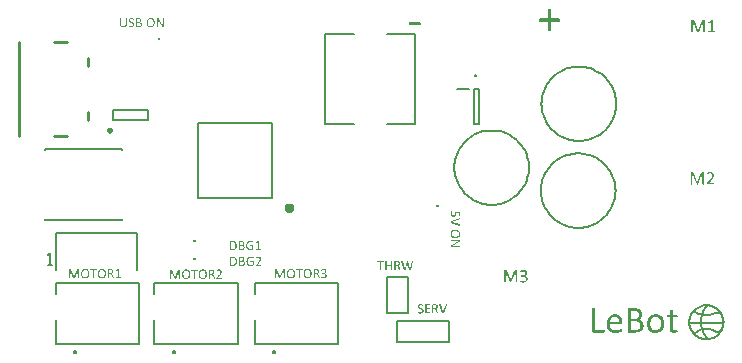
<source format=gto>
%FSTAX23Y23*%
%MOIN*%
%SFA1B1*%

%IPPOS*%
%ADD10C,0.005905*%
%ADD11C,0.007874*%
%ADD12C,0.015748*%
%ADD13C,0.003937*%
%ADD14C,0.009843*%
%ADD15C,0.005000*%
%ADD16C,0.010000*%
%LNlebot-1*%
%LPD*%
G36*
X00895Y00291D02*
X00895Y00291D01*
X00895Y00291*
X00895Y00291*
X00895Y00291*
X00895Y00291*
X00895Y00291*
X00896Y00291*
X00896Y00291*
X00896Y0029*
X00896Y0029*
X00896Y0029*
X00896Y0029*
X00896Y00289*
Y00261*
Y00261*
Y00261*
X00896Y00261*
X00896Y00261*
X00896Y00261*
X00896Y00261*
X00896Y00261*
X00895Y00261*
X00895*
X00895Y00261*
X00895Y00261*
X00895Y00261*
X00895*
X00895Y00261*
X00894Y00261*
X00894*
X00893Y00261*
X00893Y00261*
X00893*
X00893Y00261*
X00892Y00261*
X00892Y00261*
X00892*
X00892Y00261*
X00892Y00261*
X00892Y00261*
Y00261*
X00892Y00261*
X00892Y00261*
Y00288*
X00892*
X00881Y00261*
Y00261*
X00881Y00261*
X00881Y00261*
X00881*
X00881Y00261*
X00881Y00261*
X0088Y00261*
X0088*
X0088Y00261*
X0088Y00261*
X0088Y00261*
X0088*
X00879Y00261*
X00879*
X00878Y00261*
X00878Y00261*
X00878*
X00878Y00261*
X00878Y00261*
X00878Y00261*
X00878*
X00877Y00261*
X00877Y00261*
Y00261*
X00877Y00261*
X00877Y00261*
X00867Y00288*
Y00261*
Y00261*
Y00261*
X00867Y00261*
X00867Y00261*
X00867Y00261*
X00867Y00261*
X00866Y00261*
X00866Y00261*
X00866*
X00866Y00261*
X00866Y00261*
X00866Y00261*
X00866*
X00865Y00261*
X00865Y00261*
X00864*
X00864Y00261*
X00864Y00261*
X00864*
X00863Y00261*
X00863Y00261*
X00863Y00261*
X00863*
X00863Y00261*
X00863Y00261*
X00863Y00261*
Y00261*
X00863Y00261*
X00863Y00261*
Y00289*
Y0029*
Y0029*
X00863Y0029*
X00863Y0029*
X00863Y0029*
X00863Y00291*
X00863Y00291*
X00863Y00291*
X00863Y00291*
X00863Y00291*
X00864Y00291*
X00864Y00291*
X00864Y00291*
X00867*
X00868Y00291*
X00868Y00291*
X00868*
X00868Y00291*
X00868Y00291*
X00869Y00291*
X00869Y00291*
X00869Y00291*
X00869*
X00869Y00291*
X00869Y0029*
X0087Y0029*
X0087Y0029*
Y0029*
X0087Y0029*
X0087Y0029*
X0087Y00289*
X0087Y00289*
X00879Y00267*
X00879*
X00888Y00289*
Y00289*
X00888Y00289*
X00889Y00289*
X00889Y00289*
X00889Y0029*
X00889Y0029*
Y0029*
X00889Y0029*
X00889Y0029*
X00889Y0029*
X0089Y00291*
X0089Y00291*
X0089Y00291*
X0089Y00291*
X0089Y00291*
X00891*
X00891Y00291*
X00891Y00291*
X00891Y00291*
X00892Y00291*
X00894*
X00895Y00291*
G37*
G36*
X01026Y00292D02*
X01027Y00292D01*
X01027Y00292*
X01028Y00292*
X01029Y00291*
X01029Y00291*
X01029*
X01029Y00291*
X01029Y00291*
X0103Y00291*
X0103Y00291*
X01031Y00291*
X01031Y0029*
X01032Y0029*
X01032Y0029*
X01032Y0029*
X01032Y0029*
X01032Y00289*
X01033Y00289*
X01033Y00289*
X01033Y00288*
X01033Y00288*
X01034Y00287*
X01034Y00287*
X01034Y00287*
X01034Y00287*
X01034Y00286*
X01034Y00286*
X01034Y00285*
X01034Y00285*
X01034Y00284*
Y00284*
Y00284*
X01034Y00284*
Y00283*
X01034Y00283*
X01034Y00283*
X01034Y00282*
X01034Y00282*
Y00282*
X01034Y00281*
X01034Y00281*
X01033Y00281*
X01033Y0028*
X01033Y0028*
X01033Y00279*
X01033Y00279*
X01032Y00279*
X01032Y00279*
X01032Y00279*
X01032Y00279*
X01032Y00278*
X01031Y00278*
X01031Y00278*
X01031Y00278*
X01031Y00278*
X0103Y00278*
X0103Y00277*
X0103Y00277*
X01029Y00277*
X01029Y00277*
X01028Y00277*
Y00277*
X01028*
X01029Y00277*
X01029Y00277*
X01029Y00277*
X0103Y00276*
X0103Y00276*
X01031Y00276*
X01031Y00276*
X01031Y00276*
X01031Y00276*
X01032Y00276*
X01032Y00276*
X01032Y00275*
X01033Y00275*
X01033Y00275*
X01033Y00274*
X01034Y00274*
X01034Y00274*
X01034Y00274*
X01034Y00274*
X01034Y00273*
X01034Y00273*
X01035Y00273*
X01035Y00272*
X01035Y00272*
X01035Y00272*
X01035Y00272*
X01035Y00271*
X01035Y00271*
X01035Y00271*
X01035Y0027*
X01035Y00269*
Y00269*
Y00269*
Y00269*
Y00269*
X01035Y00269*
X01035Y00268*
X01035Y00268*
X01035Y00267*
X01035Y00266*
X01035Y00266*
X01035Y00266*
X01035Y00265*
X01034Y00265*
X01034Y00265*
X01034Y00264*
X01034Y00264*
X01033Y00263*
X01033Y00263*
X01033Y00263*
X01032Y00263*
X01032Y00262*
X01032Y00262*
X01031Y00262*
X01031Y00262*
X0103Y00261*
X01029Y00261*
X01029*
X01029Y00261*
X01029Y00261*
X01029Y00261*
X01029Y00261*
X01028Y00261*
X01028Y00261*
X01027Y00261*
X01026Y0026*
X01026Y0026*
X01025Y0026*
X01024*
X01024Y0026*
X01023Y0026*
X01023Y0026*
X01022Y00261*
X01022*
X01022Y00261*
X01021Y00261*
X01021Y00261*
X01021Y00261*
X0102Y00261*
X01019Y00261*
X01019*
X01019Y00261*
X01019Y00261*
X01019Y00261*
X01018Y00262*
X01018Y00262*
X01018*
X01018Y00262*
X01017Y00262*
X01017Y00262*
X01017Y00262*
X01017Y00262*
X01017Y00262*
X01017Y00263*
X01017Y00263*
Y00263*
X01017Y00263*
X01017Y00263*
X01016Y00263*
Y00263*
X01016Y00263*
X01016Y00263*
X01016Y00264*
Y00264*
Y00264*
Y00264*
Y00265*
Y00265*
Y00265*
Y00265*
X01016Y00265*
X01016Y00265*
X01016Y00266*
X01016Y00266*
X01017Y00266*
X01017Y00266*
X01017Y00266*
X01017Y00266*
X01017*
X01017Y00266*
X01017Y00266*
X01018Y00266*
X01018Y00266*
X01018*
X01018Y00266*
X01018Y00266*
X01018Y00265*
X01019Y00265*
X01019Y00265*
X01019Y00265*
X01019Y00265*
X0102Y00265*
X0102Y00265*
X0102Y00265*
X0102Y00265*
X0102Y00264*
X01021Y00264*
X01021Y00264*
X01022Y00264*
X01022*
X01022Y00264*
X01022Y00264*
X01023Y00264*
X01023Y00264*
X01024Y00264*
X01024Y00264*
X01025*
X01025Y00264*
X01026*
X01026Y00264*
X01027Y00264*
X01028Y00264*
X01028Y00264*
X01028Y00264*
X01028Y00264*
X01028Y00264*
X01029Y00264*
X01029Y00265*
X01029Y00265*
X0103Y00265*
X0103Y00265*
X0103Y00265*
X0103Y00265*
X0103Y00266*
X0103Y00266*
X01031Y00266*
X01031Y00267*
X01031Y00267*
X01031Y00267*
X01031Y00267*
X01031Y00267*
X01031Y00268*
X01031Y00268*
X01031Y00268*
X01031Y00269*
Y00269*
Y00269*
Y00269*
X01031Y0027*
X01031Y0027*
X01031Y0027*
X01031Y00271*
X01031Y00271*
X01031Y00271*
X01031Y00271*
X01031Y00272*
X01031Y00272*
X0103Y00272*
X0103Y00272*
X0103Y00273*
X0103Y00273*
X01029Y00273*
X01029Y00273*
X01029Y00273*
X01029Y00274*
X01029Y00274*
X01028Y00274*
X01028Y00274*
X01027Y00274*
X01027Y00274*
X01027Y00274*
X01026Y00274*
X01026Y00275*
X01026Y00275*
X01025Y00275*
X01025Y00275*
X01024Y00275*
X0102*
X0102Y00275*
X0102*
X0102Y00275*
X0102Y00275*
X0102Y00275*
Y00275*
X0102Y00275*
X0102Y00275*
X0102Y00276*
Y00276*
X01019Y00276*
X01019Y00276*
Y00276*
Y00276*
Y00277*
Y00277*
Y00277*
X01019Y00277*
Y00277*
X0102Y00277*
X0102Y00278*
X0102Y00278*
X0102Y00278*
X0102Y00278*
X0102Y00278*
X0102Y00278*
X0102Y00278*
X0102Y00278*
X0102Y00278*
X01023*
X01024Y00278*
X01024*
X01024Y00278*
X01025Y00278*
X01026Y00278*
X01026Y00278*
X01026Y00278*
X01026Y00279*
X01027Y00279*
X01027Y00279*
X01027Y00279*
X01028Y00279*
X01028Y0028*
X01028Y0028*
X01028Y0028*
X01028Y0028*
X01028Y0028*
X01029Y0028*
X01029Y00281*
X01029Y00281*
X01029Y00281*
X01029Y00281*
X01029Y00282*
X01029Y00282*
X0103Y00282*
X0103Y00282*
X0103Y00283*
X0103Y00283*
X0103Y00284*
Y00284*
Y00284*
Y00284*
X0103Y00284*
X0103Y00285*
X0103Y00285*
X01029Y00286*
Y00286*
X01029Y00286*
X01029Y00286*
X01029Y00286*
X01029Y00287*
X01028Y00287*
X01028Y00287*
X01028Y00287*
X01028Y00287*
X01028Y00287*
X01028Y00288*
X01028Y00288*
X01027Y00288*
X01027Y00288*
X01027*
X01027Y00288*
X01027Y00288*
X01026Y00288*
X01026Y00288*
X01026Y00288*
X01025Y00288*
X01024*
X01024Y00288*
X01024*
X01024Y00288*
X01023Y00288*
X01023Y00288*
X01022Y00288*
X01022*
X01022Y00288*
X01022Y00288*
X01022Y00288*
X01021Y00288*
X01021Y00287*
X0102Y00287*
X0102Y00287*
X0102Y00287*
X0102Y00287*
X0102Y00287*
X01019Y00287*
X01019Y00286*
X01019*
X01019Y00286*
X01018Y00286*
X01018Y00286*
X01018Y00286*
X01018Y00286*
X01018*
X01018Y00286*
X01017Y00286*
X01017Y00286*
Y00286*
X01017Y00286*
X01017Y00286*
X01017Y00287*
Y00287*
Y00287*
Y00287*
Y00287*
Y00288*
Y00288*
Y00288*
Y00288*
Y00288*
X01017Y00288*
X01017Y00288*
X01017Y00289*
Y00289*
X01017Y00289*
X01017Y00289*
X01017Y00289*
X01018Y00289*
X01018Y00289*
X01018Y00289*
X01018Y00289*
X01018Y00289*
X01018Y0029*
X01018Y0029*
X01019Y0029*
X01019Y0029*
X01019Y0029*
X01019Y0029*
X01019Y0029*
X01019Y0029*
X0102Y00291*
X0102Y00291*
X0102Y00291*
X0102Y00291*
X01021Y00291*
X01021Y00291*
X01021Y00291*
X01021Y00291*
X01022Y00291*
X01022Y00291*
X01023Y00292*
X01023*
X01023Y00292*
X01023Y00292*
X01024Y00292*
X01024Y00292*
X01024Y00292*
X01025Y00292*
X01026*
X01026Y00292*
G37*
G36*
X01001Y00291D02*
X01001D01*
X01002Y00291*
X01002*
X01002Y00291*
X01002*
X01003Y00291*
X01003Y00291*
X01003*
X01003Y00291*
X01004Y00291*
X01004Y00291*
X01005Y00291*
X01005Y00291*
X01006Y0029*
X01006Y0029*
X01006Y0029*
X01006Y0029*
X01007Y0029*
X01007Y0029*
X01007Y00289*
X01008Y00289*
X01008Y00289*
X01008Y00288*
X01008Y00288*
X01009Y00288*
X01009Y00288*
X01009Y00288*
X01009Y00287*
X01009Y00287*
X0101Y00287*
X0101Y00286*
X0101Y00286*
X0101Y00286*
X0101Y00286*
X0101Y00285*
X0101Y00285*
X0101Y00284*
X0101Y00284*
X0101Y00283*
Y00283*
Y00283*
X0101Y00283*
Y00282*
X0101Y00282*
X0101Y00281*
X0101Y00281*
X0101Y00281*
Y0028*
X0101Y0028*
X0101Y0028*
X0101Y0028*
X01009Y00279*
X01009Y00279*
X01009Y00278*
X01009Y00278*
X01008Y00278*
X01008Y00278*
X01008Y00278*
X01008Y00278*
X01008Y00277*
X01007Y00277*
X01007Y00277*
X01007Y00277*
X01007Y00277*
X01006Y00276*
X01006Y00276*
X01006Y00276*
X01005Y00276*
X01005Y00276*
X01004Y00276*
X01004*
X01004Y00275*
X01005Y00275*
X01005Y00275*
X01005Y00275*
X01006Y00275*
X01006Y00275*
X01006Y00275*
X01006Y00275*
X01006Y00274*
X01006Y00274*
X01007Y00274*
X01007Y00273*
X01007Y00273*
X01007Y00273*
X01007Y00273*
X01007Y00273*
X01007Y00273*
X01008Y00272*
X01008Y00272*
X01008Y00272*
X01008Y00272*
X01008Y00271*
X01008Y00271*
X01008Y00271*
X01009Y0027*
X01009Y0027*
X01012Y00263*
Y00263*
X01012Y00263*
X01012Y00263*
X01012Y00263*
X01012Y00262*
X01012Y00262*
X01012Y00262*
X01012Y00262*
X01012Y00262*
X01012Y00262*
Y00261*
Y00261*
Y00261*
X01012Y00261*
Y00261*
X01012Y00261*
X01012Y00261*
X01012Y00261*
X01012*
X01012Y00261*
X01011Y00261*
X01011Y00261*
X01011*
X01011Y00261*
X0101Y00261*
X0101*
X01009Y00261*
X01009Y00261*
X01009*
X01009Y00261*
X01008Y00261*
X01008Y00261*
X01008Y00261*
X01008Y00261*
X01008Y00261*
Y00261*
X01008Y00261*
X01008Y00261*
X01008Y00262*
X01005Y00269*
X01005Y00269*
X01005Y00269*
X01005Y00269*
X01005Y0027*
X01004Y0027*
X01004Y0027*
X01004Y00271*
X01004Y00271*
X01004Y00271*
X01004Y00271*
X01003Y00272*
X01003Y00272*
X01003Y00273*
X01003Y00273*
X01002Y00273*
X01002Y00273*
X01002Y00273*
X01002Y00273*
X01002Y00274*
X01001Y00274*
X01001Y00274*
X01001Y00274*
X01001Y00274*
X01Y00274*
X01Y00274*
X01Y00274*
X00999Y00274*
X00999Y00274*
X00996*
Y00261*
Y00261*
Y00261*
X00996Y00261*
X00996Y00261*
X00996Y00261*
X00996Y00261*
X00995Y00261*
X00995Y00261*
X00995*
X00995Y00261*
X00995Y00261*
X00995Y00261*
X00995*
X00994Y00261*
X00994Y00261*
X00993*
X00993Y00261*
X00993Y00261*
X00993*
X00993Y00261*
X00992Y00261*
X00992Y00261*
X00992*
X00992Y00261*
X00992Y00261*
X00992Y00261*
Y00261*
X00992Y00261*
X00992Y00261*
Y0029*
Y0029*
Y0029*
X00992Y0029*
X00992Y0029*
X00992Y00291*
X00992Y00291*
X00992Y00291*
X00992*
X00992Y00291*
X00992Y00291*
X00993Y00291*
X00993Y00291*
X01*
X01001Y00291*
G37*
G36*
X00955D02*
X00955Y00291D01*
X00955Y00291*
X00955Y00291*
X00955Y00291*
X00955Y00291*
X00955Y00291*
X00955Y00291*
X00955Y00291*
X00955Y0029*
Y0029*
X00955Y0029*
X00955Y0029*
Y0029*
Y0029*
Y00289*
Y00289*
X00955Y00289*
X00955Y00289*
Y00289*
X00955Y00289*
X00955Y00288*
X00955Y00288*
Y00288*
X00955Y00288*
X00955Y00288*
X00955*
X00955Y00288*
X00954Y00288*
X00946*
Y00261*
Y00261*
Y00261*
X00946Y00261*
X00946Y00261*
X00946Y00261*
X00946Y00261*
X00946Y00261*
X00945Y00261*
X00945*
X00945Y00261*
X00945Y00261*
X00945Y00261*
X00945*
X00944Y00261*
X00944Y00261*
X00943*
X00943Y00261*
X00943Y00261*
X00943*
X00943Y00261*
X00942Y00261*
X00942Y00261*
X00942*
X00942Y00261*
X00942Y00261*
X00942Y00261*
Y00261*
X00942Y00261*
X00942Y00261*
Y00288*
X00933*
X00933Y00288*
X00933Y00288*
X00933Y00288*
X00933Y00288*
Y00288*
X00933Y00288*
X00932Y00289*
X00932Y00289*
Y00289*
Y00289*
X00932Y00289*
Y0029*
Y0029*
Y0029*
Y0029*
Y0029*
X00932Y0029*
Y0029*
X00932Y00291*
X00933Y00291*
X00933Y00291*
X00933Y00291*
X00933Y00291*
X00933Y00291*
X00933Y00291*
X00933Y00291*
X00933Y00291*
X00933Y00291*
X00955*
X00955Y00291*
G37*
G36*
X00973Y00292D02*
X00973D01*
X00974Y00292*
X00974Y00292*
X00975Y00292*
X00976Y00291*
X00977Y00291*
X00978Y00291*
X00978*
X00978Y00291*
X00978Y00291*
X00978Y00291*
X00978Y0029*
X00979Y0029*
X00979Y0029*
X0098Y0029*
X00981Y00289*
X00981Y00288*
X00982Y00288*
X00982Y00288*
X00982Y00288*
X00982Y00288*
X00982Y00287*
X00982Y00287*
X00983Y00287*
X00983Y00286*
X00983Y00286*
X00984Y00285*
X00984Y00284*
X00984Y00283*
Y00283*
X00984Y00283*
X00984Y00283*
X00985Y00282*
X00985Y00282*
X00985Y00282*
X00985Y00282*
X00985Y00281*
X00985Y00281*
X00985Y0028*
X00985Y0028*
X00985Y00279*
X00985Y00278*
X00985Y00276*
Y00276*
Y00276*
Y00276*
Y00276*
X00985Y00275*
Y00275*
X00985Y00275*
X00985Y00274*
X00985Y00273*
X00985Y00272*
X00985Y00271*
X00984Y0027*
Y0027*
X00984Y0027*
X00984Y00269*
X00984Y00269*
X00984Y00269*
X00984Y00269*
X00984Y00268*
X00983Y00267*
X00983Y00266*
X00982Y00265*
X00982Y00265*
X00982Y00265*
X00982Y00265*
X00982Y00264*
X00981Y00264*
X00981Y00264*
X00981Y00263*
X0098Y00263*
X00979Y00262*
X00978Y00262*
X00977Y00261*
X00977*
X00977Y00261*
X00977Y00261*
X00977Y00261*
X00977Y00261*
X00976Y00261*
X00976Y00261*
X00976Y00261*
X00975Y00261*
X00975Y00261*
X00974Y00261*
X00973Y0026*
X00971Y0026*
X00971*
X0097Y0026*
X0097*
X0097Y0026*
X00969Y0026*
X00968Y00261*
X00967Y00261*
X00966Y00261*
X00965Y00261*
X00965*
X00965Y00261*
X00965Y00261*
X00965Y00262*
X00965Y00262*
X00964Y00262*
X00964Y00262*
X00963Y00263*
X00963Y00263*
X00962Y00264*
X00961Y00264*
Y00264*
X00961Y00264*
X00961Y00265*
X00961Y00265*
X00961Y00265*
X00961Y00265*
X0096Y00265*
X0096Y00266*
X0096Y00266*
X00959Y00267*
X00959Y00268*
X00959Y00269*
Y00269*
X00959Y00269*
X00959Y00269*
X00959Y0027*
X00959Y0027*
X00958Y0027*
X00958Y00271*
X00958Y00271*
X00958Y00272*
X00958Y00272*
X00958Y00273*
X00958Y00273*
X00958Y00275*
X00958Y00276*
Y00276*
Y00276*
Y00276*
Y00277*
X00958Y00277*
Y00277*
X00958Y00278*
X00958Y00278*
X00958Y00279*
X00958Y0028*
X00958Y00281*
X00959Y00282*
Y00283*
X00959Y00283*
X00959Y00283*
X00959Y00283*
X00959Y00283*
X00959Y00284*
X00959Y00284*
X0096Y00285*
X0096Y00286*
X00961Y00287*
X00961Y00287*
X00961Y00288*
X00961Y00288*
X00962Y00288*
X00962Y00288*
X00962Y00288*
X00963Y00289*
X00963Y00289*
X00964Y0029*
X00965Y0029*
X00966Y00291*
X00966*
X00966Y00291*
X00966Y00291*
X00966Y00291*
X00966Y00291*
X00967Y00291*
X00967Y00291*
X00968Y00291*
X00968Y00291*
X00968Y00291*
X00969Y00292*
X00971Y00292*
X00972Y00292*
X00972*
X00973Y00292*
G37*
G36*
X00917D02*
X00917D01*
X00918Y00292*
X00918Y00292*
X00919Y00292*
X0092Y00291*
X00921Y00291*
X00922Y00291*
X00922*
X00922Y00291*
X00922Y00291*
X00923Y00291*
X00923Y0029*
X00923Y0029*
X00924Y0029*
X00924Y0029*
X00925Y00289*
X00926Y00288*
X00926Y00288*
X00926Y00288*
X00926Y00288*
X00926Y00288*
X00927Y00287*
X00927Y00287*
X00927Y00287*
X00927Y00286*
X00928Y00286*
X00928Y00285*
X00928Y00284*
X00929Y00283*
Y00283*
X00929Y00283*
X00929Y00283*
X00929Y00282*
X00929Y00282*
X00929Y00282*
X00929Y00282*
X00929Y00281*
X00929Y00281*
X00929Y0028*
X00929Y0028*
X0093Y00279*
X0093Y00278*
X0093Y00276*
Y00276*
Y00276*
Y00276*
Y00276*
X0093Y00275*
Y00275*
X0093Y00275*
X0093Y00274*
X00929Y00273*
X00929Y00272*
X00929Y00271*
X00929Y0027*
Y0027*
X00929Y0027*
X00929Y00269*
X00929Y00269*
X00929Y00269*
X00928Y00269*
X00928Y00268*
X00928Y00267*
X00927Y00266*
X00927Y00265*
X00926Y00265*
X00926Y00265*
X00926Y00265*
X00926Y00264*
X00926Y00264*
X00925Y00264*
X00925Y00263*
X00924Y00263*
X00924Y00262*
X00923Y00262*
X00922Y00261*
X00922*
X00922Y00261*
X00922Y00261*
X00921Y00261*
X00921Y00261*
X00921Y00261*
X0092Y00261*
X0092Y00261*
X0092Y00261*
X00919Y00261*
X00918Y00261*
X00917Y0026*
X00916Y0026*
X00915*
X00915Y0026*
X00914*
X00914Y0026*
X00914Y0026*
X00913Y00261*
X00912Y00261*
X00911Y00261*
X0091Y00261*
X0091*
X0091Y00261*
X00909Y00261*
X00909Y00262*
X00909Y00262*
X00909Y00262*
X00908Y00262*
X00908Y00263*
X00907Y00263*
X00906Y00264*
X00906Y00264*
Y00264*
X00905Y00264*
X00905Y00265*
X00905Y00265*
X00905Y00265*
X00905Y00265*
X00905Y00265*
X00905Y00266*
X00904Y00266*
X00904Y00267*
X00903Y00268*
X00903Y00269*
Y00269*
X00903Y00269*
X00903Y00269*
X00903Y0027*
X00903Y0027*
X00903Y0027*
X00903Y00271*
X00903Y00271*
X00903Y00272*
X00903Y00272*
X00903Y00273*
X00902Y00273*
X00902Y00275*
X00902Y00276*
Y00276*
Y00276*
Y00276*
Y00277*
X00902Y00277*
Y00277*
X00902Y00278*
X00902Y00278*
X00903Y00279*
X00903Y0028*
X00903Y00281*
X00903Y00282*
Y00283*
X00903Y00283*
X00903Y00283*
X00903Y00283*
X00903Y00283*
X00904Y00284*
X00904Y00284*
X00904Y00285*
X00905Y00286*
X00905Y00287*
X00906Y00287*
X00906Y00288*
X00906Y00288*
X00906Y00288*
X00906Y00288*
X00906Y00288*
X00907Y00289*
X00908Y00289*
X00908Y0029*
X00909Y0029*
X0091Y00291*
X0091*
X0091Y00291*
X0091Y00291*
X00911Y00291*
X00911Y00291*
X00911Y00291*
X00912Y00291*
X00912Y00291*
X00912Y00291*
X00913Y00291*
X00914Y00292*
X00915Y00292*
X00916Y00292*
X00917*
X00917Y00292*
G37*
G36*
X00209Y00291D02*
X00209Y00291D01*
X00209Y00291*
X00209Y00291*
X00209Y00291*
X00209Y00291*
X00209Y00291*
X0021Y00291*
X0021Y00291*
X0021Y0029*
X0021Y0029*
X0021Y0029*
X0021Y0029*
X0021Y00289*
Y00261*
Y00261*
Y00261*
X0021Y00261*
X0021Y00261*
X0021Y00261*
X0021Y00261*
X0021Y00261*
X00209Y00261*
X00209*
X00209Y00261*
X00209Y00261*
X00209Y00261*
X00209*
X00209Y00261*
X00208Y00261*
X00208*
X00207Y00261*
X00207Y00261*
X00207*
X00207Y00261*
X00206Y00261*
X00206Y00261*
X00206*
X00206Y00261*
X00206Y00261*
X00206Y00261*
Y00261*
X00206Y00261*
X00206Y00261*
Y00288*
X00206*
X00195Y00261*
Y00261*
X00195Y00261*
X00195Y00261*
X00195*
X00195Y00261*
X00195Y00261*
X00194Y00261*
X00194*
X00194Y00261*
X00194Y00261*
X00194Y00261*
X00194*
X00193Y00261*
X00193*
X00192Y00261*
X00192Y00261*
X00192*
X00192Y00261*
X00192Y00261*
X00192Y00261*
X00192*
X00191Y00261*
X00191Y00261*
Y00261*
X00191Y00261*
X00191Y00261*
X00181Y00288*
Y00261*
Y00261*
Y00261*
X00181Y00261*
X00181Y00261*
X00181Y00261*
X00181Y00261*
X0018Y00261*
X0018Y00261*
X0018*
X0018Y00261*
X0018Y00261*
X0018Y00261*
X0018*
X00179Y00261*
X00179Y00261*
X00178*
X00178Y00261*
X00178Y00261*
X00178*
X00177Y00261*
X00177Y00261*
X00177Y00261*
X00177*
X00177Y00261*
X00177Y00261*
X00177Y00261*
Y00261*
X00177Y00261*
X00177Y00261*
Y00289*
Y0029*
Y0029*
X00177Y0029*
X00177Y0029*
X00177Y0029*
X00177Y00291*
X00177Y00291*
X00177Y00291*
X00177Y00291*
X00177Y00291*
X00178Y00291*
X00178Y00291*
X00178Y00291*
X00181*
X00182Y00291*
X00182Y00291*
X00182*
X00182Y00291*
X00182Y00291*
X00183Y00291*
X00183Y00291*
X00183Y00291*
X00183*
X00183Y00291*
X00183Y0029*
X00184Y0029*
X00184Y0029*
Y0029*
X00184Y0029*
X00184Y0029*
X00184Y00289*
X00184Y00289*
X00193Y00267*
X00193*
X00202Y00289*
Y00289*
X00202Y00289*
X00202Y00289*
X00203Y00289*
X00203Y0029*
X00203Y0029*
Y0029*
X00203Y0029*
X00203Y0029*
X00203Y0029*
X00204Y00291*
X00204Y00291*
X00204Y00291*
X00204Y00291*
X00204Y00291*
X00204*
X00205Y00291*
X00205Y00291*
X00205Y00291*
X00206Y00291*
X00208*
X00209Y00291*
G37*
G36*
X00342Y00292D02*
X00342Y00291D01*
X00342*
X00343Y00291*
X00343Y00291*
X00343Y00291*
X00343*
X00343Y00291*
X00343Y00291*
X00343Y00291*
X00343Y00291*
X00343Y00291*
Y00264*
X00349*
X00349Y00264*
X00349Y00264*
X00349Y00264*
X00349Y00264*
X00349Y00264*
X0035Y00264*
X0035Y00264*
X0035Y00263*
X0035Y00263*
X0035Y00263*
Y00263*
X0035Y00263*
X0035Y00263*
Y00262*
Y00262*
Y00262*
Y00262*
X0035Y00262*
X0035Y00262*
Y00262*
X0035Y00261*
X0035Y00261*
X00349Y00261*
Y00261*
X00349Y00261*
X00349Y00261*
X00349Y00261*
X00349*
X00349Y00261*
X00349Y00261*
X00333*
X00333Y00261*
X00333*
X00333Y00261*
X00332Y00261*
X00332Y00261*
Y00261*
X00332Y00261*
X00332Y00261*
X00332Y00262*
Y00262*
Y00262*
X00332Y00262*
Y00262*
Y00262*
Y00262*
Y00263*
Y00263*
X00332Y00263*
Y00263*
X00332Y00263*
X00332Y00263*
X00332Y00264*
X00332Y00264*
X00332Y00264*
X00332Y00264*
X00333Y00264*
X00333Y00264*
X00333Y00264*
X00333Y00264*
X00339*
Y00287*
X00333Y00284*
X00333*
X00333Y00284*
X00333Y00284*
X00333Y00284*
X00333Y00283*
X00333*
X00332Y00284*
X00332Y00284*
X00332Y00284*
X00332Y00284*
X00332Y00284*
X00332Y00284*
Y00284*
Y00284*
X00332Y00285*
Y00285*
Y00285*
Y00285*
Y00285*
Y00285*
Y00286*
Y00286*
X00332Y00286*
X00332Y00286*
X00332Y00286*
Y00286*
X00332Y00286*
X00332Y00286*
X00332Y00286*
X00332Y00287*
X00332Y00287*
X00333Y00287*
X0034Y00291*
X0034Y00291*
X0034Y00291*
X0034*
X0034Y00291*
X0034Y00291*
X0034*
X0034Y00291*
X00341Y00292*
X00341*
X00341Y00292*
X00342*
X00342Y00292*
G37*
G36*
X00315Y00291D02*
X00315D01*
X00316Y00291*
X00316*
X00316Y00291*
X00316*
X00316Y00291*
X00317Y00291*
X00317*
X00317Y00291*
X00318Y00291*
X00318Y00291*
X00319Y00291*
X00319Y00291*
X0032Y0029*
X0032Y0029*
X0032Y0029*
X0032Y0029*
X00321Y0029*
X00321Y0029*
X00321Y00289*
X00322Y00289*
X00322Y00289*
X00322Y00288*
X00322Y00288*
X00323Y00288*
X00323Y00288*
X00323Y00288*
X00323Y00287*
X00323Y00287*
X00324Y00287*
X00324Y00286*
X00324Y00286*
X00324Y00286*
X00324Y00286*
X00324Y00285*
X00324Y00285*
X00324Y00284*
X00324Y00284*
X00324Y00283*
Y00283*
Y00283*
X00324Y00283*
Y00282*
X00324Y00282*
X00324Y00281*
X00324Y00281*
X00324Y00281*
Y0028*
X00324Y0028*
X00324Y0028*
X00323Y0028*
X00323Y00279*
X00323Y00279*
X00323Y00278*
X00323Y00278*
X00322Y00278*
X00322Y00278*
X00322Y00278*
X00322Y00278*
X00322Y00277*
X00321Y00277*
X00321Y00277*
X00321Y00277*
X00321Y00277*
X0032Y00276*
X0032Y00276*
X0032Y00276*
X00319Y00276*
X00319Y00276*
X00318Y00276*
X00318*
X00318Y00275*
X00319Y00275*
X00319Y00275*
X00319Y00275*
X0032Y00275*
X0032Y00275*
X0032Y00275*
X0032Y00275*
X0032Y00274*
X0032Y00274*
X00321Y00274*
X00321Y00273*
X00321Y00273*
X00321Y00273*
X00321Y00273*
X00321Y00273*
X00321Y00273*
X00322Y00272*
X00322Y00272*
X00322Y00272*
X00322Y00272*
X00322Y00271*
X00322Y00271*
X00322Y00271*
X00323Y0027*
X00323Y0027*
X00326Y00263*
Y00263*
X00326Y00263*
X00326Y00263*
X00326Y00263*
X00326Y00262*
X00326Y00262*
X00326Y00262*
X00326Y00262*
X00326Y00262*
X00326Y00262*
Y00261*
Y00261*
Y00261*
X00326Y00261*
Y00261*
X00326Y00261*
X00326Y00261*
X00326Y00261*
X00326*
X00325Y00261*
X00325Y00261*
X00325Y00261*
X00325*
X00325Y00261*
X00324Y00261*
X00323*
X00323Y00261*
X00323Y00261*
X00323*
X00323Y00261*
X00322Y00261*
X00322Y00261*
X00322Y00261*
X00322Y00261*
X00322Y00261*
Y00261*
X00322Y00261*
X00322Y00261*
X00322Y00262*
X00319Y00269*
X00319Y00269*
X00319Y00269*
X00319Y00269*
X00319Y0027*
X00318Y0027*
X00318Y0027*
X00318Y00271*
X00318Y00271*
X00318Y00271*
X00318Y00271*
X00317Y00272*
X00317Y00272*
X00317Y00273*
X00316Y00273*
X00316Y00273*
X00316Y00273*
X00316Y00273*
X00316Y00273*
X00316Y00274*
X00315Y00274*
X00315Y00274*
X00315Y00274*
X00315Y00274*
X00314Y00274*
X00314Y00274*
X00314Y00274*
X00313Y00274*
X00313Y00274*
X0031*
Y00261*
Y00261*
Y00261*
X0031Y00261*
X0031Y00261*
X0031Y00261*
X0031Y00261*
X00309Y00261*
X00309Y00261*
X00309*
X00309Y00261*
X00309Y00261*
X00309Y00261*
X00309*
X00308Y00261*
X00308Y00261*
X00307*
X00307Y00261*
X00307Y00261*
X00307*
X00306Y00261*
X00306Y00261*
X00306Y00261*
X00306*
X00306Y00261*
X00306Y00261*
X00306Y00261*
Y00261*
X00306Y00261*
X00306Y00261*
Y0029*
Y0029*
Y0029*
X00306Y0029*
X00306Y0029*
X00306Y00291*
X00306Y00291*
X00306Y00291*
X00306*
X00306Y00291*
X00306Y00291*
X00307Y00291*
X00307Y00291*
X00314*
X00315Y00291*
G37*
G36*
X00269D02*
X00269Y00291D01*
X00269Y00291*
X00269Y00291*
X00269Y00291*
X00269Y00291*
X00269Y00291*
X00269Y00291*
X00269Y00291*
X00269Y0029*
Y0029*
X00269Y0029*
X00269Y0029*
Y0029*
Y0029*
Y00289*
Y00289*
X00269Y00289*
X00269Y00289*
Y00289*
X00269Y00289*
X00269Y00288*
X00269Y00288*
Y00288*
X00269Y00288*
X00269Y00288*
X00269*
X00269Y00288*
X00268Y00288*
X0026*
Y00261*
Y00261*
Y00261*
X0026Y00261*
X0026Y00261*
X0026Y00261*
X0026Y00261*
X0026Y00261*
X00259Y00261*
X00259*
X00259Y00261*
X00259Y00261*
X00259Y00261*
X00259*
X00258Y00261*
X00258Y00261*
X00257*
X00257Y00261*
X00257Y00261*
X00257*
X00257Y00261*
X00256Y00261*
X00256Y00261*
X00256*
X00256Y00261*
X00256Y00261*
X00256Y00261*
Y00261*
X00256Y00261*
X00256Y00261*
Y00288*
X00247*
X00247Y00288*
X00247Y00288*
X00247Y00288*
X00247Y00288*
Y00288*
X00246Y00288*
X00246Y00289*
X00246Y00289*
Y00289*
Y00289*
X00246Y00289*
Y0029*
Y0029*
Y0029*
Y0029*
Y0029*
X00246Y0029*
Y0029*
X00246Y00291*
X00246Y00291*
X00247Y00291*
X00247Y00291*
X00247Y00291*
X00247Y00291*
X00247Y00291*
X00247Y00291*
X00247Y00291*
X00247Y00291*
X00269*
X00269Y00291*
G37*
G36*
X00287Y00292D02*
X00287D01*
X00287Y00292*
X00288Y00292*
X00289Y00292*
X0029Y00291*
X00291Y00291*
X00292Y00291*
X00292*
X00292Y00291*
X00292Y00291*
X00292Y00291*
X00292Y0029*
X00293Y0029*
X00293Y0029*
X00294Y0029*
X00295Y00289*
X00295Y00288*
X00296Y00288*
X00296Y00288*
X00296Y00288*
X00296Y00288*
X00296Y00287*
X00296Y00287*
X00296Y00287*
X00297Y00286*
X00297Y00286*
X00298Y00285*
X00298Y00284*
X00298Y00283*
Y00283*
X00298Y00283*
X00298Y00283*
X00299Y00282*
X00299Y00282*
X00299Y00282*
X00299Y00282*
X00299Y00281*
X00299Y00281*
X00299Y0028*
X00299Y0028*
X00299Y00279*
X00299Y00278*
X00299Y00276*
Y00276*
Y00276*
Y00276*
Y00276*
X00299Y00275*
Y00275*
X00299Y00275*
X00299Y00274*
X00299Y00273*
X00299Y00272*
X00299Y00271*
X00298Y0027*
Y0027*
X00298Y0027*
X00298Y00269*
X00298Y00269*
X00298Y00269*
X00298Y00269*
X00298Y00268*
X00297Y00267*
X00297Y00266*
X00296Y00265*
X00296Y00265*
X00296Y00265*
X00296Y00265*
X00296Y00264*
X00295Y00264*
X00295Y00264*
X00295Y00263*
X00294Y00263*
X00293Y00262*
X00292Y00262*
X00291Y00261*
X00291*
X00291Y00261*
X00291Y00261*
X00291Y00261*
X00291Y00261*
X0029Y00261*
X0029Y00261*
X0029Y00261*
X00289Y00261*
X00289Y00261*
X00288Y00261*
X00287Y0026*
X00285Y0026*
X00285*
X00284Y0026*
X00284*
X00284Y0026*
X00283Y0026*
X00282Y00261*
X00281Y00261*
X0028Y00261*
X00279Y00261*
X00279*
X00279Y00261*
X00279Y00261*
X00279Y00262*
X00279Y00262*
X00278Y00262*
X00278Y00262*
X00277Y00263*
X00276Y00263*
X00276Y00264*
X00275Y00264*
Y00264*
X00275Y00264*
X00275Y00265*
X00275Y00265*
X00275Y00265*
X00275Y00265*
X00274Y00265*
X00274Y00266*
X00274Y00266*
X00273Y00267*
X00273Y00268*
X00273Y00269*
Y00269*
X00273Y00269*
X00273Y00269*
X00273Y0027*
X00272Y0027*
X00272Y0027*
X00272Y00271*
X00272Y00271*
X00272Y00272*
X00272Y00272*
X00272Y00273*
X00272Y00273*
X00272Y00275*
X00272Y00276*
Y00276*
Y00276*
Y00276*
Y00277*
X00272Y00277*
Y00277*
X00272Y00278*
X00272Y00278*
X00272Y00279*
X00272Y0028*
X00272Y00281*
X00273Y00282*
Y00283*
X00273Y00283*
X00273Y00283*
X00273Y00283*
X00273Y00283*
X00273Y00284*
X00273Y00284*
X00274Y00285*
X00274Y00286*
X00275Y00287*
X00275Y00287*
X00275Y00288*
X00275Y00288*
X00276Y00288*
X00276Y00288*
X00276Y00288*
X00277Y00289*
X00277Y00289*
X00278Y0029*
X00279Y0029*
X0028Y00291*
X0028*
X0028Y00291*
X0028Y00291*
X0028Y00291*
X0028Y00291*
X00281Y00291*
X00281Y00291*
X00282Y00291*
X00282Y00291*
X00282Y00291*
X00283Y00292*
X00285Y00292*
X00286Y00292*
X00286*
X00287Y00292*
G37*
G36*
X00231D02*
X00231D01*
X00232Y00292*
X00232Y00292*
X00233Y00292*
X00234Y00291*
X00235Y00291*
X00236Y00291*
X00236*
X00236Y00291*
X00236Y00291*
X00237Y00291*
X00237Y0029*
X00237Y0029*
X00238Y0029*
X00238Y0029*
X00239Y00289*
X0024Y00288*
X0024Y00288*
X0024Y00288*
X0024Y00288*
X0024Y00288*
X00241Y00287*
X00241Y00287*
X00241Y00287*
X00241Y00286*
X00242Y00286*
X00242Y00285*
X00242Y00284*
X00243Y00283*
Y00283*
X00243Y00283*
X00243Y00283*
X00243Y00282*
X00243Y00282*
X00243Y00282*
X00243Y00282*
X00243Y00281*
X00243Y00281*
X00243Y0028*
X00243Y0028*
X00243Y00279*
X00244Y00278*
X00244Y00276*
Y00276*
Y00276*
Y00276*
Y00276*
X00244Y00275*
Y00275*
X00244Y00275*
X00244Y00274*
X00243Y00273*
X00243Y00272*
X00243Y00271*
X00243Y0027*
Y0027*
X00243Y0027*
X00243Y00269*
X00243Y00269*
X00242Y00269*
X00242Y00269*
X00242Y00268*
X00242Y00267*
X00241Y00266*
X00241Y00265*
X0024Y00265*
X0024Y00265*
X0024Y00265*
X0024Y00264*
X0024Y00264*
X00239Y00264*
X00239Y00263*
X00238Y00263*
X00238Y00262*
X00237Y00262*
X00236Y00261*
X00236*
X00236Y00261*
X00236Y00261*
X00235Y00261*
X00235Y00261*
X00235Y00261*
X00234Y00261*
X00234Y00261*
X00234Y00261*
X00233Y00261*
X00232Y00261*
X00231Y0026*
X0023Y0026*
X00229*
X00229Y0026*
X00228*
X00228Y0026*
X00228Y0026*
X00227Y00261*
X00226Y00261*
X00225Y00261*
X00224Y00261*
X00224*
X00224Y00261*
X00223Y00261*
X00223Y00262*
X00223Y00262*
X00223Y00262*
X00222Y00262*
X00222Y00263*
X00221Y00263*
X0022Y00264*
X0022Y00264*
Y00264*
X00219Y00264*
X00219Y00265*
X00219Y00265*
X00219Y00265*
X00219Y00265*
X00219Y00265*
X00219Y00266*
X00218Y00266*
X00218Y00267*
X00217Y00268*
X00217Y00269*
Y00269*
X00217Y00269*
X00217Y00269*
X00217Y0027*
X00217Y0027*
X00217Y0027*
X00217Y00271*
X00217Y00271*
X00217Y00272*
X00217Y00272*
X00216Y00273*
X00216Y00273*
X00216Y00275*
X00216Y00276*
Y00276*
Y00276*
Y00276*
Y00277*
X00216Y00277*
Y00277*
X00216Y00278*
X00216Y00278*
X00217Y00279*
X00217Y0028*
X00217Y00281*
X00217Y00282*
Y00283*
X00217Y00283*
X00217Y00283*
X00217Y00283*
X00217Y00283*
X00218Y00284*
X00218Y00284*
X00218Y00285*
X00219Y00286*
X00219Y00287*
X0022Y00287*
X0022Y00288*
X0022Y00288*
X0022Y00288*
X0022Y00288*
X0022Y00288*
X00221Y00289*
X00222Y00289*
X00222Y0029*
X00223Y0029*
X00224Y00291*
X00224*
X00224Y00291*
X00224Y00291*
X00225Y00291*
X00225Y00291*
X00225Y00291*
X00226Y00291*
X00226Y00291*
X00226Y00291*
X00227Y00291*
X00228Y00292*
X00229Y00292*
X0023Y00292*
X00231*
X00231Y00292*
G37*
G36*
X01669Y00288D02*
X01669Y00288D01*
X01669Y00287*
X0167Y00287*
X0167Y00287*
X0167Y00287*
X0167Y00287*
X0167Y00287*
X0167Y00287*
X01671Y00286*
X01671Y00286*
X01671Y00286*
X01671Y00286*
X01671Y00285*
Y00248*
Y00248*
Y00248*
X01671Y00247*
X01671Y00247*
X01671Y00247*
X01671Y00247*
X0167Y00247*
X0167Y00247*
X0167*
X0167Y00247*
X0167Y00247*
X01669Y00247*
X01669*
X01669Y00247*
X01669Y00247*
X01668*
X01667Y00247*
X01667Y00247*
X01667*
X01666Y00247*
X01666Y00247*
X01666Y00247*
X01666*
X01666Y00247*
X01666Y00247*
X01665Y00247*
Y00247*
X01665Y00247*
X01665Y00248*
Y00283*
X01665*
X01651Y00248*
Y00248*
X01651Y00247*
X01651Y00247*
X01651*
X01651Y00247*
X0165Y00247*
X0165Y00247*
X0165*
X0165Y00247*
X0165Y00247*
X01649Y00247*
X01649*
X01649Y00247*
X01648*
X01648Y00247*
X01647Y00247*
X01647*
X01647Y00247*
X01647Y00247*
X01646Y00247*
X01646*
X01646Y00247*
X01646Y00247*
Y00247*
X01646Y00247*
X01646Y00248*
X01632Y00283*
Y00248*
Y00248*
Y00248*
X01632Y00247*
X01632Y00247*
X01632Y00247*
X01632Y00247*
X01631Y00247*
X01631Y00247*
X01631*
X01631Y00247*
X01631Y00247*
X0163Y00247*
X0163*
X0163Y00247*
X0163Y00247*
X01629*
X01628Y00247*
X01628Y00247*
X01628*
X01628Y00247*
X01627Y00247*
X01627Y00247*
X01627*
X01627Y00247*
X01627Y00247*
X01627Y00247*
Y00247*
X01627Y00247*
X01626Y00248*
Y00285*
Y00285*
Y00285*
X01627Y00286*
X01627Y00286*
X01627Y00287*
X01627Y00287*
X01627Y00287*
X01627Y00287*
X01627Y00287*
X01627Y00287*
X01628Y00287*
X01628Y00288*
X01628Y00288*
X01633*
X01633Y00288*
X01634Y00287*
X01634*
X01634Y00287*
X01634Y00287*
X01634Y00287*
X01635Y00287*
X01635Y00287*
X01635*
X01635Y00287*
X01636Y00287*
X01636Y00286*
X01636Y00286*
Y00286*
X01636Y00286*
X01636Y00285*
X01637Y00285*
X01637Y00284*
X01648Y00255*
X01649*
X01661Y00284*
Y00284*
X01661Y00284*
X01661Y00285*
X01661Y00285*
X01661Y00285*
X01662Y00286*
Y00286*
X01662Y00286*
X01662Y00286*
X01662Y00287*
X01662Y00287*
X01663Y00287*
X01663Y00287*
X01663Y00287*
X01664Y00287*
X01664*
X01664Y00288*
X01664Y00288*
X01664Y00288*
X01665Y00288*
X01669*
X01669Y00288*
G37*
G36*
X01693Y00288D02*
X01693Y00288D01*
X01694Y00288*
X01695Y00288*
X01696Y00288*
X01697Y00288*
X01697*
X01697Y00288*
X01697Y00287*
X01697Y00287*
X01698Y00287*
X01698Y00287*
X01699Y00286*
X017Y00286*
X017Y00286*
X017Y00285*
X017Y00285*
X01701Y00285*
X01701Y00285*
X01701Y00284*
X01702Y00284*
X01702Y00283*
X01702Y00282*
X01702Y00282*
X01702Y00282*
X01703Y00282*
X01703Y00281*
X01703Y00281*
X01703Y0028*
X01703Y00279*
X01703Y00278*
Y00278*
Y00278*
X01703Y00278*
Y00277*
X01703Y00277*
X01703Y00276*
X01703Y00275*
X01703Y00275*
Y00275*
X01702Y00274*
X01702Y00274*
X01702Y00274*
X01702Y00273*
X01702Y00273*
X01701Y00272*
X01701Y00272*
X01701Y00272*
X01701Y00271*
X017Y00271*
X017Y00271*
X017Y0027*
X01699Y0027*
X01699Y0027*
X01699Y0027*
X01698Y00269*
X01698Y00269*
X01698Y00269*
X01697Y00269*
X01697Y00269*
X01696Y00268*
X01695Y00268*
Y00268*
X01696*
X01696Y00268*
X01696Y00268*
X01697Y00268*
X01697Y00268*
X01698Y00268*
X01699Y00268*
X01699Y00267*
X01699Y00267*
X017Y00267*
X017Y00267*
X017Y00267*
X01701Y00266*
X01701Y00266*
X01702Y00266*
X01702Y00265*
X01702Y00265*
X01702Y00265*
X01703Y00265*
X01703Y00264*
X01703Y00264*
X01704Y00263*
X01704Y00263*
X01704Y00262*
X01704Y00262*
X01704Y00262*
X01705Y00262*
X01705Y00261*
X01705Y00261*
X01705Y0026*
X01705Y00259*
X01705Y00259*
Y00259*
Y00258*
Y00258*
Y00258*
X01705Y00258*
X01705Y00257*
X01705Y00256*
X01705Y00255*
X01704Y00254*
X01704Y00254*
X01704Y00253*
X01704Y00253*
X01704Y00253*
X01703Y00252*
X01703Y00252*
X01702Y00251*
X01702Y0025*
X01701Y0025*
X01701Y0025*
X01701Y00249*
X017Y00249*
X017Y00249*
X01699Y00248*
X01699Y00248*
X01698Y00248*
X01697Y00247*
X01697*
X01697Y00247*
X01696Y00247*
X01696Y00247*
X01696Y00247*
X01696Y00247*
X01695Y00247*
X01694Y00247*
X01693Y00246*
X01692Y00246*
X01691Y00246*
X0169*
X01689Y00246*
X01689Y00246*
X01688Y00246*
X01687Y00247*
X01687*
X01686Y00247*
X01686Y00247*
X01686Y00247*
X01685Y00247*
X01685Y00247*
X01684Y00247*
X01684*
X01683Y00248*
X01683Y00248*
X01683Y00248*
X01682Y00248*
X01681Y00248*
X01681*
X01681Y00249*
X01681Y00249*
X0168Y00249*
X0168Y00249*
X0168Y00249*
X0168Y00249*
X0168Y00249*
X0168Y0025*
Y0025*
X0168Y0025*
X0168Y0025*
X0168Y0025*
Y0025*
X0168Y0025*
X0168Y00251*
X01679Y00251*
Y00251*
Y00251*
Y00252*
Y00252*
Y00252*
Y00252*
Y00252*
X0168Y00253*
X0168Y00253*
X0168Y00253*
X0168Y00254*
X0168Y00254*
X0168Y00254*
X0168Y00254*
X0168Y00254*
X0168*
X01681Y00254*
X01681Y00254*
X01681Y00254*
X01681Y00253*
X01681*
X01682Y00253*
X01682Y00253*
X01682Y00253*
X01682Y00253*
X01683Y00253*
X01683Y00253*
X01684Y00252*
X01684Y00252*
X01684Y00252*
X01684Y00252*
X01685Y00252*
X01685Y00252*
X01686Y00252*
X01686Y00252*
X01687Y00251*
X01687*
X01687Y00251*
X01687Y00251*
X01688Y00251*
X01689Y00251*
X01689Y00251*
X0169Y00251*
X01691*
X01692Y00251*
X01692*
X01693Y00251*
X01693Y00251*
X01695Y00251*
X01695Y00251*
X01695Y00251*
X01695Y00252*
X01695Y00252*
X01696Y00252*
X01696Y00252*
X01697Y00253*
X01697Y00253*
X01697Y00253*
X01697Y00253*
X01698Y00253*
X01698Y00253*
X01698Y00254*
X01698Y00254*
X01699Y00255*
X01699Y00255*
X01699Y00255*
X01699Y00255*
X01699Y00256*
X01699Y00256*
X01699Y00256*
X01699Y00257*
X01699Y00257*
Y00258*
Y00258*
Y00258*
X01699Y00259*
X01699Y00259*
X01699Y0026*
X01699Y0026*
X01699Y00261*
X01699Y00261*
X01699Y00261*
X01699Y00261*
X01698Y00262*
X01698Y00262*
X01698Y00262*
X01698Y00263*
X01697Y00263*
X01697Y00264*
X01697Y00264*
X01696Y00264*
X01696Y00264*
X01696Y00264*
X01695Y00264*
X01695Y00265*
X01694Y00265*
X01693Y00265*
X01693Y00265*
X01693Y00265*
X01693Y00265*
X01692Y00265*
X01691Y00266*
X01691Y00266*
X0169Y00266*
X01685*
X01684Y00266*
X01684*
X01684Y00266*
X01684Y00266*
X01684Y00266*
Y00266*
X01684Y00266*
X01684Y00267*
X01684Y00267*
Y00267*
X01684Y00267*
X01684Y00267*
Y00268*
Y00268*
Y00268*
Y00268*
Y00269*
X01684Y00269*
Y00269*
X01684Y00269*
X01684Y00269*
X01684Y00269*
X01684Y0027*
X01684Y0027*
X01684Y0027*
X01684Y0027*
X01684Y0027*
X01684Y0027*
X01685Y0027*
X01689*
X01689Y0027*
X0169*
X0169Y0027*
X01691Y0027*
X01692Y0027*
X01692Y00271*
X01692Y00271*
X01693Y00271*
X01693Y00271*
X01694Y00271*
X01694Y00271*
X01694Y00272*
X01695Y00272*
X01695Y00272*
X01695Y00272*
X01695Y00272*
X01696Y00273*
X01696Y00273*
X01696Y00273*
X01696Y00274*
X01697Y00274*
X01697Y00274*
X01697Y00275*
X01697Y00275*
X01697Y00275*
X01697Y00276*
X01697Y00276*
X01697Y00277*
X01697Y00278*
Y00278*
Y00278*
Y00278*
X01697Y00278*
X01697Y00279*
X01697Y00279*
X01697Y0028*
Y0028*
X01697Y0028*
X01697Y0028*
X01697Y00281*
X01696Y00281*
X01696Y00282*
X01696Y00282*
X01695Y00282*
X01695Y00282*
X01695Y00282*
X01695Y00283*
X01694Y00283*
X01694Y00283*
X01694Y00283*
X01694*
X01693Y00283*
X01693Y00283*
X01693Y00284*
X01692Y00284*
X01692Y00284*
X01691Y00284*
X0169*
X0169Y00284*
X0169*
X01689Y00284*
X01688Y00284*
X01688Y00283*
X01687Y00283*
X01687*
X01687Y00283*
X01687Y00283*
X01686Y00283*
X01686Y00283*
X01685Y00283*
X01685Y00282*
X01684Y00282*
X01684Y00282*
X01684Y00282*
X01684Y00282*
X01683Y00281*
X01683Y00281*
X01683*
X01682Y00281*
X01682Y00281*
X01682Y0028*
X01682Y0028*
X01681Y0028*
X01681*
X01681Y0028*
X01681Y00281*
X01681Y00281*
Y00281*
X01681Y00281*
X01681Y00281*
X01681Y00281*
Y00282*
Y00282*
Y00282*
Y00283*
Y00283*
Y00283*
Y00283*
Y00283*
Y00283*
X01681Y00284*
X01681Y00284*
X01681Y00284*
Y00284*
X01681Y00284*
X01681Y00284*
X01681Y00285*
X01681Y00285*
X01681Y00285*
X01681Y00285*
X01681Y00285*
X01682Y00285*
X01682Y00286*
X01682Y00286*
X01683Y00286*
X01683Y00286*
X01683Y00286*
X01683Y00286*
X01683Y00286*
X01684Y00286*
X01684Y00287*
X01684Y00287*
X01685Y00287*
X01685Y00287*
X01685Y00287*
X01685Y00287*
X01686Y00287*
X01686Y00287*
X01687Y00288*
X01687Y00288*
X01688Y00288*
X01688*
X01688Y00288*
X01689Y00288*
X01689Y00288*
X0169Y00288*
X0169Y00288*
X01691Y00288*
X01692*
X01693Y00288*
G37*
G36*
X00545Y00289D02*
X00545Y00289D01*
X00545Y00289*
X00546Y00289*
X00546Y00289*
X00546Y00289*
X00546Y00289*
X00546Y00289*
X00546Y00289*
X00546Y00288*
X00546Y00288*
X00546Y00288*
X00546Y00288*
X00547Y00288*
Y00259*
Y00259*
Y00259*
X00546Y00259*
X00546Y00259*
X00546Y00259*
X00546Y00259*
X00546Y00259*
X00546Y00259*
X00546*
X00546Y00259*
X00546Y00259*
X00545Y00259*
X00545*
X00545Y00259*
X00545Y00259*
X00544*
X00544Y00259*
X00544Y00259*
X00543*
X00543Y00259*
X00543Y00259*
X00543Y00259*
X00543*
X00543Y00259*
X00543Y00259*
X00543Y00259*
Y00259*
X00543Y00259*
X00542Y00259*
Y00286*
X00542*
X00532Y00259*
Y00259*
X00532Y00259*
X00531Y00259*
X00531*
X00531Y00259*
X00531Y00259*
X00531Y00259*
X00531*
X00531Y00259*
X00531Y00259*
X0053Y00259*
X0053*
X0053Y00259*
X00529*
X00529Y00259*
X00529Y00259*
X00529*
X00529Y00259*
X00528Y00259*
X00528Y00259*
X00528*
X00528Y00259*
X00528Y00259*
Y00259*
X00528Y00259*
X00528Y00259*
X00517Y00286*
Y00259*
Y00259*
Y00259*
X00517Y00259*
X00517Y00259*
X00517Y00259*
X00517Y00259*
X00517Y00259*
X00517Y00259*
X00517*
X00517Y00259*
X00516Y00259*
X00516Y00259*
X00516*
X00516Y00259*
X00516Y00259*
X00515*
X00515Y00259*
X00514Y00259*
X00514*
X00514Y00259*
X00514Y00259*
X00514Y00259*
X00514*
X00514Y00259*
X00513Y00259*
X00513Y00259*
Y00259*
X00513Y00259*
X00513Y00259*
Y00288*
Y00288*
Y00288*
X00513Y00288*
X00513Y00288*
X00514Y00289*
X00514Y00289*
X00514Y00289*
X00514Y00289*
X00514Y00289*
X00514Y00289*
X00514Y00289*
X00514Y00289*
X00515Y00289*
X00518*
X00518Y00289*
X00519Y00289*
X00519*
X00519Y00289*
X00519Y00289*
X00519Y00289*
X00519Y00289*
X0052Y00289*
X0052*
X0052Y00289*
X0052Y00289*
X0052Y00288*
X00521Y00288*
Y00288*
X00521Y00288*
X00521Y00288*
X00521Y00287*
X00521Y00287*
X0053Y00265*
X0053*
X00539Y00287*
Y00287*
X00539Y00287*
X00539Y00287*
X00539Y00287*
X00539Y00288*
X0054Y00288*
Y00288*
X0054Y00288*
X0054Y00288*
X0054Y00289*
X0054Y00289*
X0054Y00289*
X00541Y00289*
X00541Y00289*
X00541Y00289*
X00541*
X00541Y00289*
X00541Y00289*
X00542Y00289*
X00542Y00289*
X00545*
X00545Y00289*
G37*
G36*
X00677Y0029D02*
X00677Y0029D01*
X00678Y0029*
X00679Y0029*
X00679Y00289*
X0068Y00289*
X0068*
X0068Y00289*
X0068Y00289*
X00681Y00289*
X00681Y00289*
X00681Y00289*
X00682Y00288*
X00682Y00288*
X00683Y00287*
X00683Y00287*
X00683Y00287*
X00683Y00287*
X00683Y00287*
X00684Y00286*
X00684Y00286*
X00684Y00285*
X00684Y00285*
X00684Y00285*
X00684Y00285*
X00685Y00284*
X00685Y00284*
X00685Y00284*
X00685Y00283*
X00685Y00282*
X00685Y00282*
Y00282*
Y00282*
Y00281*
X00685Y00281*
X00685Y00281*
X00685Y0028*
X00685Y00279*
Y00279*
X00685Y00279*
X00685Y00278*
X00684Y00278*
X00684Y00278*
X00684Y00277*
X00684Y00276*
X00684Y00276*
X00684Y00276*
X00683Y00276*
X00683Y00275*
X00683Y00275*
X00683Y00274*
X00682Y00274*
X00682Y00273*
X00681Y00272*
Y00272*
X00681Y00272*
X00681Y00272*
X00681Y00272*
X00681Y00271*
X00681Y00271*
X0068Y00271*
X00679Y0027*
X00679Y00269*
X00678Y00268*
X00677Y00267*
X00672Y00262*
X00686*
X00686Y00262*
X00686Y00262*
X00686Y00262*
X00686Y00262*
X00686Y00262*
X00686Y00262*
X00686Y00262*
X00686Y00262*
X00686Y00261*
X00686Y00261*
Y00261*
X00686Y00261*
X00686Y00261*
Y00261*
Y00261*
Y0026*
Y0026*
X00686Y0026*
X00686Y0026*
Y0026*
X00686Y0026*
X00686Y00259*
X00686Y00259*
Y00259*
X00686Y00259*
X00686Y00259*
X00686Y00259*
X00686*
X00686Y00259*
X00686Y00259*
X00668*
X00668Y00259*
X00668Y00259*
X00668*
X00668Y00259*
X00668Y00259*
X00668Y00259*
X00667Y00259*
X00667Y00259*
X00667Y00259*
X00667Y0026*
Y0026*
X00667Y0026*
X00667Y0026*
Y00261*
Y00261*
Y00261*
Y00261*
Y00261*
Y00261*
Y00261*
X00667Y00262*
X00667Y00262*
X00667Y00262*
X00667Y00262*
X00667Y00262*
X00668Y00262*
X00668Y00263*
X00668Y00263*
X00668Y00263*
X00668Y00263*
X00668Y00263*
X00674Y00269*
X00674Y00269*
X00674Y0027*
X00674Y0027*
X00675Y0027*
X00675Y0027*
X00675Y00271*
X00676Y00271*
X00677Y00272*
X00677Y00273*
X00678Y00273*
Y00273*
X00678Y00273*
X00678Y00274*
X00678Y00274*
X00678Y00274*
X00679Y00275*
X00679Y00275*
X00679Y00276*
X0068Y00276*
X0068Y00277*
X0068Y00277*
X0068Y00277*
X0068Y00277*
X0068Y00278*
X0068Y00278*
X0068Y00279*
X00681Y00279*
Y00279*
X00681Y00279*
X00681Y00279*
X00681Y0028*
X00681Y0028*
X00681Y0028*
X00681Y00281*
Y00281*
Y00281*
Y00282*
X00681Y00282*
X00681Y00282*
X00681Y00282*
X0068Y00283*
Y00283*
X0068Y00283*
X0068Y00283*
X0068Y00284*
X0068Y00284*
X00679Y00285*
X00679Y00285*
X00679Y00285*
X00679Y00285*
X00679Y00285*
X00679Y00285*
X00678Y00286*
X00678Y00286*
X00678Y00286*
X00678Y00286*
X00678Y00286*
X00677Y00286*
X00677Y00286*
X00677Y00286*
X00676Y00286*
X00676Y00286*
X00675*
X00675Y00286*
X00675*
X00674Y00286*
X00674Y00286*
X00673Y00286*
X00673Y00286*
X00673*
X00673Y00286*
X00672Y00286*
X00672Y00286*
X00672Y00285*
X00672Y00285*
X00671Y00285*
X00671Y00285*
X00671Y00285*
X00671Y00285*
X0067Y00285*
X0067Y00284*
X00669Y00284*
X00669*
X00669Y00284*
X00669Y00284*
X00669Y00284*
X00668Y00284*
X00668*
X00668Y00284*
Y00284*
X00668Y00284*
X00668Y00284*
Y00284*
X00668Y00284*
X00668Y00284*
X00668Y00285*
Y00285*
Y00285*
X00668Y00285*
Y00286*
Y00286*
Y00286*
Y00286*
Y00286*
Y00286*
X00668Y00286*
X00668Y00287*
Y00287*
X00668Y00287*
X00668Y00287*
X00668Y00287*
X00668Y00287*
X00668Y00287*
X00668Y00287*
X00668Y00287*
X00669Y00288*
X00669Y00288*
X00669Y00288*
X00669Y00288*
X00669Y00288*
X0067Y00288*
X0067Y00288*
X0067Y00288*
X0067Y00289*
X00671Y00289*
X00671Y00289*
X00671Y00289*
X00671Y00289*
X00671Y00289*
X00672Y00289*
X00672Y00289*
X00673Y00289*
X00673Y00289*
X00673Y0029*
X00673*
X00674Y0029*
X00674Y0029*
X00674Y0029*
X00675Y0029*
X00675Y0029*
X00676Y0029*
X00676*
X00677Y0029*
G37*
G36*
X00652Y00289D02*
X00652D01*
X00652Y00289*
X00652*
X00652Y00289*
X00653*
X00653Y00289*
X00654Y00289*
X00654*
X00654Y00289*
X00654Y00289*
X00655Y00289*
X00655Y00289*
X00656Y00289*
X00656Y00288*
X00657Y00288*
X00657Y00288*
X00657Y00288*
X00657Y00288*
X00658Y00288*
X00658Y00287*
X00658Y00287*
X00659Y00287*
X00659Y00286*
X00659Y00286*
X00659Y00286*
X00659Y00286*
X0066Y00286*
X0066Y00285*
X0066Y00285*
X0066Y00285*
X0066Y00284*
X0066Y00284*
X0066Y00284*
X00661Y00284*
X00661Y00283*
X00661Y00283*
X00661Y00282*
X00661Y00282*
X00661Y00281*
Y00281*
Y00281*
X00661Y00281*
Y0028*
X00661Y0028*
X00661Y0028*
X00661Y00279*
X0066Y00279*
Y00279*
X0066Y00278*
X0066Y00278*
X0066Y00278*
X0066Y00277*
X0066Y00277*
X00659Y00276*
X00659Y00276*
X00659Y00276*
X00659Y00276*
X00659Y00276*
X00658Y00276*
X00658Y00275*
X00658Y00275*
X00657Y00275*
X00657Y00275*
X00657Y00275*
X00657Y00275*
X00657Y00274*
X00656Y00274*
X00656Y00274*
X00655Y00274*
X00655Y00274*
X00655*
X00655Y00274*
X00655Y00273*
X00655Y00273*
X00656Y00273*
X00656Y00273*
X00656Y00273*
X00656Y00273*
X00656Y00273*
X00657Y00272*
X00657Y00272*
X00657Y00272*
X00657Y00271*
X00658Y00271*
X00658Y00271*
X00658Y00271*
X00658Y00271*
X00658Y00271*
X00658Y0027*
X00658Y0027*
X00659Y0027*
X00659Y0027*
X00659Y00269*
X00659Y00269*
X00659Y00269*
X00659Y00268*
X00659Y00268*
X00662Y00261*
Y00261*
X00662Y00261*
X00662Y00261*
X00662Y00261*
X00662Y0026*
X00663Y0026*
X00663Y0026*
X00663Y0026*
X00663Y0026*
X00663Y0026*
Y00259*
Y00259*
Y00259*
X00663Y00259*
Y00259*
X00663Y00259*
X00662Y00259*
X00662Y00259*
X00662*
X00662Y00259*
X00662Y00259*
X00662Y00259*
X00662*
X00661Y00259*
X00661Y00259*
X0066*
X0066Y00259*
X00659Y00259*
X00659*
X00659Y00259*
X00659Y00259*
X00659Y00259*
X00659Y00259*
X00659Y00259*
X00658Y00259*
Y00259*
X00658Y00259*
X00658Y00259*
X00658Y0026*
X00655Y00267*
X00655Y00267*
X00655Y00267*
X00655Y00267*
X00655Y00268*
X00655Y00268*
X00655Y00268*
X00654Y00269*
X00654Y00269*
X00654Y00269*
X00654Y00269*
X00654Y0027*
X00654Y0027*
X00653Y00271*
X00653Y00271*
X00653Y00271*
X00653Y00271*
X00653Y00271*
X00652Y00271*
X00652Y00272*
X00652Y00272*
X00651Y00272*
X00651Y00272*
X00651Y00272*
X00651Y00272*
X00651Y00272*
X0065Y00272*
X0065Y00272*
X0065Y00272*
X00646*
Y00259*
Y00259*
Y00259*
X00646Y00259*
X00646Y00259*
X00646Y00259*
X00646Y00259*
X00646Y00259*
X00646Y00259*
X00646*
X00646Y00259*
X00646Y00259*
X00645Y00259*
X00645*
X00645Y00259*
X00645Y00259*
X00644*
X00644Y00259*
X00643Y00259*
X00643*
X00643Y00259*
X00643Y00259*
X00643Y00259*
X00643*
X00643Y00259*
X00642Y00259*
X00642Y00259*
Y00259*
X00642Y00259*
X00642Y00259*
Y00288*
Y00288*
Y00288*
X00642Y00288*
X00642Y00288*
X00643Y00289*
X00643Y00289*
X00643Y00289*
X00643*
X00643Y00289*
X00643Y00289*
X00643Y00289*
X00644Y00289*
X00651*
X00652Y00289*
G37*
G36*
X00605D02*
X00605Y00289D01*
X00605Y00289*
X00605Y00289*
X00606Y00289*
X00606Y00289*
X00606Y00289*
X00606Y00289*
X00606Y00289*
X00606Y00288*
Y00288*
X00606Y00288*
X00606Y00288*
Y00288*
Y00288*
Y00288*
Y00287*
X00606Y00287*
X00606Y00287*
Y00287*
X00606Y00287*
X00606Y00286*
X00606Y00286*
Y00286*
X00606Y00286*
X00605Y00286*
X00605*
X00605Y00286*
X00605Y00286*
X00596*
Y00259*
Y00259*
Y00259*
X00596Y00259*
X00596Y00259*
X00596Y00259*
X00596Y00259*
X00596Y00259*
X00596Y00259*
X00596*
X00596Y00259*
X00596Y00259*
X00595Y00259*
X00595*
X00595Y00259*
X00595Y00259*
X00594*
X00594Y00259*
X00593Y00259*
X00593*
X00593Y00259*
X00593Y00259*
X00593Y00259*
X00593*
X00593Y00259*
X00593Y00259*
X00592Y00259*
Y00259*
X00592Y00259*
X00592Y00259*
Y00286*
X00584*
X00583Y00286*
X00583Y00286*
X00583Y00286*
X00583Y00286*
Y00286*
X00583Y00286*
X00583Y00287*
X00583Y00287*
Y00287*
Y00287*
X00583Y00287*
Y00288*
Y00288*
Y00288*
Y00288*
Y00288*
X00583Y00288*
Y00288*
X00583Y00289*
X00583Y00289*
X00583Y00289*
X00583Y00289*
X00583Y00289*
X00583Y00289*
X00583Y00289*
X00583Y00289*
X00584Y00289*
X00584Y00289*
X00605*
X00605Y00289*
G37*
G36*
X00623Y0029D02*
X00624D01*
X00624Y0029*
X00624Y0029*
X00625Y0029*
X00626Y00289*
X00627Y00289*
X00628Y00289*
X00628*
X00628Y00289*
X00629Y00289*
X00629Y00289*
X00629Y00289*
X00629Y00288*
X0063Y00288*
X00631Y00288*
X00631Y00287*
X00632Y00287*
X00633Y00286*
X00633Y00286*
X00633Y00286*
X00633Y00286*
X00633Y00285*
X00633Y00285*
X00633Y00285*
X00633Y00284*
X00634Y00284*
X00634Y00283*
X00635Y00282*
X00635Y00281*
Y00281*
X00635Y00281*
X00635Y00281*
X00635Y00281*
X00635Y0028*
X00635Y0028*
X00635Y0028*
X00635Y00279*
X00636Y00279*
X00636Y00278*
X00636Y00278*
X00636Y00277*
X00636Y00276*
X00636Y00274*
Y00274*
Y00274*
Y00274*
Y00274*
X00636Y00273*
Y00273*
X00636Y00273*
X00636Y00272*
X00636Y00271*
X00635Y0027*
X00635Y00269*
X00635Y00268*
Y00268*
X00635Y00268*
X00635Y00267*
X00635Y00267*
X00635Y00267*
X00635Y00267*
X00634Y00266*
X00634Y00265*
X00634Y00264*
X00633Y00263*
X00632Y00263*
X00632Y00263*
X00632Y00263*
X00632Y00262*
X00632Y00262*
X00632Y00262*
X00631Y00261*
X00631Y00261*
X0063Y0026*
X00629Y0026*
X00628Y00259*
X00628*
X00628Y00259*
X00628Y00259*
X00628Y00259*
X00627Y00259*
X00627Y00259*
X00627Y00259*
X00626Y00259*
X00626Y00259*
X00625Y00259*
X00624Y00259*
X00623Y00258*
X00622Y00258*
X00621*
X00621Y00258*
X00621*
X0062Y00258*
X0062Y00258*
X00619Y00259*
X00618Y00259*
X00617Y00259*
X00616Y00259*
X00616*
X00616Y00259*
X00616Y00259*
X00615Y0026*
X00615Y0026*
X00615Y0026*
X00614Y0026*
X00614Y00261*
X00613Y00261*
X00612Y00262*
X00612Y00262*
Y00262*
X00612Y00262*
X00612Y00263*
X00611Y00263*
X00611Y00263*
X00611Y00263*
X00611Y00263*
X00611Y00264*
X0061Y00264*
X0061Y00265*
X0061Y00266*
X00609Y00267*
Y00267*
X00609Y00267*
X00609Y00268*
X00609Y00268*
X00609Y00268*
X00609Y00268*
X00609Y00269*
X00609Y00269*
X00609Y0027*
X00609Y0027*
X00609Y00271*
X00609Y00271*
X00609Y00273*
X00609Y00274*
Y00274*
Y00274*
Y00274*
Y00275*
X00609Y00275*
Y00275*
X00609Y00276*
X00609Y00276*
X00609Y00277*
X00609Y00278*
X00609Y00279*
X00609Y00281*
Y00281*
X00609Y00281*
X00609Y00281*
X0061Y00281*
X0061Y00281*
X0061Y00282*
X0061Y00282*
X0061Y00283*
X00611Y00284*
X00611Y00285*
X00612Y00286*
X00612Y00286*
X00612Y00286*
X00612Y00286*
X00612Y00286*
X00613Y00286*
X00613Y00287*
X00614Y00287*
X00615Y00288*
X00615Y00288*
X00616Y00289*
X00616*
X00616Y00289*
X00617Y00289*
X00617Y00289*
X00617Y00289*
X00617Y00289*
X00618Y00289*
X00618Y00289*
X00619Y00289*
X00619Y00289*
X0062Y0029*
X00621Y0029*
X00623Y0029*
X00623*
X00623Y0029*
G37*
G36*
X00568D02*
X00568D01*
X00568Y0029*
X00569Y0029*
X0057Y0029*
X00571Y00289*
X00572Y00289*
X00573Y00289*
X00573*
X00573Y00289*
X00573Y00289*
X00573Y00289*
X00573Y00289*
X00574Y00288*
X00574Y00288*
X00575Y00288*
X00576Y00287*
X00576Y00287*
X00577Y00286*
X00577Y00286*
X00577Y00286*
X00577Y00286*
X00577Y00285*
X00577Y00285*
X00577Y00285*
X00578Y00284*
X00578Y00284*
X00579Y00283*
X00579Y00282*
X00579Y00281*
Y00281*
X00579Y00281*
X00579Y00281*
X0058Y00281*
X0058Y0028*
X0058Y0028*
X0058Y0028*
X0058Y00279*
X0058Y00279*
X0058Y00278*
X0058Y00278*
X0058Y00277*
X0058Y00276*
X0058Y00274*
Y00274*
Y00274*
Y00274*
Y00274*
X0058Y00273*
Y00273*
X0058Y00273*
X0058Y00272*
X0058Y00271*
X0058Y0027*
X0058Y00269*
X00579Y00268*
Y00268*
X00579Y00268*
X00579Y00267*
X00579Y00267*
X00579Y00267*
X00579Y00267*
X00579Y00266*
X00578Y00265*
X00578Y00264*
X00577Y00263*
X00577Y00263*
X00577Y00263*
X00577Y00263*
X00577Y00262*
X00576Y00262*
X00576Y00262*
X00576Y00261*
X00575Y00261*
X00574Y0026*
X00573Y0026*
X00572Y00259*
X00572*
X00572Y00259*
X00572Y00259*
X00572Y00259*
X00572Y00259*
X00571Y00259*
X00571Y00259*
X00571Y00259*
X0057Y00259*
X0057Y00259*
X00569Y00259*
X00568Y00258*
X00566Y00258*
X00566*
X00565Y00258*
X00565*
X00565Y00258*
X00564Y00258*
X00563Y00259*
X00562Y00259*
X00561Y00259*
X0056Y00259*
X0056*
X0056Y00259*
X0056Y00259*
X0056Y0026*
X0056Y0026*
X00559Y0026*
X00559Y0026*
X00558Y00261*
X00557Y00261*
X00557Y00262*
X00556Y00262*
Y00262*
X00556Y00262*
X00556Y00263*
X00556Y00263*
X00556Y00263*
X00556Y00263*
X00555Y00263*
X00555Y00264*
X00555Y00264*
X00554Y00265*
X00554Y00266*
X00554Y00267*
Y00267*
X00554Y00267*
X00554Y00268*
X00554Y00268*
X00554Y00268*
X00553Y00268*
X00553Y00269*
X00553Y00269*
X00553Y0027*
X00553Y0027*
X00553Y00271*
X00553Y00271*
X00553Y00273*
X00553Y00274*
Y00274*
Y00274*
Y00274*
Y00275*
X00553Y00275*
Y00275*
X00553Y00276*
X00553Y00276*
X00553Y00277*
X00553Y00278*
X00553Y00279*
X00554Y00281*
Y00281*
X00554Y00281*
X00554Y00281*
X00554Y00281*
X00554Y00281*
X00554Y00282*
X00554Y00282*
X00555Y00283*
X00555Y00284*
X00556Y00285*
X00556Y00286*
X00556Y00286*
X00556Y00286*
X00557Y00286*
X00557Y00286*
X00557Y00286*
X00558Y00287*
X00558Y00287*
X00559Y00288*
X0056Y00288*
X00561Y00289*
X00561*
X00561Y00289*
X00561Y00289*
X00561Y00289*
X00561Y00289*
X00562Y00289*
X00562Y00289*
X00563Y00289*
X00563Y00289*
X00563Y00289*
X00564Y0029*
X00566Y0029*
X00567Y0029*
X00567*
X00568Y0029*
G37*
G36*
X01251Y00319D02*
X01252Y00319D01*
X01252*
X01252Y00319*
X01252Y00319*
X01252Y00319*
X01252*
X01252Y00318*
X01252Y00318*
X01252Y00318*
X01253Y00318*
X01253Y00318*
X01253Y00318*
Y00318*
Y00289*
Y00289*
Y00289*
X01253Y00288*
X01252Y00288*
X01252Y00288*
X01252Y00288*
X01252Y00288*
X01252Y00288*
X01252*
X01252Y00288*
X01252Y00288*
X01252Y00288*
X01251*
X01251Y00288*
X01251Y00288*
X0125*
X0125Y00288*
X0125Y00288*
X01249*
X01249Y00288*
X01249Y00288*
X01249Y00288*
X01249*
X01249Y00288*
X01249Y00288*
X01249Y00288*
Y00288*
X01249Y00288*
X01249Y00289*
Y00302*
X01235*
Y00289*
Y00289*
Y00289*
X01235Y00288*
X01234Y00288*
X01234Y00288*
X01234Y00288*
X01234Y00288*
X01234Y00288*
X01234*
X01234Y00288*
X01234Y00288*
X01234Y00288*
X01233*
X01233Y00288*
X01233Y00288*
X01232*
X01232Y00288*
X01232Y00288*
X01232*
X01231Y00288*
X01231Y00288*
X01231Y00288*
X01231*
X01231Y00288*
X01231Y00288*
X01231Y00288*
Y00288*
X01231Y00288*
X01231Y00289*
Y00318*
Y00318*
Y00318*
X01231Y00318*
X01231Y00318*
X01231Y00318*
X01231Y00318*
X01231Y00319*
X01231*
X01231Y00319*
X01231Y00319*
X01232Y00319*
X01232*
X01232Y00319*
X01232Y00319*
X01233*
X01233Y00319*
X01234Y00319*
X01234*
X01234Y00319*
X01234Y00319*
X01234Y00319*
X01234*
X01234Y00318*
X01234Y00318*
X01234Y00318*
X01235Y00318*
X01235Y00318*
X01235Y00318*
Y00318*
Y00306*
X01249*
Y00318*
Y00318*
Y00318*
X01249Y00318*
X01249Y00318*
X01249Y00318*
X01249Y00318*
X01249Y00319*
X01249*
X01249Y00319*
X01249Y00319*
X0125Y00319*
X0125*
X0125Y00319*
X0125Y00319*
X01251*
X01251Y00319*
G37*
G36*
X01323D02*
X01324Y00319D01*
X01324*
X01324Y00319*
X01324Y00319*
X01324Y00318*
X01324Y00318*
X01324Y00318*
X01324Y00318*
X01324Y00318*
Y00318*
Y00318*
X01324Y00317*
X01324Y00317*
X01316Y00289*
X01316Y00289*
X01316Y00289*
X01316Y00289*
X01316Y00288*
X01316Y00288*
X01316Y00288*
X01316Y00288*
X01315Y00288*
X01315*
X01315Y00288*
X01315Y00288*
X01315Y00288*
X01315*
X01314Y00288*
X01314*
X01314Y00288*
X01313*
X01313Y00288*
X01312Y00288*
X01312*
X01312Y00288*
X01312Y00288*
X01311Y00288*
X01311Y00288*
X01311Y00288*
X01311Y00288*
X01311Y00288*
X01311Y00288*
X01311Y00289*
X01311Y00289*
X01311Y00289*
X01304Y00312*
X01304*
X01298Y00289*
Y00289*
X01298Y00289*
X01298Y00289*
X01298Y00288*
X01298Y00288*
X01298Y00288*
X01298Y00288*
X01297Y00288*
X01297*
X01297Y00288*
X01297Y00288*
X01297Y00288*
X01297*
X01297Y00288*
X01296*
X01296Y00288*
X01295*
X01295Y00288*
X01294Y00288*
X01294*
X01294Y00288*
X01294Y00288*
X01293Y00288*
X01293Y00288*
X01293Y00288*
X01293Y00288*
X01293Y00288*
X01293Y00288*
X01293Y00289*
X01293Y00289*
X01293Y00289*
X01284Y00317*
Y00317*
X01284Y00317*
X01284Y00317*
X01284Y00318*
X01284Y00318*
Y00318*
X01284Y00318*
X01284Y00318*
X01285Y00318*
X01285Y00318*
X01285Y00319*
X01285Y00319*
X01285Y00319*
X01285*
X01285Y00319*
X01285*
X01286Y00319*
X01287*
X01288Y00319*
X01288*
X01288Y00319*
X01288Y00319*
X01288Y00319*
X01288*
X01288Y00318*
X01288Y00318*
X01288Y00318*
X01289Y00318*
X01289Y00318*
X01289Y00318*
X01289Y00318*
X01295Y00292*
X01296*
X01302Y00318*
Y00318*
X01302Y00318*
X01302Y00318*
X01302Y00318*
X01302Y00318*
X01302Y00318*
X01303Y00319*
X01303Y00319*
X01303Y00319*
X01303Y00319*
X01303Y00319*
X01303*
X01303Y00319*
X01304*
X01304Y00319*
X01305*
X01305Y00319*
X01305Y00319*
X01305*
X01306Y00319*
X01306Y00319*
X01306Y00319*
X01306*
X01306Y00318*
X01306Y00318*
X01306Y00318*
X01306Y00318*
X01306Y00318*
X01307Y00318*
X01307Y00318*
X01314Y00292*
X01314*
X0132Y00318*
Y00318*
X0132Y00318*
X01321Y00318*
Y00318*
X01321Y00318*
X01321Y00318*
X01321Y00319*
X01321Y00319*
X01321Y00319*
X01321Y00319*
X01321Y00319*
X01322*
X01322Y00319*
X01322Y00319*
X01323*
X01323Y00319*
G37*
G36*
X0127Y00319D02*
X0127D01*
X01271Y00319*
X01271*
X01271Y00318*
X01271*
X01272Y00318*
X01272Y00318*
X01272*
X01272Y00318*
X01273Y00318*
X01273Y00318*
X01274Y00318*
X01274Y00318*
X01275Y00318*
X01275Y00317*
X01275Y00317*
X01275Y00317*
X01276Y00317*
X01276Y00317*
X01276Y00317*
X01277Y00316*
X01277Y00316*
X01277Y00316*
X01277Y00316*
X01278Y00316*
X01278Y00315*
X01278Y00315*
X01278Y00315*
X01278Y00314*
X01279Y00314*
X01279Y00313*
X01279Y00313*
X01279Y00313*
X01279Y00313*
X01279Y00313*
X01279Y00312*
X01279Y00312*
X01279Y00311*
X01279Y00311*
Y0031*
Y0031*
X01279Y0031*
Y0031*
X01279Y00309*
X01279Y00309*
X01279Y00308*
X01279Y00308*
Y00308*
X01279Y00308*
X01279Y00307*
X01279Y00307*
X01278Y00307*
X01278Y00306*
X01278Y00306*
X01278Y00306*
X01277Y00305*
X01277Y00305*
X01277Y00305*
X01277Y00305*
X01277Y00305*
X01276Y00304*
X01276Y00304*
X01276Y00304*
X01276Y00304*
X01275Y00304*
X01275Y00304*
X01275Y00303*
X01274Y00303*
X01274Y00303*
X01273Y00303*
X01273*
X01273Y00303*
X01274Y00303*
X01274Y00303*
X01274Y00302*
X01275Y00302*
X01275Y00302*
X01275Y00302*
X01275Y00302*
X01275Y00302*
X01275Y00301*
X01276Y00301*
X01276Y00301*
X01276Y00301*
X01276Y00301*
X01276Y003*
X01276Y003*
X01276Y003*
X01277Y00299*
X01277Y00299*
X01277Y00299*
X01277Y00299*
X01277Y00299*
X01277Y00298*
X01277Y00298*
X01278Y00297*
X01278Y00297*
X01281Y0029*
Y0029*
X01281Y0029*
X01281Y0029*
X01281Y0029*
X01281Y00289*
X01281Y00289*
X01281Y00289*
X01281Y00289*
X01281Y00289*
X01281Y00289*
Y00289*
Y00289*
Y00289*
X01281Y00288*
Y00288*
X01281Y00288*
X01281Y00288*
X01281Y00288*
X01281*
X01281Y00288*
X0128Y00288*
X0128Y00288*
X0128*
X0128Y00288*
X01279Y00288*
X01279*
X01278Y00288*
X01278Y00288*
X01278*
X01278Y00288*
X01277Y00288*
X01277Y00288*
X01277Y00288*
X01277Y00288*
X01277Y00288*
Y00288*
X01277Y00289*
X01277Y00289*
X01277Y00289*
X01274Y00296*
X01274Y00296*
X01274Y00296*
X01274Y00296*
X01274Y00297*
X01273Y00297*
X01273Y00298*
X01273Y00298*
X01273Y00298*
X01273Y00298*
X01273Y00299*
X01272Y00299*
X01272Y00299*
X01272Y003*
X01272Y003*
X01271Y003*
X01271Y003*
X01271Y003*
X01271Y00301*
X01271Y00301*
X0127Y00301*
X0127Y00301*
X0127Y00301*
X0127Y00301*
X01269Y00301*
X01269Y00301*
X01269Y00302*
X01268Y00302*
X01268Y00302*
X01265*
Y00289*
Y00289*
Y00289*
X01265Y00288*
X01265Y00288*
X01265Y00288*
X01265Y00288*
X01264Y00288*
X01264Y00288*
X01264*
X01264Y00288*
X01264Y00288*
X01264Y00288*
X01264*
X01263Y00288*
X01263Y00288*
X01262*
X01262Y00288*
X01262Y00288*
X01262*
X01262Y00288*
X01261Y00288*
X01261Y00288*
X01261*
X01261Y00288*
X01261Y00288*
X01261Y00288*
Y00288*
X01261Y00288*
X01261Y00289*
Y00317*
Y00317*
Y00317*
X01261Y00317*
X01261Y00317*
X01261Y00318*
X01261Y00318*
X01261Y00318*
X01261*
X01261Y00318*
X01261Y00318*
X01262Y00319*
X01262Y00319*
X01269*
X0127Y00319*
G37*
G36*
X01226D02*
X01226Y00318D01*
X01226Y00318*
X01226Y00318*
X01226Y00318*
X01226Y00318*
X01226Y00318*
X01226Y00318*
X01226Y00318*
X01226Y00318*
Y00318*
X01226Y00317*
X01226Y00317*
Y00317*
Y00317*
Y00317*
Y00317*
X01226Y00316*
X01226Y00316*
Y00316*
X01226Y00316*
X01226Y00316*
X01226Y00316*
Y00315*
X01226Y00315*
X01226Y00315*
X01226*
X01226Y00315*
X01225Y00315*
X01217*
Y00289*
Y00289*
Y00289*
X01217Y00288*
X01217Y00288*
X01217Y00288*
X01217Y00288*
X01216Y00288*
X01216Y00288*
X01216*
X01216Y00288*
X01216Y00288*
X01216Y00288*
X01216*
X01215Y00288*
X01215Y00288*
X01214*
X01214Y00288*
X01214Y00288*
X01214*
X01213Y00288*
X01213Y00288*
X01213Y00288*
X01213*
X01213Y00288*
X01213Y00288*
X01213Y00288*
Y00288*
X01213Y00288*
X01213Y00289*
Y00315*
X01204*
X01204Y00315*
X01204Y00315*
X01204Y00315*
X01203Y00316*
Y00316*
X01203Y00316*
X01203Y00316*
X01203Y00316*
Y00316*
Y00316*
X01203Y00317*
Y00317*
Y00317*
Y00317*
Y00317*
Y00317*
X01203Y00318*
Y00318*
X01203Y00318*
X01203Y00318*
X01203Y00318*
X01203Y00318*
X01204Y00318*
X01204Y00318*
X01204Y00318*
X01204Y00319*
X01204Y00319*
X01204Y00319*
X01225*
X01226Y00319*
G37*
G36*
X00783Y00333D02*
X00784Y00333D01*
X00785Y00333*
X00786Y00333*
X00786*
X00786Y00333*
X00786Y00333*
X00787Y00333*
X00787Y00332*
X00788Y00332*
X00788Y00332*
X00788*
X00789Y00332*
X00789Y00332*
X00789Y00332*
X00789Y00332*
X0079Y00331*
X0079Y00331*
X0079Y00331*
X00791Y00331*
X00791Y00331*
X00791Y00331*
X00791Y00331*
X00791Y0033*
X00792Y0033*
X00792Y0033*
X00792Y0033*
X00792Y0033*
X00792Y0033*
X00792Y0033*
Y00329*
X00792Y00329*
X00792Y00329*
X00792Y00328*
Y00328*
Y00328*
Y00328*
X00792Y00328*
X00792Y00328*
Y00328*
X00792Y00328*
X00792Y00327*
X00792Y00327*
Y00327*
X00792Y00327*
X00792Y00327*
X00792Y00327*
X00792*
X00792Y00327*
X00791Y00327*
X00791*
X00791Y00327*
X00791Y00327*
X00791Y00327*
X0079Y00327*
X0079Y00327*
X0079Y00327*
X0079Y00327*
X0079Y00327*
X0079Y00328*
X00789Y00328*
X00789Y00328*
X00789Y00328*
X00789Y00328*
X00788Y00328*
X00788Y00328*
X00788Y00328*
X00788Y00329*
X00787Y00329*
X00787Y00329*
X00786Y00329*
X00786Y00329*
X00786Y00329*
X00785Y00329*
X00785Y00329*
X00784Y00329*
X00784Y0033*
X00783Y0033*
X00782Y0033*
X00782*
X00782Y0033*
X00781*
X00781Y0033*
X0078Y00329*
X00779Y00329*
X00779Y00329*
X00778Y00329*
X00778*
X00778Y00329*
X00778Y00329*
X00777Y00329*
X00777Y00328*
X00777Y00328*
X00776Y00328*
X00775Y00327*
X00775Y00327*
X00774Y00326*
X00774Y00326*
X00774Y00326*
X00774Y00326*
X00774Y00325*
X00773Y00324*
X00773Y00324*
X00773Y00323*
X00772Y00322*
Y00322*
X00772Y00322*
X00772Y00322*
X00772Y00322*
X00772Y00322*
X00772Y00321*
X00772Y00321*
X00772Y0032*
X00772Y00319*
X00772Y00318*
X00772Y00317*
Y00317*
Y00317*
Y00317*
Y00317*
X00772Y00317*
Y00316*
X00772Y00316*
X00772Y00316*
X00772Y00315*
X00772Y00314*
X00772Y00313*
X00772Y00312*
Y00312*
X00772Y00312*
X00772Y00312*
X00772Y00312*
X00773Y00311*
X00773Y00311*
X00773Y0031*
X00774Y0031*
X00774Y00309*
X00775Y00308*
X00775Y00308*
X00775Y00308*
X00775Y00308*
X00776Y00307*
X00776Y00307*
X00777Y00307*
X00777Y00306*
X00778Y00306*
X00778*
X00778Y00306*
X00778Y00306*
X00778Y00306*
X00779Y00306*
X00779Y00306*
X00779Y00306*
X0078Y00305*
X00781Y00305*
X00782Y00305*
X00782Y00305*
X00783*
X00783Y00305*
X00783*
X00784Y00305*
X00784Y00305*
X00785Y00306*
X00785*
X00786Y00306*
X00786Y00306*
X00786Y00306*
X00787Y00306*
X00787Y00306*
X00788Y00307*
Y00316*
X00781*
X00781Y00316*
X0078Y00316*
X0078Y00316*
Y00316*
X0078Y00316*
X0078Y00316*
Y00316*
X0078Y00316*
X0078Y00317*
X0078Y00317*
Y00317*
Y00317*
Y00317*
Y00317*
Y00318*
X0078Y00318*
Y00318*
X0078Y00318*
X0078Y00318*
X0078Y00318*
X0078Y00318*
X0078Y00319*
X00781Y00319*
X00781Y00319*
X00781Y00319*
X00781Y00319*
X00791*
X00791Y00319*
X00791Y00319*
X00791Y00319*
X00791Y00319*
X00791Y00319*
X00792Y00318*
X00792Y00318*
X00792Y00318*
X00792Y00318*
X00792Y00318*
X00792Y00318*
X00792Y00318*
X00792Y00317*
X00792Y00317*
Y00306*
Y00305*
Y00305*
Y00305*
X00792Y00305*
X00792Y00305*
X00792Y00304*
Y00304*
X00792Y00304*
X00792Y00304*
X00791Y00304*
X00791Y00304*
X00791Y00304*
X00791Y00304*
X00791*
X00791Y00304*
X00791Y00304*
X0079Y00303*
X0079Y00303*
X0079Y00303*
X0079Y00303*
X00789Y00303*
X00789*
X00789Y00303*
X00789Y00303*
X00788Y00303*
X00788Y00303*
X00788Y00302*
X00787Y00302*
X00787*
X00787Y00302*
X00786Y00302*
X00786Y00302*
X00786Y00302*
X00785Y00302*
X00785Y00302*
X00785*
X00784Y00302*
X00784*
X00784Y00302*
X00783Y00302*
X00783*
X00782Y00302*
X00782*
X00781Y00302*
X00781Y00302*
X00781*
X0078Y00302*
X00779Y00302*
X00778Y00302*
X00777Y00302*
X00776Y00303*
X00776*
X00776Y00303*
X00776Y00303*
X00775Y00303*
X00775Y00303*
X00775Y00303*
X00774Y00304*
X00774Y00304*
X00773Y00305*
X00772Y00305*
X00771Y00306*
X00771Y00306*
X00771Y00306*
X00771Y00306*
X00771Y00306*
X00771Y00306*
X00771Y00307*
X0077Y00307*
X0077Y00308*
X00769Y00309*
X00769Y0031*
X00768Y00311*
Y00311*
X00768Y00311*
X00768Y00311*
X00768Y00311*
X00768Y00312*
X00768Y00312*
X00768Y00312*
X00768Y00313*
X00768Y00313*
X00768Y00314*
X00767Y00315*
X00767Y00316*
X00767Y00317*
Y00317*
Y00317*
Y00317*
Y00318*
X00767Y00318*
X00767Y00318*
Y00319*
X00767Y00319*
X00768Y0032*
X00768Y00321*
X00768Y00323*
X00768Y00324*
Y00324*
X00768Y00324*
X00768Y00324*
X00769Y00324*
X00769Y00324*
X00769Y00325*
X00769Y00325*
X0077Y00326*
X0077Y00327*
X00771Y00328*
X00771Y00329*
X00771Y00329*
X00772Y00329*
X00772Y00329*
X00772Y00329*
X00772Y00329*
X00772Y00329*
X00773Y0033*
X00773Y0033*
X00774Y00331*
X00775Y00331*
X00776Y00332*
X00776*
X00776Y00332*
X00777Y00332*
X00777Y00332*
X00777Y00332*
X00777Y00332*
X00778Y00332*
X00778Y00333*
X00778Y00333*
X00779Y00333*
X0078Y00333*
X00781Y00333*
X00782Y00333*
X00783*
X00783Y00333*
G37*
G36*
X00808Y00333D02*
X00809Y00333D01*
X00809Y00333*
X0081Y00333*
X0081Y00333*
X00811Y00333*
X00811*
X00811Y00332*
X00811Y00332*
X00812Y00332*
X00812Y00332*
X00812Y00332*
X00813Y00332*
X00813Y00331*
X00814Y00331*
X00814Y00331*
X00814Y00331*
X00814Y0033*
X00814Y0033*
X00815Y0033*
X00815Y00329*
X00815Y00329*
X00816Y00328*
X00816Y00328*
X00816Y00328*
X00816Y00328*
X00816Y00327*
X00816Y00327*
X00816Y00326*
X00816Y00326*
X00816Y00325*
Y00325*
Y00325*
Y00325*
X00816Y00324*
X00816Y00324*
X00816Y00323*
X00816Y00322*
Y00322*
X00816Y00322*
X00816Y00322*
X00816Y00321*
X00815Y00321*
X00815Y0032*
X00815Y0032*
X00815Y00319*
X00815Y00319*
X00815Y00319*
X00814Y00318*
X00814Y00318*
X00814Y00317*
X00813Y00317*
X00813Y00316*
X00812Y00315*
Y00315*
X00812Y00315*
X00812Y00315*
X00812Y00315*
X00812Y00315*
X00812Y00315*
X00811Y00314*
X00811Y00313*
X0081Y00312*
X00809Y00312*
X00808Y00311*
X00803Y00306*
X00817*
X00817Y00306*
X00817Y00305*
X00817Y00305*
X00817Y00305*
X00817Y00305*
X00817Y00305*
X00817Y00305*
X00817Y00305*
X00817Y00305*
X00817Y00305*
Y00305*
X00817Y00304*
X00817Y00304*
Y00304*
Y00304*
Y00304*
Y00304*
X00817Y00303*
X00817Y00303*
Y00303*
X00817Y00303*
X00817Y00303*
X00817Y00303*
Y00302*
X00817Y00302*
X00817Y00302*
X00817Y00302*
X00817*
X00817Y00302*
X00817Y00302*
X00799*
X00799Y00302*
X00799Y00302*
X00799*
X00799Y00302*
X00799Y00302*
X00799Y00302*
X00799Y00302*
X00799Y00303*
X00798Y00303*
X00798Y00303*
Y00303*
X00798Y00303*
X00798Y00303*
Y00304*
Y00304*
Y00304*
Y00304*
Y00304*
Y00305*
Y00305*
X00798Y00305*
X00798Y00305*
X00798Y00305*
X00799Y00305*
X00799Y00305*
X00799Y00306*
X00799Y00306*
X00799Y00306*
X00799Y00306*
X00799Y00306*
X00799Y00306*
X00805Y00313*
X00805Y00313*
X00805Y00313*
X00806Y00313*
X00806Y00313*
X00806Y00314*
X00807Y00314*
X00807Y00315*
X00808Y00315*
X00808Y00316*
X00809Y00317*
Y00317*
X00809Y00317*
X00809Y00317*
X00809Y00317*
X0081Y00318*
X0081Y00318*
X0081Y00319*
X0081Y00319*
X00811Y0032*
X00811Y0032*
X00811Y0032*
X00811Y0032*
X00811Y00321*
X00811Y00321*
X00811Y00321*
X00812Y00322*
X00812Y00322*
Y00322*
X00812Y00323*
X00812Y00323*
X00812Y00323*
X00812Y00323*
X00812Y00324*
X00812Y00325*
Y00325*
Y00325*
Y00325*
X00812Y00325*
X00812Y00325*
X00812Y00326*
X00812Y00326*
Y00326*
X00811Y00327*
X00811Y00327*
X00811Y00327*
X00811Y00327*
X00811Y00328*
X00811Y00328*
X0081Y00328*
X0081Y00328*
X0081Y00328*
X0081Y00329*
X0081Y00329*
X00809Y00329*
X00809Y00329*
X00809Y00329*
X00809Y00329*
X00809Y00329*
X00808Y00329*
X00808Y00329*
X00808Y00329*
X00807Y0033*
X00806*
X00806Y0033*
X00806*
X00805Y00329*
X00805Y00329*
X00804Y00329*
X00804Y00329*
X00804*
X00804Y00329*
X00804Y00329*
X00803Y00329*
X00803Y00329*
X00803Y00329*
X00802Y00328*
X00802Y00328*
X00802Y00328*
X00802Y00328*
X00801Y00328*
X00801Y00328*
X008Y00327*
X008*
X008Y00327*
X008Y00327*
X008Y00327*
X008Y00327*
X00799*
X00799Y00327*
Y00327*
X00799Y00327*
X00799Y00327*
Y00327*
X00799Y00328*
X00799Y00328*
X00799Y00328*
Y00328*
Y00328*
X00799Y00328*
Y00329*
Y00329*
Y00329*
Y00329*
Y00329*
Y00329*
X00799Y0033*
X00799Y0033*
Y0033*
X00799Y0033*
X00799Y0033*
X00799Y0033*
X00799Y0033*
X00799Y0033*
X008Y00331*
X008Y00331*
X008Y00331*
X008Y00331*
X008Y00331*
X00801Y00331*
X00801Y00331*
X00801Y00331*
X00801Y00332*
X00801Y00332*
X00801Y00332*
X00802Y00332*
X00802Y00332*
X00802Y00332*
X00802Y00332*
X00803Y00332*
X00803Y00332*
X00803Y00333*
X00804Y00333*
X00804Y00333*
X00805Y00333*
X00805*
X00805Y00333*
X00805Y00333*
X00805Y00333*
X00806Y00333*
X00806Y00333*
X00807Y00333*
X00808*
X00808Y00333*
G37*
G36*
X00752Y00333D02*
X00753Y00333D01*
X00754Y00333*
X00754Y00332*
X00755Y00332*
X00756Y00332*
X00756*
X00756Y00332*
X00756Y00332*
X00756Y00332*
X00757Y00332*
X00757Y00332*
X00758Y00331*
X00758Y00331*
X00759Y00331*
X00759Y00331*
X00759Y0033*
X00759Y0033*
X00759Y0033*
X0076Y0033*
X0076Y00329*
X0076Y00329*
X0076Y00328*
X00761Y00328*
X00761Y00328*
X00761Y00328*
X00761Y00327*
X00761Y00327*
X00761Y00326*
X00761Y00326*
X00761Y00325*
Y00325*
Y00325*
Y00325*
X00761Y00324*
X00761Y00324*
X00761Y00324*
X00761Y00323*
Y00323*
X00761Y00323*
X00761Y00323*
X00761Y00322*
X00761Y00322*
X0076Y00322*
X0076Y00321*
X0076Y00321*
X0076Y00321*
X0076Y00321*
X0076Y00321*
X00759Y0032*
X00759Y0032*
X00759Y00319*
X00759Y00319*
X00758Y00319*
X00758Y00319*
X00758Y00319*
X00758Y00319*
X00757Y00318*
X00757*
X00757Y00318*
X00757Y00318*
X00758Y00318*
X00758Y00318*
X00759Y00318*
X00759Y00318*
X00759Y00318*
X0076Y00317*
X0076Y00317*
X0076Y00317*
X0076Y00317*
X00761Y00317*
X00761Y00316*
X00761Y00316*
X00761Y00316*
X00761Y00316*
X00762Y00316*
X00762Y00315*
X00762Y00315*
X00762Y00315*
X00762Y00314*
X00763Y00314*
X00763Y00314*
X00763Y00314*
X00763Y00313*
X00763Y00313*
X00763Y00312*
X00763Y00312*
X00763Y00311*
X00763Y00311*
Y00311*
Y00311*
Y0031*
X00763Y0031*
X00763Y0031*
X00763Y00309*
X00763Y00308*
Y00308*
X00763Y00308*
X00762Y00308*
X00762Y00307*
X00762Y00307*
X00762Y00307*
X00762Y00306*
X00762Y00306*
X00761Y00306*
X00761Y00306*
X00761Y00305*
X00761Y00305*
X00761Y00305*
X0076Y00304*
X0076Y00304*
X0076Y00304*
X0076Y00304*
X00759Y00304*
X00759Y00304*
X00759Y00303*
X00758Y00303*
X00758Y00303*
X00758Y00303*
X00758Y00303*
X00757Y00303*
X00757Y00303*
X00757Y00303*
X00756Y00303*
X00756Y00302*
X00755Y00302*
X00755*
X00755Y00302*
X00755Y00302*
X00755Y00302*
X00754Y00302*
X00754Y00302*
X00753Y00302*
X00744*
X00744Y00302*
X00744Y00302*
X00743Y00302*
X00743Y00302*
X00743Y00303*
X00743Y00303*
X00743Y00303*
X00743Y00303*
X00743Y00303*
X00743Y00303*
X00743Y00304*
Y00331*
Y00331*
Y00331*
X00743Y00331*
X00743Y00332*
X00743Y00332*
X00743Y00332*
X00743Y00332*
X00743*
X00743Y00332*
X00744Y00332*
X00744Y00333*
X00744Y00333*
X00752*
X00752Y00333*
G37*
G36*
X00722D02*
X00723D01*
X00723Y00333*
X00724Y00333*
X00725Y00332*
X00726Y00332*
X00727Y00332*
X00728Y00332*
X00728*
X00728Y00332*
X00728Y00332*
X00729Y00331*
X00729Y00331*
X00729Y00331*
X0073Y00331*
X00731Y0033*
X00731Y0033*
X00732Y00329*
X00733Y00329*
X00733Y00329*
X00733Y00329*
X00733Y00328*
X00733Y00328*
X00733Y00328*
X00733Y00328*
X00734Y00327*
X00734Y00327*
X00735Y00326*
X00735Y00325*
X00736Y00324*
Y00324*
X00736Y00324*
X00736Y00324*
X00736Y00324*
X00736Y00323*
X00736Y00323*
X00736Y00323*
X00736Y00322*
X00736Y00322*
X00736Y00321*
X00736Y0032*
X00737Y00319*
X00737Y00318*
Y00318*
Y00318*
Y00317*
Y00317*
X00737Y00317*
Y00316*
X00737Y00316*
X00736Y00315*
X00736Y00314*
X00736Y00313*
X00736Y00312*
X00736Y00311*
Y00311*
X00736Y00311*
X00735Y00311*
X00735Y0031*
X00735Y0031*
X00735Y0031*
X00735Y00309*
X00734Y00308*
X00734Y00308*
X00733Y00307*
X00733Y00306*
X00733Y00306*
X00732Y00306*
X00732Y00306*
X00732Y00306*
X00732Y00306*
X00732Y00305*
X00731Y00305*
X00731Y00304*
X0073Y00304*
X00729Y00303*
X00728Y00303*
X00728*
X00728Y00303*
X00728Y00303*
X00727Y00303*
X00727Y00303*
X00727Y00303*
X00726Y00303*
X00726Y00303*
X00725Y00303*
X00725Y00302*
X00724Y00302*
X00724Y00302*
X00722Y00302*
X00721Y00302*
X00714*
X00714Y00302*
X00714Y00302*
X00714Y00302*
X00714Y00302*
X00713Y00303*
X00713Y00303*
X00713Y00303*
X00713Y00303*
X00713Y00303*
X00713Y00303*
X00713Y00304*
Y00331*
Y00331*
Y00331*
X00713Y00331*
X00713Y00332*
X00713Y00332*
X00713Y00332*
X00714Y00332*
X00714*
X00714Y00332*
X00714Y00332*
X00714Y00333*
X00715Y00333*
X00722*
X00722Y00333*
G37*
G36*
X0178Y01159D02*
X01781Y01158D01*
X01781*
X01782Y01158*
X01782Y01158*
X01783Y01158*
X01783*
X01783Y01158*
X01783Y01157*
X01784Y01157*
X01784Y01157*
X01784Y01157*
X01784Y01156*
Y01156*
Y01127*
X0181*
X01811Y01127*
X01811Y01127*
X01811Y01127*
X01811Y01127*
X01812Y01126*
X01812Y01126*
X01812Y01126*
X01812Y01125*
X01812Y01125*
X01813Y01124*
Y01124*
X01813Y01123*
X01813Y01123*
Y01122*
Y01122*
Y01121*
Y01121*
X01813Y0112*
X01813Y01119*
Y01119*
X01813Y01118*
X01812Y01118*
X01812Y01117*
X01812Y01117*
X01812Y01117*
X01811Y01116*
X01811*
X01811Y01116*
X0181Y01116*
X01784*
Y01087*
Y01087*
Y01087*
X01784Y01086*
X01784Y01086*
X01783Y01086*
X01783Y01086*
X01783Y01085*
X01783*
X01782Y01085*
X01782Y01085*
X01781Y01085*
X0178*
X01779Y01085*
X01776*
X01776Y01085*
X01775*
X01775Y01085*
X01774Y01085*
X01774Y01085*
X01774Y01085*
X01773Y01086*
X01773Y01086*
Y01086*
X01773Y01086*
X01773Y01087*
Y01116*
X01746*
X01745Y01116*
X01745Y01116*
X01745Y01116*
X01744Y01117*
Y01117*
X01744Y01118*
X01744Y01118*
X01744Y01119*
Y01119*
X01744Y0112*
X01744Y01121*
Y01122*
Y01122*
Y01122*
Y01123*
X01744Y01123*
X01744Y01124*
Y01124*
X01744Y01125*
X01744Y01125*
X01744Y01126*
X01745Y01126*
X01745Y01126*
X01745Y01127*
X01745Y01127*
X01746Y01127*
X01746Y01127*
X01746Y01127*
X01773*
Y01156*
Y01156*
Y01156*
X01773Y01157*
X01773Y01157*
X01773Y01157*
X01773Y01158*
X01774Y01158*
X01774Y01158*
X01774Y01158*
X01775Y01158*
X01776Y01158*
X01776*
X01776Y01159*
X01777Y01159*
X01779*
X0178Y01159*
G37*
G36*
X00385Y01128D02*
X00386D01*
X00386Y01128*
X00387Y01128*
X00387*
X00387Y01128*
X00387Y01128*
X00387Y01128*
X00388Y01128*
X00388Y01128*
X00389Y01128*
X00389*
X00389Y01128*
X00389Y01128*
X00389Y01128*
X0039Y01127*
X0039Y01127*
X0039*
X0039Y01127*
X0039Y01127*
X00391Y01127*
X00391Y01127*
X00391Y01127*
X00391Y01126*
X00391Y01126*
X00391Y01126*
X00391Y01126*
X00391Y01126*
Y01126*
X00392Y01126*
X00392Y01126*
Y01126*
X00392Y01126*
Y01126*
X00392Y01125*
Y01125*
X00392Y01125*
Y01125*
Y01125*
Y01125*
Y01125*
Y01124*
Y01124*
X00392Y01124*
Y01124*
X00392Y01124*
X00392Y01123*
X00392Y01123*
Y01123*
X00392Y01123*
X00391Y01123*
X00391Y01123*
X00391*
X00391Y01123*
X00391Y01123*
X00391*
X00391Y01123*
X00391Y01123*
X0039Y01123*
X0039*
X0039Y01123*
X0039Y01123*
X0039Y01123*
X0039Y01123*
X00389Y01124*
X00389Y01124*
X00389Y01124*
X00389Y01124*
X00389Y01124*
X00388Y01124*
X00388Y01124*
X00388Y01124*
X00387Y01125*
X00387Y01125*
X00387*
X00387Y01125*
X00387Y01125*
X00386Y01125*
X00386Y01125*
X00385Y01125*
X00385Y01125*
X00384*
X00384Y01125*
X00383Y01125*
X00383Y01125*
X00382Y01125*
X00382*
X00382Y01125*
X00382Y01125*
X00382Y01124*
X00381Y01124*
X00381Y01124*
X00381Y01124*
X00381Y01124*
X00381Y01124*
X0038Y01123*
X0038Y01123*
X0038Y01122*
Y01122*
X0038Y01122*
X0038Y01122*
X0038Y01122*
X0038Y01122*
X0038Y01121*
X0038Y01121*
Y01121*
Y01121*
X0038Y0112*
X0038Y0112*
X0038Y0112*
X0038Y01119*
X0038Y01119*
X0038Y01119*
X0038Y01119*
X0038Y01118*
X0038Y01118*
X00381Y01118*
X00381Y01118*
X00381Y01117*
X00381Y01117*
X00382Y01117*
X00382Y01117*
X00382Y01117*
X00382Y01117*
X00382Y01117*
X00383Y01116*
X00383Y01116*
X00383Y01116*
X00384Y01116*
X00384Y01116*
X00384Y01116*
X00384Y01115*
X00385Y01115*
X00385Y01115*
X00385Y01115*
X00386Y01114*
X00387Y01114*
X00387Y01114*
X00387Y01114*
X00387Y01114*
X00388Y01114*
X00388Y01114*
X00389Y01113*
X00389Y01113*
X00389Y01113*
X00389Y01113*
X0039Y01113*
X0039Y01112*
X0039Y01112*
X00391Y01112*
X00391Y01111*
X00391Y01111*
X00391Y01111*
X00392Y01111*
X00392Y01111*
X00392Y0111*
X00392Y0111*
X00393Y0111*
X00393Y01109*
X00393Y01109*
X00393Y01109*
X00393Y01109*
X00393Y01108*
X00393Y01108*
X00393Y01107*
X00393Y01107*
X00393Y01106*
Y01106*
Y01106*
Y01106*
Y01106*
X00393Y01105*
X00393Y01105*
X00393Y01104*
X00393Y01103*
X00393Y01103*
X00393Y01102*
X00393Y01102*
X00392Y01102*
X00392Y01102*
X00392Y01101*
X00392Y01101*
X00391Y011*
X00391Y011*
X0039Y01099*
X0039Y01099*
X0039Y01099*
X0039Y01099*
X0039Y01099*
X00389Y01098*
X00388Y01098*
X00388Y01098*
X00387Y01098*
X00387*
X00387Y01097*
X00387*
X00387Y01097*
X00386Y01097*
X00386Y01097*
X00385Y01097*
X00385Y01097*
X00384Y01097*
X00383Y01097*
X00382*
X00382Y01097*
X00382Y01097*
X00381Y01097*
X0038Y01097*
X0038*
X0038Y01097*
X0038Y01097*
X00379Y01097*
X00379Y01097*
X00379Y01098*
X00378Y01098*
X00378*
X00378Y01098*
X00377Y01098*
X00377Y01098*
X00377Y01098*
X00376Y01099*
X00376Y01099*
X00376Y01099*
X00376Y01099*
X00376Y01099*
X00375Y01099*
X00375Y01099*
X00375Y01099*
X00375Y01099*
X00375Y01099*
X00375Y011*
X00375Y011*
Y011*
Y011*
X00375Y011*
Y011*
X00375Y01101*
X00375Y01101*
Y01101*
Y01101*
Y01101*
Y01102*
X00375Y01102*
Y01102*
X00375Y01102*
X00375Y01102*
X00375Y01103*
X00375Y01103*
X00375Y01103*
X00375Y01103*
X00375Y01103*
X00375Y01103*
X00375Y01103*
X00375Y01103*
X00375*
X00376Y01103*
X00376Y01103*
X00376Y01103*
X00376Y01103*
X00376*
X00376Y01103*
X00377Y01102*
X00377Y01102*
X00377Y01102*
X00377Y01102*
X00378Y01102*
X00378Y01102*
X00378Y01102*
X00378Y01102*
X00379Y01101*
X00379Y01101*
X00379Y01101*
X0038Y01101*
X0038Y01101*
X0038*
X0038Y01101*
X00381Y01101*
X00381Y01101*
X00381Y01101*
X00382Y011*
X00383Y011*
X00383Y011*
X00383*
X00384Y011*
X00384*
X00384Y011*
X00385Y01101*
X00386Y01101*
X00386*
X00386Y01101*
X00386Y01101*
X00386Y01101*
X00387Y01101*
X00388Y01102*
X00388Y01102*
X00388Y01102*
X00388Y01102*
X00388Y01102*
X00388Y01102*
X00388Y01103*
X00389Y01103*
X00389Y01103*
X00389Y01104*
X00389Y01104*
X00389Y01104*
X00389Y01104*
X00389Y01105*
X00389Y01105*
Y01106*
Y01106*
Y01106*
X00389Y01106*
X00389Y01106*
X00389Y01107*
X00389Y01107*
X00389Y01107*
X00389Y01108*
X00389Y01108*
X00388Y01108*
X00388Y01108*
X00388Y01108*
X00388Y01109*
X00388Y01109*
X00387Y01109*
X00387Y01109*
X00387Y01109*
X00387Y01109*
X00387Y0111*
X00386Y0111*
X00386Y0111*
X00386Y0111*
X00385Y0111*
X00385Y01111*
X00385Y01111*
X00385Y01111*
X00384Y01111*
X00384Y01111*
X00384Y01111*
X00383Y01111*
X00382Y01112*
X00382Y01112*
X00382Y01112*
X00382Y01112*
X00381Y01112*
X00381Y01112*
X00381Y01113*
X0038Y01113*
X0038Y01113*
X0038Y01113*
X00379Y01113*
X00379Y01114*
X00379Y01114*
X00378Y01114*
X00378Y01115*
X00378Y01115*
X00377Y01115*
X00377Y01115*
X00377Y01116*
X00377Y01116*
X00376Y01116*
X00376Y01117*
X00376Y01117*
X00376Y01117*
X00376Y01117*
X00376Y01118*
X00376Y01118*
X00376Y01119*
X00376Y01119*
X00375Y0112*
X00375Y0112*
Y0112*
Y0112*
Y01121*
Y01121*
X00375Y01121*
X00375Y01122*
X00376Y01122*
X00376Y01123*
X00376Y01123*
X00376Y01124*
X00376Y01124*
X00376Y01124*
X00376Y01124*
X00377Y01125*
X00377Y01125*
X00377Y01126*
X00378Y01126*
X00378Y01126*
X00378Y01126*
X00378Y01126*
X00378Y01127*
X00379Y01127*
X00379Y01127*
X0038Y01127*
X0038Y01128*
X00381Y01128*
X00381*
X00381Y01128*
X00381Y01128*
X00382Y01128*
X00382Y01128*
X00383Y01128*
X00383Y01128*
X00384Y01128*
X00385Y01128*
X00385*
X00385Y01128*
G37*
G36*
X0049Y01128D02*
X00491Y01128D01*
X00491*
X00491Y01128*
X00491Y01128*
X00491Y01128*
X00491*
X00491Y01128*
X00491Y01128*
X00491Y01128*
X00492Y01127*
X00492Y01127*
X00492Y01127*
Y01127*
Y01099*
Y01099*
Y01099*
X00492Y01099*
X00492Y01098*
X00491Y01098*
X00491Y01098*
X00491Y01098*
X00491Y01098*
X00491Y01098*
X00491Y01098*
X00491Y01098*
X00491Y01097*
X0049Y01097*
X0049*
X0049Y01097*
X0049Y01097*
X00488*
X00488Y01097*
X00487Y01097*
X00487*
X00487Y01097*
X00487Y01098*
X00487Y01098*
X00486Y01098*
X00486Y01098*
X00486Y01098*
X00486Y01098*
X00486Y01099*
X00486Y01099*
X00486Y01099*
X00485Y01099*
X00485Y01099*
X00485Y01099*
X00485Y011*
X00485Y011*
X00485Y011*
X00475Y01118*
X00475Y01118*
X00475Y01118*
X00475Y01118*
X00475Y01119*
X00475Y01119*
X00474Y01119*
X00474Y0112*
X00474Y01121*
X00474Y01121*
X00474Y01121*
X00474Y01121*
X00473Y01121*
X00473Y01122*
X00473Y01122*
X00473Y01123*
X00472*
Y01123*
Y01123*
X00472Y01123*
Y01122*
Y01122*
X00473Y01121*
Y01121*
Y0112*
Y0112*
Y0112*
Y0112*
Y01119*
X00473Y01119*
Y01118*
Y01118*
Y01117*
Y01116*
Y01098*
Y01098*
Y01098*
X00473Y01098*
X00472Y01098*
X00472Y01098*
X00472Y01098*
X00472Y01097*
X00472Y01097*
X00472*
X00472Y01097*
X00472Y01097*
X00471Y01097*
X00471*
X00471Y01097*
X00471Y01097*
X0047*
X0047Y01097*
X0047Y01097*
X00469*
X00469Y01097*
X00469Y01097*
X00469Y01097*
X00469*
X00469Y01097*
X00469Y01098*
X00469Y01098*
Y01098*
X00469Y01098*
X00469Y01098*
Y01126*
Y01126*
Y01126*
X00469Y01126*
X00469Y01127*
X00469Y01127*
X00469Y01127*
X00469Y01128*
X00469Y01128*
X00469Y01128*
X00469Y01128*
X00469Y01128*
X0047Y01128*
X0047Y01128*
X00473*
X00473Y01128*
X00473Y01128*
X00473*
X00473Y01128*
X00474Y01128*
X00474Y01128*
X00474Y01127*
X00474*
X00474Y01127*
X00474Y01127*
X00475Y01127*
X00475Y01127*
Y01127*
X00475Y01127*
X00475Y01126*
X00475Y01126*
X00475Y01126*
X00476Y01125*
X00483Y01112*
X00483Y01112*
X00483Y01112*
X00483Y01112*
X00483Y01111*
X00483Y01111*
X00484Y01111*
X00484Y0111*
X00484Y0111*
X00484Y01109*
X00484Y01109*
X00485Y01109*
X00485Y01109*
X00485Y01108*
X00485Y01107*
X00485Y01107*
X00485Y01107*
X00486Y01107*
X00486Y01107*
X00486Y01106*
X00486Y01106*
X00486Y01105*
X00487Y01105*
X00487Y01105*
X00487Y01105*
X00487Y01104*
X00487Y01104*
X00487Y01104*
X00488Y01103*
Y01103*
Y01103*
Y01103*
Y01103*
Y01104*
Y01104*
X00488Y01105*
Y01105*
Y01106*
Y01107*
Y01107*
Y01107*
Y01107*
Y01107*
Y01107*
Y01108*
Y01109*
Y01109*
Y0111*
Y01111*
Y01127*
Y01127*
Y01127*
X00488Y01128*
X00488Y01128*
X00488Y01128*
X00488Y01128*
X00488Y01128*
X00488Y01128*
X00488Y01128*
X00488Y01128*
X00489Y01128*
X00489*
X00489Y01128*
X00489Y01128*
X0049*
X0049Y01128*
G37*
G36*
X00368Y01128D02*
X00368Y01128D01*
X00368*
X00368Y01128*
X00368Y01128*
X00369Y01128*
X00369*
X00369Y01128*
X00369Y01128*
X00369Y01128*
X00369Y01128*
X00369Y01128*
X00369Y01127*
Y01127*
Y01109*
Y01109*
Y01109*
Y01108*
Y01108*
X00369Y01108*
Y01108*
X00369Y01107*
X00369Y01106*
X00369Y01105*
X00368Y01105*
X00368Y01104*
Y01104*
X00368Y01104*
X00368Y01103*
X00368Y01103*
X00368Y01103*
X00368Y01102*
X00367Y01102*
X00367Y01101*
X00366Y01101*
X00366Y011*
X00366Y011*
X00366Y011*
X00365Y01099*
X00365Y01099*
X00364Y01099*
X00364Y01098*
X00363Y01098*
X00362Y01098*
X00362*
X00362Y01098*
X00362Y01098*
X00362Y01098*
X00362Y01098*
X00361Y01097*
X00361Y01097*
X0036Y01097*
X00359Y01097*
X00358Y01097*
X00357Y01097*
X00357*
X00357Y01097*
X00356*
X00356Y01097*
X00355Y01097*
X00354Y01097*
X00353Y01097*
X00353Y01098*
X00353*
X00353Y01098*
X00352Y01098*
X00352Y01098*
X00352Y01098*
X00351Y01098*
X00351Y01098*
X0035Y01099*
X0035Y01099*
X00349Y011*
X00349Y011*
X00349Y011*
X00349Y011*
X00348Y01101*
X00348Y01101*
X00347Y01102*
X00347Y01103*
X00347Y01103*
Y01103*
X00347Y01104*
X00347Y01104*
X00347Y01104*
X00347Y01104*
X00346Y01104*
X00346Y01105*
X00346Y01105*
X00346Y01106*
X00346Y01106*
X00346Y01107*
X00346Y01108*
Y01127*
Y01127*
Y01127*
X00346Y01128*
X00346Y01128*
X00346Y01128*
X00346Y01128*
X00346Y01128*
X00346*
X00347Y01128*
X00347Y01128*
X00347Y01128*
X00347*
X00347Y01128*
X00348Y01128*
X00348*
X00349Y01128*
X00349Y01128*
X00349*
X00349Y01128*
X00349Y01128*
X0035Y01128*
X0035*
X0035Y01128*
X0035Y01128*
X0035Y01128*
X0035Y01128*
X0035Y01128*
X0035Y01127*
Y01127*
Y01109*
Y01109*
Y01109*
Y01109*
Y01108*
X0035Y01108*
X0035Y01108*
X0035Y01107*
X0035Y01106*
X0035Y01106*
X0035Y01105*
X00351Y01105*
X00351Y01105*
X00351Y01105*
X00351Y01104*
X00351Y01104*
X00351Y01103*
X00352Y01103*
X00352Y01102*
X00352Y01102*
X00352Y01102*
X00352Y01102*
X00353Y01102*
X00353Y01102*
X00353Y01101*
X00354Y01101*
X00354Y01101*
X00354Y01101*
X00355Y01101*
X00355Y01101*
X00355Y01101*
X00356Y01101*
X00356Y011*
X00357Y011*
X00357Y011*
X00358*
X00358Y011*
X00359Y011*
X00359Y01101*
X0036Y01101*
X0036Y01101*
X00361Y01101*
X00361Y01101*
X00361Y01101*
X00361Y01101*
X00361Y01101*
X00362Y01102*
X00362Y01102*
X00363Y01102*
X00363Y01102*
X00363Y01103*
X00363Y01103*
X00363Y01103*
X00364Y01103*
X00364Y01104*
X00364Y01104*
X00364Y01104*
X00364Y01105*
X00364Y01105*
X00365Y01105*
X00365Y01106*
X00365Y01106*
X00365Y01107*
X00365Y01107*
X00365Y01108*
X00365Y01109*
Y01127*
Y01127*
Y01127*
X00365Y01128*
X00365Y01128*
X00365Y01128*
X00365Y01128*
X00365Y01128*
X00365*
X00366Y01128*
X00366Y01128*
X00366Y01128*
X00366*
X00366Y01128*
X00367Y01128*
X00367*
X00368Y01128*
G37*
G36*
X00409Y01128D02*
X00409Y01128D01*
X0041Y01128*
X00411Y01128*
X00411Y01128*
X00412Y01127*
X00412*
X00412Y01127*
X00412Y01127*
X00413Y01127*
X00413Y01127*
X00414Y01127*
X00414Y01127*
X00415Y01126*
X00415Y01126*
X00415Y01126*
X00415Y01126*
X00415Y01126*
X00416Y01125*
X00416Y01125*
X00416Y01124*
X00417Y01124*
X00417Y01123*
X00417Y01123*
X00417Y01123*
X00417Y01123*
X00417Y01123*
X00417Y01122*
X00417Y01121*
X00417Y01121*
X00417Y0112*
Y0112*
Y0112*
Y0112*
X00417Y0112*
X00417Y01119*
X00417Y01119*
X00417Y01118*
Y01118*
X00417Y01118*
X00417Y01118*
X00417Y01118*
X00417Y01117*
X00417Y01117*
X00416Y01116*
X00416Y01116*
X00416Y01116*
X00416Y01116*
X00416Y01116*
X00416Y01115*
X00415Y01115*
X00415Y01115*
X00415Y01115*
X00415Y01115*
X00415Y01114*
X00414Y01114*
X00414Y01114*
X00413Y01114*
X00413*
X00414Y01114*
X00414Y01114*
X00414Y01114*
X00414Y01113*
X00415Y01113*
X00416Y01113*
X00416Y01113*
X00416Y01113*
X00416Y01113*
X00416Y01112*
X00417Y01112*
X00417Y01112*
X00417Y01112*
X00418Y01111*
X00418Y01111*
X00418Y01111*
X00418Y01111*
X00418Y01111*
X00418Y0111*
X00419Y0111*
X00419Y01109*
X00419Y01109*
X00419Y01109*
X00419Y01109*
X00419Y01109*
X00419Y01108*
X00419Y01108*
X00419Y01107*
X00419Y01107*
X00419Y01106*
Y01106*
Y01106*
Y01106*
X00419Y01105*
X00419Y01105*
X00419Y01104*
X00419Y01103*
Y01103*
X00419Y01103*
X00419Y01103*
X00419Y01103*
X00419Y01102*
X00418Y01102*
X00418Y01101*
X00418Y01101*
X00418Y01101*
X00418Y01101*
X00418Y01101*
X00417Y011*
X00417Y011*
X00416Y011*
X00416Y011*
X00416Y01099*
X00416Y01099*
X00416Y01099*
X00415Y01099*
X00415Y01099*
X00415Y01099*
X00414Y01098*
X00414Y01098*
X00414Y01098*
X00414Y01098*
X00414Y01098*
X00413Y01098*
X00413Y01098*
X00412Y01098*
X00412Y01098*
X00412*
X00412Y01098*
X00411Y01098*
X00411Y01097*
X0041Y01097*
X0041Y01097*
X00409Y01097*
X00401*
X004Y01097*
X004Y01098*
X004Y01098*
X004Y01098*
X004Y01098*
X004Y01098*
X004Y01098*
X00399Y01098*
X00399Y01098*
X00399Y01099*
X00399Y01099*
Y01126*
Y01126*
Y01126*
X00399Y01127*
X00399Y01127*
X00399Y01127*
X004Y01127*
X004Y01128*
X004*
X004Y01128*
X004Y01128*
X004Y01128*
X00401Y01128*
X00408*
X00409Y01128*
G37*
G36*
X0045Y01128D02*
X0045D01*
X0045Y01128*
X00451Y01128*
X00452Y01128*
X00453Y01128*
X00454Y01128*
X00455Y01127*
X00455*
X00455Y01127*
X00455Y01127*
X00455Y01127*
X00455Y01127*
X00455Y01127*
X00456Y01127*
X00457Y01126*
X00457Y01126*
X00458Y01125*
X00459Y01124*
X00459Y01124*
X00459Y01124*
X00459Y01124*
X00459Y01124*
X00459Y01124*
X00459Y01124*
X0046Y01123*
X0046Y01122*
X0046Y01122*
X00461Y01121*
X00461Y0112*
Y0112*
X00461Y01119*
X00461Y01119*
X00461Y01119*
X00461Y01119*
X00461Y01118*
X00462Y01118*
X00462Y01118*
X00462Y01117*
X00462Y01117*
X00462Y01116*
X00462Y01116*
X00462Y01114*
X00462Y01113*
Y01113*
Y01113*
Y01113*
Y01112*
X00462Y01112*
Y01112*
X00462Y01111*
X00462Y01111*
X00462Y0111*
X00462Y01109*
X00461Y01107*
X00461Y01106*
Y01106*
X00461Y01106*
X00461Y01106*
X00461Y01106*
X00461Y01106*
X00461Y01105*
X00461Y01105*
X0046Y01104*
X0046Y01103*
X00459Y01102*
X00459Y01101*
X00459Y01101*
X00459Y01101*
X00458Y01101*
X00458Y01101*
X00458Y01101*
X00457Y011*
X00457Y011*
X00456Y01099*
X00455Y01098*
X00454Y01098*
X00454*
X00454Y01098*
X00454Y01098*
X00454Y01098*
X00454Y01098*
X00453Y01098*
X00453Y01098*
X00452Y01097*
X00452Y01097*
X00452Y01097*
X00451Y01097*
X00449Y01097*
X00448Y01097*
X00448*
X00447Y01097*
X00447*
X00446Y01097*
X00446Y01097*
X00445Y01097*
X00444Y01097*
X00443Y01098*
X00442Y01098*
X00442*
X00442Y01098*
X00442Y01098*
X00442Y01098*
X00441Y01098*
X00441Y01098*
X00441Y01099*
X0044Y01099*
X00439Y011*
X00439Y011*
X00438Y01101*
Y01101*
X00438Y01101*
X00438Y01101*
X00438Y01101*
X00438Y01101*
X00437Y01102*
X00437Y01102*
X00437Y01102*
X00437Y01103*
X00436Y01104*
X00436Y01105*
X00436Y01106*
Y01106*
X00435Y01106*
X00435Y01106*
X00435Y01106*
X00435Y01107*
X00435Y01107*
X00435Y01107*
X00435Y01108*
X00435Y01108*
X00435Y01109*
X00435Y01109*
X00435Y0111*
X00435Y01111*
X00435Y01113*
Y01113*
Y01113*
Y01113*
Y01113*
X00435Y01113*
Y01114*
X00435Y01114*
X00435Y01115*
X00435Y01116*
X00435Y01117*
X00435Y01118*
X00436Y01119*
Y01119*
X00436Y01119*
X00436Y01119*
X00436Y0112*
X00436Y0112*
X00436Y0112*
X00436Y01121*
X00437Y01122*
X00437Y01122*
X00438Y01123*
X00438Y01124*
X00438Y01124*
X00438Y01124*
X00438Y01124*
X00439Y01124*
X00439Y01125*
X00439Y01125*
X0044Y01126*
X00441Y01126*
X00442Y01127*
X00443Y01127*
X00443*
X00443Y01127*
X00443Y01127*
X00443Y01127*
X00443Y01128*
X00444Y01128*
X00444Y01128*
X00444Y01128*
X00445Y01128*
X00445Y01128*
X00446Y01128*
X00447Y01128*
X00449Y01128*
X00449*
X0045Y01128*
G37*
G36*
X01453Y00485D02*
X01453Y00485D01*
X01453Y00485*
X01453Y00485*
X01453Y00485*
X01453Y00484*
X01453Y00484*
X01454Y00484*
X01454Y00484*
Y00484*
X01454Y00484*
X01453Y00484*
X01453Y00483*
Y00483*
X01453Y00483*
X01453Y00483*
X01453Y00483*
X01453Y00483*
X01453Y00483*
X01453Y00482*
Y00482*
X01453Y00482*
X01452Y00482*
X01452Y00481*
X01452Y00481*
X01452Y00481*
X01452Y0048*
X01452Y0048*
Y0048*
X01452Y0048*
X01452Y00479*
X01452Y00479*
X01452Y00479*
X01452Y00478*
X01452Y00478*
Y00477*
X01452Y00476*
Y00476*
X01452Y00476*
X01452Y00475*
X01452Y00474*
X01452Y00474*
X01452Y00474*
X01452Y00474*
X01452Y00473*
X01452Y00473*
X01453Y00473*
X01453Y00472*
X01453Y00472*
X01453Y00472*
X01453Y00472*
X01454Y00471*
X01454Y00471*
X01454Y00471*
X01454Y00471*
X01455Y00471*
X01455Y0047*
X01455Y0047*
X01455Y0047*
X01456Y0047*
X01456Y0047*
X01456Y0047*
X01457Y0047*
X01458Y0047*
X01458Y0047*
X01458*
X01458*
X01459Y0047*
X01459Y0047*
X0146Y0047*
X0146Y0047*
X0146Y0047*
X01461Y0047*
X01461Y0047*
X01461Y0047*
X01461Y0047*
X01461Y00471*
X01462Y00471*
X01462Y00471*
X01462Y00471*
X01463Y00472*
X01463Y00472*
X01463Y00472*
X01463Y00472*
X01463Y00472*
X01463Y00473*
X01463Y00473*
X01464Y00474*
X01464Y00474*
Y00474*
X01464Y00474*
X01464Y00475*
X01464Y00475*
X01464Y00476*
X01464Y00476*
X01464Y00477*
Y00478*
X01464Y00479*
X01464Y00479*
X01464Y0048*
X01464Y0048*
Y0048*
X01464Y0048*
Y0048*
X01464Y00481*
X01464Y00481*
Y00481*
X01464Y00482*
Y00482*
X01464Y00482*
X01464Y00483*
X01464Y00483*
X01464Y00483*
X01464Y00483*
X01464Y00483*
X01465Y00483*
X01465Y00483*
X01465Y00483*
X01465*
X01478*
X01478*
X01478*
X01478Y00483*
X01478*
X01479Y00483*
X01479Y00483*
X01479Y00483*
X01479*
X01479Y00483*
X01479Y00483*
X01479Y00482*
X01479Y00482*
Y00468*
X01479Y00468*
X01479Y00468*
X01479Y00468*
X01479Y00468*
X01479Y00468*
X01479Y00468*
X01479Y00468*
X01479Y00468*
X01479Y00467*
X01478Y00467*
X01478*
X01478Y00467*
X01478Y00467*
X01478*
X01478*
X01477*
X01477*
X01477Y00467*
X01477Y00467*
X01476Y00468*
X01476Y00468*
X01476Y00468*
X01476Y00468*
X01476Y00468*
X01476Y00468*
Y00479*
X01467*
Y00479*
X01467Y00479*
Y00479*
X01467Y00479*
Y00478*
X01467Y00478*
X01467Y00478*
Y00477*
X01467Y00477*
Y00475*
X01467Y00475*
X01467Y00474*
X01467Y00473*
X01467Y00473*
X01467Y00472*
X01467Y00471*
Y00471*
X01467Y00471*
X01467Y00471*
X01467Y00471*
X01467Y00471*
X01466Y0047*
X01466Y0047*
X01466Y00469*
X01465Y00469*
X01465Y00468*
X01465Y00468*
X01465Y00468*
X01465Y00468*
X01464Y00467*
X01464Y00467*
X01463Y00467*
X01463Y00466*
X01462Y00466*
X01462Y00466*
X01462Y00466*
X01462Y00466*
X01461Y00466*
X01461Y00466*
X0146Y00466*
X01459Y00465*
X01459Y00465*
X01459*
X01458*
X01458*
X01458*
X01458Y00465*
X01458*
X01457Y00466*
X01456Y00466*
X01456Y00466*
X01455Y00466*
X01454Y00466*
X01454*
X01454Y00466*
X01454Y00466*
X01454Y00466*
X01454Y00467*
X01453Y00467*
X01453Y00467*
X01452Y00468*
X01451Y00468*
X01451Y00469*
X01451Y00469*
X01451Y00469*
X01451Y00469*
X0145Y0047*
X0145Y0047*
X0145Y00471*
X01449Y00471*
X01449Y00472*
Y00472*
X01449Y00472*
X01449Y00472*
X01449Y00473*
X01449Y00473*
X01449Y00473*
X01449Y00474*
X01449Y00474*
X01448Y00475*
X01448Y00476*
X01448Y00477*
Y00477*
X01448Y00478*
Y00478*
X01448Y00479*
X01449Y0048*
Y0048*
X01449Y0048*
X01449Y0048*
X01449Y0048*
X01449Y00481*
X01449Y00481*
X01449Y00482*
Y00482*
X01449Y00482*
X01449Y00482*
X01449Y00482*
X01449Y00483*
X0145Y00483*
Y00484*
X0145Y00484*
X0145Y00484*
X0145Y00484*
X0145Y00484*
X0145Y00484*
X0145Y00484*
X0145Y00484*
X0145Y00485*
X0145*
X0145Y00485*
X01451Y00485*
X01451*
X01451Y00485*
X01451*
X01451Y00485*
X01451*
X01451*
X01452*
X01452*
X01452*
X01452*
X01452*
X01452*
X01453*
X01453*
X01453Y00485*
G37*
G36*
X01479Y00462D02*
X01479Y00462D01*
X01479Y00462*
X01479Y00462*
X01479Y00461*
X01479Y00461*
X01479Y00461*
Y00461*
X01479Y00461*
Y0046*
X01479Y0046*
Y00459*
X01479Y00459*
Y00459*
X01479Y00458*
X01479Y00458*
X01479Y00458*
Y00458*
X01479Y00458*
X01479Y00458*
X01479Y00458*
X01479Y00458*
X01479Y00458*
X01479Y00458*
X01479Y00457*
X01453Y00449*
Y00449*
X01479Y0044*
X01479*
X01479Y0044*
X01479Y0044*
X01479Y0044*
X01479Y0044*
X01479Y0044*
X01479Y0044*
X01479Y0044*
X01479Y0044*
X01479Y00439*
X01479Y00439*
X01479Y00439*
Y00439*
X01479Y00439*
Y00437*
X01479Y00437*
X01479Y00437*
Y00437*
X01479Y00436*
X01479Y00436*
X01479Y00436*
X01479Y00436*
X01479Y00436*
X01479Y00436*
X01479*
X01479*
X01478Y00436*
X01478Y00436*
X01478Y00436*
X01449Y00446*
X01449Y00446*
X01449Y00446*
X01449Y00446*
X01449Y00447*
X01449Y00447*
X01449Y00447*
X01449Y00447*
Y00447*
X01449Y00447*
X01449Y00447*
X01449Y00448*
Y00448*
X01449Y00448*
Y00449*
X01449Y0045*
Y0045*
X01449Y0045*
X01449Y0045*
Y0045*
X01449Y00451*
Y00451*
X01449Y00451*
Y00451*
X01449Y00451*
X01449Y00451*
X01449Y00451*
X01449Y00451*
X01449Y00451*
X01449*
X01449Y00451*
X01449Y00452*
X01478Y00462*
X01478*
X01478Y00462*
X01478Y00462*
X01478Y00462*
X01479Y00462*
X01479*
X01479Y00462*
G37*
G36*
X01465Y00422D02*
X01465D01*
X01466Y00422*
X01466Y00422*
X01467Y00422*
X01468Y00422*
X01469Y00421*
X0147Y00421*
X0147*
X01471Y00421*
X01471Y00421*
X01471Y00421*
X01471Y00421*
X01471Y00421*
X01472Y0042*
X01473Y0042*
X01474Y0042*
X01475Y00419*
X01475Y00418*
X01476Y00418*
X01476Y00418*
X01476Y00418*
X01476Y00418*
X01476Y00418*
X01477Y00417*
X01477Y00417*
X01478Y00416*
X01478Y00415*
X01479Y00414*
Y00414*
X01479Y00414*
X01479Y00414*
X01479Y00414*
X01479Y00413*
X01479Y00413*
X01479Y00413*
X01479Y00412*
X01479Y00412*
X01479Y00411*
X0148Y0041*
X0148Y00409*
X0148Y00408*
Y00407*
X0148Y00407*
Y00407*
X0148Y00406*
X0148Y00406*
X0148Y00405*
X01479Y00404*
X01479Y00403*
X01479Y00402*
Y00402*
X01479Y00402*
X01479Y00402*
X01479Y00402*
X01478Y00401*
X01478Y00401*
X01478Y00401*
X01478Y004*
X01477Y00399*
X01476Y00399*
X01476Y00398*
X01476Y00398*
X01476Y00398*
X01476Y00398*
X01475Y00398*
X01475Y00397*
X01475Y00397*
X01474Y00397*
X01474Y00397*
X01473Y00396*
X01472Y00396*
X01471Y00395*
X01471*
X01471Y00395*
X01471Y00395*
X0147Y00395*
X0147Y00395*
X0147Y00395*
X0147Y00395*
X01469Y00395*
X01469Y00395*
X01468Y00395*
X01468Y00395*
X01467Y00395*
X01466Y00395*
X01464Y00395*
X01464*
X01464*
X01464*
X01464*
X01463Y00395*
X01463*
X01463Y00395*
X01462Y00395*
X01461Y00395*
X0146Y00395*
X01459Y00395*
X01458Y00395*
X01458*
X01458Y00395*
X01457Y00396*
X01457Y00396*
X01457Y00396*
X01457Y00396*
X01456Y00396*
X01455Y00396*
X01454Y00397*
X01453Y00397*
X01453Y00398*
X01453Y00398*
X01453Y00398*
X01452Y00398*
X01452Y00398*
X01452Y00399*
X01451Y00399*
X01451Y004*
X0145Y00401*
X0145Y00401*
X01449Y00402*
Y00402*
X01449Y00403*
X01449Y00403*
X01449Y00403*
X01449Y00403*
X01449Y00403*
X01449Y00404*
X01449Y00404*
X01449Y00405*
X01449Y00405*
X01449Y00406*
X01448Y00407*
X01448Y00409*
Y00409*
X01448Y00409*
Y0041*
X01448Y0041*
X01448Y00411*
X01449Y00412*
X01449Y00413*
X01449Y00414*
X01449Y00415*
Y00415*
X01449Y00415*
X01449Y00415*
X0145Y00415*
X0145Y00415*
X0145Y00415*
X0145Y00416*
X0145Y00417*
X01451Y00417*
X01452Y00418*
X01452Y00419*
X01452*
X01452Y00419*
X01453Y00419*
X01453Y00419*
X01453Y00419*
X01453Y00419*
X01453Y00419*
X01454Y0042*
X01454Y0042*
X01455Y0042*
X01456Y00421*
X01457Y00421*
X01457*
X01457Y00421*
X01457Y00421*
X01458Y00421*
X01458Y00421*
X01458Y00421*
X01459Y00421*
X01459Y00421*
X0146Y00422*
X0146Y00422*
X01461Y00422*
X01461Y00422*
X01463Y00422*
X01464Y00422*
X01464*
X01464*
X01464*
X01465*
X01465Y00422*
G37*
G36*
X01478Y00388D02*
X01478Y00388D01*
X01479Y00388*
X01479Y00388*
X01479Y00388*
X01479Y00388*
X01479Y00388*
X01479Y00387*
X01479Y00387*
X01479Y00387*
X01479Y00387*
Y00384*
X01479Y00384*
X01479Y00383*
Y00383*
X01479Y00383*
X01479Y00383*
X01479Y00383*
X01479Y00382*
Y00382*
X01479Y00382*
X01479Y00382*
X01478Y00382*
X01478Y00382*
X01478*
X01478Y00382*
X01478Y00382*
X01478Y00381*
X01477Y00381*
X01477Y00381*
X01463Y00374*
X01463Y00374*
X01463Y00374*
X01463Y00374*
X01463Y00373*
X01462Y00373*
X01462Y00373*
X01461Y00372*
X01461Y00372*
X01461Y00372*
X01461Y00372*
X0146Y00372*
X0146Y00372*
X0146Y00372*
X01459Y00371*
X01459Y00371*
X01459Y00371*
X01458Y00371*
X01458Y00371*
X01458Y00371*
X01457Y00371*
X01456Y0037*
X01456Y0037*
X01456Y0037*
X01456Y0037*
X01456Y0037*
X01455Y0037*
X01455Y00369*
X01454Y00369*
X01454*
X01454*
X01454*
X01455*
X01455*
X01455*
X01456Y00369*
X01457*
X01457*
X01458*
X01458*
X01458*
X01458*
X01458*
X01459*
X01459*
X0146*
X01461*
X01461*
X01462*
X01479*
X01479*
X01479*
X01479Y00369*
X01479Y00369*
X01479Y00369*
X01479Y00369*
X01479Y00369*
X01479Y00369*
X01479Y00369*
X01479Y00368*
X01479Y00368*
Y00368*
X01479Y00368*
X01479Y00367*
Y00367*
X01479Y00366*
X01479Y00366*
Y00366*
X01479Y00366*
X01479Y00366*
X01479Y00365*
Y00365*
X01479Y00365*
X01479Y00365*
X01479Y00365*
X01479Y00365*
X01479Y00365*
X01479Y00365*
X01479*
X0145*
X0145*
X0145*
X0145Y00365*
X0145Y00365*
X0145Y00365*
X0145Y00365*
X01449Y00365*
X01449Y00365*
X01449Y00366*
X01449Y00366*
X01449Y00366*
X01449Y00366*
X01449Y00366*
Y00366*
X01449Y00366*
X01449Y00367*
Y00369*
X01449Y00369*
X01449Y00369*
Y00369*
X01449Y00369*
X01449Y0037*
X01449Y0037*
X01449Y0037*
X01449Y0037*
X0145Y0037*
X0145Y00371*
X0145Y00371*
X0145Y00371*
X0145Y00371*
X0145Y00371*
X01451Y00371*
X01451Y00371*
X01451Y00372*
X01451Y00372*
X01452Y00372*
X01469Y00381*
X01469Y00381*
X01469Y00381*
X0147Y00382*
X0147Y00382*
X0147Y00382*
X01471Y00382*
X01471Y00382*
X01472Y00383*
X01472Y00383*
X01472Y00383*
X01472Y00383*
X01473Y00383*
X01473Y00383*
X01474Y00384*
X01475Y00384*
Y00384*
X01475*
X01474*
X01474Y00384*
X01474*
X01473*
X01473Y00384*
X01472*
X01471*
X01471*
X01471*
X01471*
X01471*
X0147Y00384*
X0147*
X01469*
X01468*
X01468*
X01449*
X01449*
X01449*
X01449Y00384*
X01449Y00384*
X01449Y00384*
X01449Y00384*
X01449Y00384*
X01449Y00385*
Y00385*
X01449Y00385*
X01449Y00385*
X01449Y00385*
Y00385*
X01449Y00385*
X01449Y00386*
Y00386*
X01449Y00387*
X01449Y00387*
Y00387*
X01449Y00387*
X01449Y00388*
X01449Y00388*
Y00388*
X01449Y00388*
X01449Y00388*
X01449Y00388*
X01449*
X01449Y00388*
X01449Y00388*
X01478*
X01478*
X01478*
X01478Y00388*
G37*
G36*
X01346Y01114D02*
X01346D01*
X01347Y01114*
X01347Y01114*
X01347Y01113*
X01347Y01113*
X01347Y01113*
X01348Y01112*
X01348Y01112*
Y01111*
X01348Y01111*
X01348Y0111*
Y01109*
Y01109*
Y01109*
Y01108*
X01348Y01107*
X01348Y01106*
X01348Y01105*
X01347Y01105*
X01347Y01105*
X01347Y01104*
X01346Y01104*
X01345Y01104*
X01312*
X01312Y01104*
X01311Y01104*
X0131Y01105*
Y01105*
X0131Y01105*
X0131Y01105*
Y01106*
X0131Y01106*
X0131Y01107*
X0131Y01108*
Y01109*
Y01109*
Y0111*
Y0111*
X0131Y01111*
X0131Y01112*
X0131Y01113*
X0131Y01113*
X0131Y01114*
X01311Y01114*
X01311Y01114*
X01312Y01115*
X01346*
X01346Y01114*
G37*
G36*
X0135Y00175D02*
X0135D01*
X0135Y00175*
X01351Y00174*
X01351*
X01351Y00174*
X01352Y00174*
X01352Y00174*
X01352Y00174*
X01352Y00174*
X01353Y00174*
X01353*
X01353Y00174*
X01353Y00174*
X01354Y00174*
X01354Y00174*
X01355Y00173*
X01355*
X01355Y00173*
X01355Y00173*
X01355Y00173*
X01355Y00173*
X01356Y00173*
X01356Y00173*
X01356Y00173*
X01356Y00173*
X01356Y00173*
X01356Y00172*
Y00172*
X01356Y00172*
X01356Y00172*
Y00172*
X01356Y00172*
Y00172*
X01356Y00172*
Y00172*
X01356Y00171*
Y00171*
Y00171*
Y00171*
Y00171*
Y00171*
Y0017*
X01356Y0017*
Y0017*
X01356Y0017*
X01356Y0017*
X01356Y0017*
Y00169*
X01356Y00169*
X01356Y00169*
X01356Y00169*
X01356*
X01356Y00169*
X01355Y00169*
X01355*
X01355Y00169*
X01355Y00169*
X01355Y00169*
X01355*
X01355Y00169*
X01354Y0017*
X01354Y0017*
X01354Y0017*
X01354Y0017*
X01353Y0017*
X01353Y0017*
X01353Y0017*
X01353Y0017*
X01353Y0017*
X01353Y00171*
X01352Y00171*
X01352Y00171*
X01351Y00171*
X01351*
X01351Y00171*
X01351Y00171*
X01351Y00171*
X0135Y00171*
X0135Y00171*
X01349Y00171*
X01349*
X01348Y00171*
X01348Y00171*
X01347Y00171*
X01347Y00171*
X01347*
X01347Y00171*
X01346Y00171*
X01346Y00171*
X01346Y0017*
X01345Y0017*
X01345Y0017*
X01345Y0017*
X01345Y0017*
X01345Y0017*
X01345Y00169*
X01344Y00169*
Y00169*
X01344Y00169*
X01344Y00168*
X01344Y00168*
X01344Y00168*
X01344Y00168*
X01344Y00167*
Y00167*
Y00167*
X01344Y00167*
X01344Y00166*
X01344Y00166*
X01344Y00166*
X01344Y00165*
X01345Y00165*
X01345Y00165*
X01345Y00165*
X01345Y00164*
X01345Y00164*
X01345Y00164*
X01345Y00164*
X01346Y00163*
X01346Y00163*
X01346Y00163*
X01346Y00163*
X01346Y00163*
X01347Y00163*
X01347Y00163*
X01347Y00162*
X01348Y00162*
X01348Y00162*
X01348Y00162*
X01349Y00162*
X01349Y00162*
X01349Y00162*
X0135Y00161*
X0135Y00161*
X01351Y00161*
X01351Y00161*
X01351Y00161*
X01351Y0016*
X01352Y0016*
X01352Y0016*
X01353Y0016*
X01353Y00159*
X01354Y00159*
X01354Y00159*
X01354Y00159*
X01354Y00159*
X01355Y00159*
X01355Y00158*
X01355Y00158*
X01356Y00158*
X01356Y00158*
X01356Y00157*
X01356Y00157*
X01356Y00157*
X01356Y00157*
X01357Y00156*
X01357Y00156*
X01357Y00155*
X01357Y00155*
X01357Y00155*
X01357Y00155*
X01358Y00154*
X01358Y00154*
X01358Y00153*
X01358Y00153*
X01358Y00152*
Y00152*
Y00152*
Y00152*
Y00152*
X01358Y00151*
X01358Y00151*
X01358Y0015*
X01358Y0015*
X01357Y00149*
X01357Y00148*
X01357Y00148*
X01357Y00148*
X01357Y00148*
X01357Y00147*
X01356Y00147*
X01356Y00146*
X01355Y00146*
X01355Y00146*
X01355Y00145*
X01355Y00145*
X01354Y00145*
X01354Y00145*
X01353Y00145*
X01353Y00144*
X01352Y00144*
X01352Y00144*
X01352*
X01351Y00144*
X01351*
X01351Y00144*
X01351Y00144*
X0135Y00143*
X0135Y00143*
X01349Y00143*
X01348Y00143*
X01347Y00143*
X01347*
X01347Y00143*
X01346Y00143*
X01346Y00143*
X01345Y00143*
X01345*
X01344Y00143*
X01344Y00144*
X01344Y00144*
X01343Y00144*
X01343Y00144*
X01342Y00144*
X01342*
X01342Y00144*
X01342Y00144*
X01342Y00144*
X01341Y00145*
X01341Y00145*
X01341Y00145*
X0134Y00145*
X0134Y00145*
X0134Y00145*
X0134Y00145*
X0134Y00145*
X0134Y00146*
X0134Y00146*
X01339Y00146*
X01339Y00146*
X01339Y00146*
Y00146*
Y00146*
X01339Y00146*
Y00147*
X01339Y00147*
X01339Y00147*
Y00147*
Y00148*
Y00148*
Y00148*
X01339Y00148*
Y00148*
X01339Y00149*
X01339Y00149*
X01339Y00149*
X01339Y00149*
X01339Y00149*
X01339Y00149*
X01339Y00149*
X0134Y00149*
X0134Y00149*
X0134Y00149*
X0134*
X0134Y00149*
X0134Y00149*
X01341Y00149*
X01341Y00149*
X01341*
X01341Y00149*
X01341Y00149*
X01341Y00149*
X01341Y00148*
X01342Y00148*
X01342Y00148*
X01342Y00148*
X01342Y00148*
X01343Y00148*
X01343Y00148*
X01343Y00148*
X01344Y00147*
X01344Y00147*
X01345Y00147*
X01345*
X01345Y00147*
X01345Y00147*
X01345Y00147*
X01346Y00147*
X01346Y00147*
X01347Y00147*
X01348Y00147*
X01348*
X01348Y00147*
X01348*
X01349Y00147*
X01349Y00147*
X0135Y00147*
X0135*
X0135Y00147*
X0135Y00147*
X01351Y00147*
X01351Y00148*
X01352Y00148*
X01352Y00148*
X01352Y00148*
X01352Y00148*
X01352Y00148*
X01353Y00149*
X01353Y00149*
X01353Y0015*
X01353Y0015*
X01353Y0015*
X01353Y0015*
X01353Y0015*
X01353Y00151*
X01354Y00151*
X01354Y00151*
Y00152*
Y00152*
Y00152*
X01354Y00152*
X01354Y00153*
X01353Y00153*
X01353Y00153*
X01353Y00154*
X01353Y00154*
X01353Y00154*
X01353Y00154*
X01353Y00154*
X01353Y00155*
X01352Y00155*
X01352Y00155*
X01352Y00155*
X01351Y00156*
X01351Y00156*
X01351Y00156*
X01351Y00156*
X01351Y00156*
X01351Y00156*
X0135Y00156*
X0135Y00157*
X01349Y00157*
X01349Y00157*
X01349Y00157*
X01349Y00157*
X01348Y00157*
X01348Y00157*
X01348Y00158*
X01347Y00158*
X01347Y00158*
X01346Y00158*
X01346Y00158*
X01346Y00158*
X01346Y00159*
X01345Y00159*
X01344Y00159*
X01344Y00159*
X01344Y0016*
X01344Y0016*
X01343Y0016*
X01343Y0016*
X01343Y0016*
X01342Y00161*
X01342Y00161*
X01342Y00161*
X01342Y00161*
X01341Y00162*
X01341Y00162*
X01341Y00163*
X01341Y00163*
X0134Y00163*
X0134Y00163*
X0134Y00164*
X0134Y00164*
X0134Y00164*
X0134Y00165*
X0134Y00165*
X0134Y00166*
X0134Y00167*
Y00167*
Y00167*
Y00167*
Y00167*
X0134Y00167*
X0134Y00168*
X0134Y00168*
X0134Y00169*
X0134Y00169*
X01341Y0017*
X01341Y0017*
X01341Y0017*
X01341Y00171*
X01341Y00171*
X01341Y00171*
X01342Y00172*
X01342Y00172*
X01342Y00173*
X01343Y00173*
X01343Y00173*
X01343Y00173*
X01343Y00173*
X01344Y00173*
X01344Y00174*
X01345Y00174*
X01345Y00174*
X01345*
X01345Y00174*
X01346Y00174*
X01346Y00174*
X01346Y00174*
X01347Y00174*
X01348Y00175*
X01348Y00175*
X01349Y00175*
X01349*
X0135Y00175*
G37*
G36*
X01435Y00174D02*
X01435Y00174D01*
X01435*
X01436Y00174*
X01436Y00174*
X01436Y00174*
X01436Y00174*
X01436Y00174*
X01436Y00174*
Y00174*
Y00173*
X01436Y00173*
X01436Y00173*
X01436Y00173*
X01426Y00144*
X01426Y00144*
X01426Y00144*
X01426Y00144*
X01426Y00144*
X01426Y00144*
X01425Y00144*
X01425Y00144*
X01425*
X01425Y00144*
X01425Y00144*
X01424Y00144*
X01424*
X01424Y00143*
X01423*
X01422Y00144*
X01422*
X01422Y00144*
X01422Y00144*
X01422*
X01422Y00144*
X01421*
X01421Y00144*
X01421*
X01421Y00144*
X01421Y00144*
X01421Y00144*
X01421Y00144*
X01421Y00144*
Y00144*
X01421Y00144*
X01421Y00144*
X01411Y00173*
Y00173*
X0141Y00173*
X0141Y00173*
X0141Y00173*
X0141Y00174*
Y00174*
X0141Y00174*
X0141Y00174*
X01411Y00174*
X01411Y00174*
X01411Y00174*
X01411Y00174*
X01411Y00174*
X01411*
X01411Y00174*
X01412*
X01412Y00174*
X01413*
X01413Y00174*
X01414*
X01414Y00174*
X01414Y00174*
X01414Y00174*
X01414*
X01414Y00174*
X01414Y00174*
X01414Y00174*
X01414Y00174*
X01414Y00174*
X01415Y00174*
X01415Y00174*
X01423Y00148*
X01423*
X01432Y00173*
Y00173*
X01432Y00174*
X01432Y00174*
X01432Y00174*
X01432Y00174*
X01432Y00174*
X01432Y00174*
X01432Y00174*
X01432Y00174*
X01433Y00174*
X01433Y00174*
X01433Y00174*
X01433*
X01433Y00174*
X01435*
X01435Y00174*
G37*
G36*
X0138Y00174D02*
X0138Y00174D01*
X0138Y00174*
X0138Y00174*
X0138Y00174*
X0138Y00174*
X0138Y00174*
X0138Y00174*
X0138Y00173*
X0138Y00173*
Y00173*
X0138Y00173*
X01381Y00173*
Y00172*
Y00172*
Y00172*
Y00172*
X0138Y00172*
X0138Y00172*
Y00172*
X0138Y00172*
X0138Y00171*
X0138Y00171*
Y00171*
X0138Y00171*
X0138Y00171*
X0138*
X0138Y00171*
X0138Y00171*
X01368*
Y00161*
X01378*
X01378Y00161*
X01378Y00161*
X01378Y00161*
X01378Y00161*
X01379Y00161*
X01379Y00161*
X01379Y00161*
X01379Y00161*
X01379Y0016*
Y0016*
X01379Y0016*
X01379Y0016*
Y0016*
Y00159*
Y00159*
X01379Y00159*
X01379Y00159*
Y00159*
X01379Y00159*
X01379Y00158*
X01379Y00158*
Y00158*
X01379Y00158*
X01378Y00158*
X01378Y00158*
X01378*
X01378Y00158*
X01378Y00158*
X01368*
Y00147*
X0138*
X0138Y00147*
X0138Y00147*
X0138Y00147*
X0138Y00147*
X0138Y00147*
X0138Y00147*
X01381Y00147*
X01381Y00146*
X01381Y00146*
X01381Y00146*
Y00146*
X01381Y00146*
X01381Y00146*
Y00145*
Y00145*
Y00145*
X01381Y00145*
X01381Y00145*
Y00145*
X01381Y00144*
X01381Y00144*
X0138Y00144*
X0138Y00144*
X0138Y00144*
X0138Y00144*
X0138*
X0138Y00144*
X0138Y00144*
X01365*
X01365Y00144*
X01365Y00144*
X01364Y00144*
X01364Y00144*
X01364Y00144*
X01364Y00144*
X01364Y00144*
X01364Y00144*
X01364Y00145*
X01364Y00145*
X01364Y00145*
Y00173*
Y00173*
Y00173*
X01364Y00173*
X01364Y00173*
X01364Y00173*
X01364Y00174*
X01364Y00174*
X01364*
X01364Y00174*
X01364Y00174*
X01365Y00174*
X01365Y00174*
X0138*
X0138Y00174*
G37*
G36*
X01397D02*
X01397D01*
X01397Y00174*
X01397*
X01397Y00174*
X01398*
X01398Y00174*
X01399Y00174*
X01399*
X01399Y00174*
X01399Y00174*
X014Y00174*
X014Y00174*
X01401Y00173*
X01401Y00173*
X01402Y00173*
X01402Y00173*
X01402Y00173*
X01402Y00173*
X01403Y00173*
X01403Y00172*
X01403Y00172*
X01404Y00172*
X01404Y00171*
X01404Y00171*
X01404Y00171*
X01404Y00171*
X01405Y00171*
X01405Y0017*
X01405Y0017*
X01405Y00169*
X01405Y00169*
X01405Y00169*
X01405Y00169*
X01406Y00169*
X01406Y00168*
X01406Y00168*
X01406Y00167*
X01406Y00167*
X01406Y00166*
Y00166*
Y00166*
X01406Y00166*
Y00165*
X01406Y00165*
X01406Y00164*
X01406Y00164*
X01405Y00163*
Y00163*
X01405Y00163*
X01405Y00163*
X01405Y00163*
X01405Y00162*
X01405Y00162*
X01404Y00161*
X01404Y00161*
X01404Y00161*
X01404Y00161*
X01404Y00161*
X01403Y0016*
X01403Y0016*
X01403Y0016*
X01402Y0016*
X01402Y0016*
X01402Y00159*
X01402Y00159*
X01402Y00159*
X01401Y00159*
X01401Y00159*
X014Y00159*
X014Y00158*
X014*
X014Y00158*
X014Y00158*
X014Y00158*
X01401Y00158*
X01401Y00158*
X01401Y00158*
X01401Y00158*
X01402Y00157*
X01402Y00157*
X01402Y00157*
X01402Y00156*
X01402Y00156*
X01403Y00156*
X01403Y00156*
X01403Y00156*
X01403Y00156*
X01403Y00155*
X01403Y00155*
X01403Y00155*
X01404Y00155*
X01404Y00154*
X01404Y00154*
X01404Y00154*
X01404Y00153*
X01404Y00153*
X01404Y00153*
X01407Y00146*
Y00146*
X01407Y00146*
X01407Y00146*
X01407Y00145*
X01407Y00145*
X01408Y00145*
X01408Y00145*
X01408Y00145*
X01408Y00145*
X01408Y00144*
Y00144*
Y00144*
Y00144*
X01408Y00144*
Y00144*
X01408Y00144*
X01407Y00144*
X01407Y00144*
X01407*
X01407Y00144*
X01407Y00144*
X01407Y00144*
X01407*
X01406Y00144*
X01406Y00143*
X01405*
X01405Y00144*
X01404Y00144*
X01404*
X01404Y00144*
X01404Y00144*
X01404Y00144*
X01404Y00144*
X01404Y00144*
X01403Y00144*
Y00144*
X01403Y00144*
X01403Y00144*
X01403Y00144*
X014Y00152*
X014Y00152*
X014Y00152*
X014Y00152*
X014Y00152*
X014Y00153*
X014Y00153*
X01399Y00154*
X01399Y00154*
X01399Y00154*
X01399Y00154*
X01399Y00155*
X01399Y00155*
X01398Y00156*
X01398Y00156*
X01398Y00156*
X01398Y00156*
X01398Y00156*
X01397Y00156*
X01397Y00156*
X01397Y00157*
X01396Y00157*
X01396Y00157*
X01396Y00157*
X01396Y00157*
X01396Y00157*
X01395Y00157*
X01395Y00157*
X01395Y00157*
X01391*
Y00144*
Y00144*
Y00144*
X01391Y00144*
X01391Y00144*
X01391Y00144*
X01391Y00144*
X01391Y00144*
X01391Y00144*
X01391*
X01391Y00144*
X01391Y00144*
X0139Y00144*
X0139*
X0139Y00144*
X0139Y00143*
X01389*
X01389Y00144*
X01388Y00144*
X01388*
X01388Y00144*
X01388Y00144*
X01388Y00144*
X01388*
X01388Y00144*
X01387Y00144*
X01387Y00144*
Y00144*
X01387Y00144*
X01387Y00144*
Y00173*
Y00173*
Y00173*
X01387Y00173*
X01387Y00173*
X01388Y00173*
X01388Y00174*
X01388Y00174*
X01388*
X01388Y00174*
X01388Y00174*
X01388Y00174*
X01389Y00174*
X01396*
X01397Y00174*
G37*
G36*
X02063Y00161D02*
X02065Y00161D01*
X02067Y00161*
X02069Y0016*
X02071Y0016*
X02073Y00159*
X02073*
X02073Y00159*
X02073Y00159*
X02074Y00159*
X02075Y00158*
X02077Y00158*
X02078Y00157*
X02079Y00156*
X0208Y00155*
X0208Y00155*
X02081Y00155*
X02081Y00154*
X02082Y00154*
X02083Y00153*
X02084Y00152*
X02084Y0015*
X02085Y00149*
X02085Y00149*
X02085Y00148*
X02086Y00148*
X02086Y00146*
X02086Y00145*
X02086Y00144*
X02087Y00142*
X02087Y0014*
Y0014*
Y0014*
Y00139*
X02087Y00139*
X02087Y00138*
X02086Y00137*
X02086Y00135*
Y00135*
X02086Y00134*
X02086Y00134*
X02085Y00133*
X02085Y00132*
X02085Y00132*
X02084Y0013*
X02084Y0013*
X02084Y0013*
X02083Y00129*
X02083Y00129*
X02082Y00127*
X02081Y00126*
X0208Y00126*
X0208Y00126*
X0208Y00125*
X02079Y00125*
X02078Y00124*
X02078Y00124*
X02076Y00123*
X02076*
X02076Y00123*
X02077Y00123*
X02078Y00122*
X02079Y00122*
X0208Y00122*
X02082Y00121*
X02082Y00121*
X02083Y0012*
X02083Y0012*
X02084Y0012*
X02085Y00119*
X02085Y00118*
X02086Y00117*
X02087Y00116*
X02087Y00116*
X02088Y00116*
X02088Y00115*
X02088Y00115*
X02089Y00114*
X0209Y00113*
X0209Y00112*
X02091Y0011*
X02091Y0011*
X02091Y0011*
X02091Y00109*
X02091Y00108*
X02091Y00107*
X02092Y00106*
X02092Y00104*
X02092Y00103*
Y00103*
Y00102*
Y00101*
X02092Y001*
X02092Y00099*
X02091Y00098*
X02091Y00096*
Y00096*
X02091Y00095*
X02091Y00094*
X0209Y00094*
X0209Y00093*
X02089Y00092*
X02088Y0009*
X02088Y0009*
X02088Y00089*
X02087Y00089*
X02087Y00088*
X02086Y00088*
X02086Y00087*
X02084Y00085*
X02084Y00085*
X02083Y00085*
X02083Y00085*
X02082Y00084*
X02081Y00084*
X0208Y00083*
X02079Y00083*
X02078Y00082*
X02078Y00082*
X02078Y00082*
X02077Y00082*
X02076Y00081*
X02075Y00081*
X02074Y00081*
X02073Y0008*
X02072Y0008*
X02071*
X02071Y0008*
X0207Y0008*
X02069Y0008*
X02068Y0008*
X02067Y0008*
X02065Y00079*
X02042*
X02041Y0008*
X0204Y0008*
X02039Y0008*
X02039Y0008*
X02039Y00081*
X02039Y00081*
X02039Y00081*
X02039Y00082*
X02038Y00082*
X02038Y00083*
X02038Y00084*
Y00156*
Y00157*
Y00157*
X02038Y00157*
X02038Y00158*
X02039Y00159*
X02039Y0016*
X02039Y0016*
X0204*
X0204Y0016*
X0204Y0016*
X02041Y00161*
X02042Y00161*
X02063*
X02063Y00161*
G37*
G36*
X01927Y00161D02*
X01928Y00161D01*
X01928*
X01928Y00161*
X01929Y00161*
X01929Y00161*
X0193*
X0193Y00161*
X0193Y0016*
X0193Y0016*
X0193Y0016*
X01931Y0016*
X01931Y0016*
Y00159*
Y00089*
X0196*
X01961Y00089*
X01961Y00088*
X01961Y00088*
X01961Y00088*
X01961Y00088*
X01961Y00088*
X01962Y00087*
X01962Y00087*
X01962Y00087*
X01962Y00086*
Y00086*
X01962Y00086*
X01962Y00085*
Y00084*
Y00084*
Y00084*
Y00083*
X01962Y00083*
X01962Y00082*
Y00082*
X01962Y00081*
X01962Y00081*
X01961Y00081*
Y0008*
X01961Y0008*
X01961Y0008*
X01961Y0008*
X01961*
X01961Y0008*
X0196Y00079*
X01924*
X01923Y0008*
X01923*
X01922Y0008*
X01921Y0008*
X01921Y0008*
X01921Y00081*
X01921Y00081*
X0192Y00081*
X0192Y00082*
X0192Y00082*
X0192Y00083*
X0192Y00084*
Y00159*
Y00159*
Y0016*
X0192Y0016*
X0192Y0016*
X0192Y0016*
X0192Y00161*
X01921Y00161*
X01921*
X01921Y00161*
X01922Y00161*
X01923Y00161*
X01923*
X01923Y00161*
X01924Y00161*
X01926*
X01927Y00161*
G37*
G36*
X02184Y00155D02*
X02185Y00155D01*
X02185*
X02186Y00155*
X02186Y00154*
X02187Y00154*
X02187*
X02187Y00154*
X02187Y00154*
X02188Y00154*
X02188Y00153*
X02188Y00153*
X02188Y00153*
Y00153*
Y00139*
X02203*
X02203Y00139*
X02203Y00139*
X02203*
X02204Y00139*
X02204Y00139*
X02204Y00138*
X02204Y00138*
X02204Y00138*
X02204Y00137*
X02204Y00137*
Y00137*
X02205Y00136*
X02205Y00136*
Y00135*
Y00135*
Y00135*
Y00134*
X02205Y00134*
X02204Y00133*
X02204Y00132*
X02204Y00132*
X02204Y00131*
X02204Y00131*
X02203Y00131*
X02202Y00131*
X02188*
Y00099*
Y00099*
Y00099*
Y00098*
Y00098*
X02188Y00097*
X02188Y00096*
X02188Y00094*
X02189Y00093*
X02189Y00091*
X0219Y0009*
X0219Y0009*
X0219Y0009*
X0219Y00089*
X02191Y00089*
X02192Y00088*
X02193Y00088*
X02194Y00087*
X02196Y00087*
X02197*
X02198Y00087*
X02198Y00087*
X02199*
X02199Y00087*
X02199Y00088*
X022Y00088*
X02201Y00088*
X02201Y00088*
X02201Y00088*
X02201Y00088*
X02202Y00089*
X02202Y00089*
X02202Y00089*
X02203Y00089*
X02203*
X02204Y00089*
X02204*
X02204Y00089*
X02204Y00088*
X02204Y00088*
Y00088*
X02204Y00088*
X02204Y00087*
X02204Y00087*
Y00087*
X02205Y00086*
X02205Y00086*
Y00085*
Y00085*
Y00085*
Y00084*
Y00084*
X02205Y00083*
X02204Y00082*
X02204Y00082*
X02204Y00082*
X02204Y00081*
X02204Y00081*
X02203Y00081*
X02203Y0008*
X02203Y0008*
X02202Y0008*
X02202Y0008*
X02201Y0008*
X02201Y00079*
X022Y00079*
X022*
X02199Y00079*
X02198Y00079*
X02197Y00079*
X02197*
X02196Y00078*
X02196*
X02195Y00078*
X02193*
X02193Y00078*
X02192*
X0219Y00079*
X02189Y00079*
X02188Y00079*
X02187Y00079*
X02186Y0008*
X02186Y0008*
X02185Y0008*
X02185Y0008*
X02184Y00081*
X02183Y00081*
X02182Y00082*
X02181Y00083*
X02181Y00083*
X02181Y00083*
X02181Y00084*
X0218Y00085*
X0218Y00085*
X02179Y00087*
X02179Y00088*
X02178Y00089*
Y00089*
X02178Y0009*
X02178Y0009*
X02178Y00091*
X02178Y00093*
X02178Y00094*
X02178Y00096*
Y00098*
Y00131*
X02169*
X02169Y00131*
X02169Y00131*
X02168Y00132*
Y00132*
X02168Y00132*
X02168Y00132*
Y00132*
X02168Y00133*
X02168Y00133*
X02168Y00134*
Y00135*
Y00135*
Y00135*
Y00136*
Y00136*
X02168Y00137*
Y00137*
X02168Y00137*
X02168Y00138*
X02168Y00138*
X02168Y00138*
X02168Y00139*
X02168Y00139*
X02169Y00139*
X02169Y00139*
X02169Y00139*
X02169Y00139*
X02178*
Y00153*
Y00153*
Y00153*
X02178Y00154*
Y00154*
X02178Y00154*
X02178Y00154*
X02179Y00154*
X02179Y00154*
X02179Y00154*
X02179Y00155*
X0218Y00155*
X0218*
X02181Y00155*
X02182Y00155*
X02184*
X02184Y00155*
G37*
G36*
X02134Y0014D02*
X02134D01*
X02136Y0014*
X02138Y0014*
X0214Y0014*
X02142Y00139*
X02144Y00138*
X02144*
X02144Y00138*
X02145Y00138*
X02145Y00138*
X02146Y00137*
X02147Y00137*
X02149Y00136*
X0215Y00135*
X02152Y00134*
X02153Y00132*
X02153Y00132*
X02153Y00132*
X02154Y00131*
X02155Y0013*
X02156Y00128*
X02157Y00127*
X02157Y00125*
X02158Y00123*
Y00123*
X02158Y00122*
X02158Y00122*
X02158Y00122*
X02158Y00121*
X02159Y00121*
X02159Y00119*
X02159Y00117*
X0216Y00115*
X0216Y00112*
X0216Y0011*
Y0011*
Y0011*
Y00109*
Y00109*
X0216Y00108*
Y00107*
X0216Y00106*
X02159Y00104*
X02159Y00102*
X02159Y00099*
X02158Y00097*
Y00097*
X02158Y00097*
X02158Y00097*
X02158Y00096*
X02157Y00095*
X02157Y00094*
X02156Y00092*
X02155Y0009*
X02154Y00089*
X02152Y00087*
X02152Y00087*
X02152Y00086*
X02151Y00086*
X0215Y00085*
X02149Y00084*
X02147Y00083*
X02145Y00082*
X02143Y00081*
X02143*
X02143Y00081*
X02143Y0008*
X02142Y0008*
X02142Y0008*
X02141Y0008*
X0214Y00079*
X02138Y00079*
X02136Y00079*
X02133Y00078*
X02131Y00078*
X0213*
X02129Y00078*
X02128*
X02127Y00079*
X02125Y00079*
X02123Y00079*
X02121Y0008*
X02119Y0008*
X02119*
X02118Y0008*
X02118Y00081*
X02118Y00081*
X02117Y00081*
X02116Y00082*
X02114Y00083*
X02113Y00084*
X02111Y00085*
X0211Y00086*
X0211Y00087*
X02109Y00087*
X02109Y00088*
X02108Y00089*
X02107Y0009*
X02106Y00092*
X02106Y00094*
X02105Y00096*
Y00096*
X02105Y00096*
X02105Y00097*
X02105Y00097*
X02104Y00098*
X02104Y00098*
X02104Y001*
X02104Y00102*
X02103Y00104*
X02103Y00106*
X02103Y00109*
Y00109*
Y00109*
Y0011*
Y0011*
X02103Y00111*
Y00111*
X02103Y00113*
X02104Y00115*
X02104Y00117*
X02104Y00119*
X02105Y00122*
Y00122*
X02105Y00122*
X02105Y00122*
X02105Y00123*
X02106Y00124*
X02106Y00125*
X02107Y00127*
X02108Y00128*
X02109Y0013*
X0211Y00132*
Y00132*
X02111Y00132*
X02111Y00132*
X02112Y00133*
X02113Y00134*
X02114Y00135*
X02116Y00136*
X02117Y00137*
X02119Y00138*
X0212*
X0212Y00138*
X0212Y00138*
X0212Y00139*
X02121Y00139*
X02121Y00139*
X02123Y00139*
X02125Y0014*
X02127Y0014*
X02129Y0014*
X02132Y00141*
X02133*
X02134Y0014*
G37*
G36*
X01998D02*
X01999D01*
X02Y0014*
X02002Y0014*
X02004Y0014*
X02006Y00139*
X02008Y00138*
X02008*
X02008Y00138*
X02008Y00138*
X02009Y00137*
X0201Y00137*
X02011Y00136*
X02013Y00135*
X02014Y00134*
X02015Y00133*
X02015Y00132*
X02016Y00132*
X02016Y00131*
X02017Y0013*
X02018Y00129*
X02018Y00127*
X02019Y00126*
X0202Y00124*
Y00124*
X0202Y00124*
Y00124*
X0202Y00123*
X0202Y00122*
X02021Y00121*
X02021Y00119*
X02021Y00118*
X02021Y00116*
X02021Y00114*
Y00112*
Y00112*
Y00111*
X02021Y00111*
X02021Y0011*
X02021Y00109*
X0202Y00109*
X0202Y00108*
X0202*
X0202Y00108*
X02019Y00108*
X02018Y00107*
X02017Y00107*
X0198*
Y00107*
Y00107*
Y00106*
X0198Y00106*
Y00104*
X0198Y00103*
X0198Y00102*
X01981Y00099*
X01981Y00099*
X01981Y00098*
X01981Y00097*
X01981Y00097*
X01982Y00095*
X01982Y00094*
X01983Y00093*
X01984Y00092*
X01984Y00092*
X01984Y00092*
X01985Y00091*
X01985Y00091*
X01986Y0009*
X01987Y00089*
X01988Y00089*
X0199Y00088*
X0199Y00088*
X0199Y00088*
X01991Y00088*
X01992Y00087*
X01993Y00087*
X01995Y00087*
X01996Y00087*
X01998Y00087*
X02*
X02001Y00087*
X02002*
X02003Y00087*
X02006Y00087*
X02006*
X02006Y00087*
X02007Y00088*
X02007Y00088*
X02008Y00088*
X02009Y00088*
X02011Y00089*
X02011*
X02011Y00089*
X02012Y00089*
X02012Y00089*
X02014Y0009*
X02015Y0009*
X02015*
X02015Y0009*
X02016Y00091*
X02016Y00091*
X02017Y00091*
X02017*
X02018Y00091*
X02018Y00091*
X02018*
X02018Y00091*
X02018Y0009*
X02018Y0009*
Y0009*
X02019Y0009*
X02019Y00089*
X02019Y00089*
Y00089*
X02019Y00088*
Y00088*
Y00087*
Y00087*
Y00086*
Y00086*
X02019Y00086*
Y00085*
X02019Y00085*
X02019Y00084*
Y00084*
X02018Y00084*
X02018Y00084*
X02018Y00083*
X02018Y00083*
X02018Y00083*
X02017Y00083*
X02017Y00082*
X02017Y00082*
X02016Y00082*
X02016Y00082*
X02016*
X02015Y00082*
X02015Y00081*
X02014Y00081*
X02014Y00081*
X02013Y00081*
X02012Y0008*
X02011Y0008*
X02011*
X02011Y0008*
X0201Y0008*
X02009Y0008*
X02009Y0008*
X02007Y00079*
X02006Y00079*
X02005Y00079*
X02005*
X02004Y00079*
X02004Y00079*
X02003Y00079*
X02002Y00078*
X02Y00078*
X01999Y00078*
X01996*
X01996Y00078*
X01995*
X01993Y00078*
X01991Y00079*
X01989Y00079*
X01987Y0008*
X01985Y0008*
X01985*
X01985Y0008*
X01985Y0008*
X01984Y00081*
X01983Y00081*
X01982Y00082*
X01981Y00082*
X01979Y00083*
X01978Y00085*
X01976Y00086*
X01976Y00086*
X01976Y00087*
X01975Y00087*
X01974Y00089*
X01973Y0009*
X01973Y00092*
X01972Y00093*
X01971Y00096*
Y00096*
X01971Y00096*
X01971Y00096*
X01971Y00097*
X0197Y00097*
X0197Y00098*
X0197Y00099*
X0197Y00099*
X0197Y00101*
X01969Y00104*
X01969Y00106*
X01969Y00109*
Y00109*
Y00109*
Y0011*
Y0011*
X01969Y00111*
Y00112*
X01969Y00113*
X0197Y00115*
X0197Y00118*
X0197Y0012*
X01971Y00122*
Y00122*
X01971Y00122*
X01971Y00123*
X01971Y00123*
X01972Y00124*
X01972Y00126*
X01973Y00127*
X01974Y00129*
X01975Y0013*
X01976Y00132*
X01977Y00132*
X01977Y00133*
X01978Y00133*
X01979Y00134*
X0198Y00135*
X01981Y00136*
X01983Y00137*
X01985Y00138*
X01985*
X01985Y00138*
X01985Y00138*
X01986Y00139*
X01987Y00139*
X01988Y00139*
X0199Y0014*
X01992Y0014*
X01994Y0014*
X01996Y00141*
X01997*
X01998Y0014*
G37*
G36*
X02291Y00614D02*
X02291Y00614D01*
X02291Y00614*
X02292Y00614*
X02292Y00614*
X02292Y00614*
X02292Y00614*
X02292Y00613*
X02293Y00613*
X02293Y00613*
X02293Y00613*
X02293Y00613*
X02293Y00612*
X02293Y00612*
Y00574*
Y00574*
Y00574*
X02293Y00574*
X02293Y00574*
X02293Y00574*
X02293Y00574*
X02292Y00574*
X02292Y00574*
X02292*
X02292Y00574*
X02292Y00573*
X02291Y00573*
X02291*
X02291Y00573*
X02291Y00573*
X0229*
X02289Y00573*
X02289Y00573*
X02289*
X02289Y00573*
X02288Y00574*
X02288Y00574*
X02288*
X02288Y00574*
X02288Y00574*
X02288Y00574*
Y00574*
X02287Y00574*
X02287Y00574*
Y0061*
X02287*
X02273Y00574*
Y00574*
X02273Y00574*
X02273Y00574*
X02273*
X02273Y00574*
X02272Y00574*
X02272Y00574*
X02272*
X02272Y00573*
X02272Y00573*
X02271Y00573*
X02271*
X02271Y00573*
X0227*
X0227Y00573*
X02269Y00573*
X02269*
X02269Y00573*
X02269Y00574*
X02268Y00574*
X02268*
X02268Y00574*
X02268Y00574*
Y00574*
X02268Y00574*
X02268Y00574*
X02254Y0061*
Y00574*
Y00574*
Y00574*
X02254Y00574*
X02254Y00574*
X02254Y00574*
X02254Y00574*
X02254Y00574*
X02253Y00574*
X02253*
X02253Y00574*
X02253Y00573*
X02252Y00573*
X02252*
X02252Y00573*
X02252Y00573*
X02251*
X0225Y00573*
X0225Y00573*
X0225*
X0225Y00573*
X02249Y00574*
X02249Y00574*
X02249*
X02249Y00574*
X02249Y00574*
X02249Y00574*
Y00574*
X02249Y00574*
X02249Y00574*
Y00612*
Y00612*
Y00612*
X02249Y00612*
X02249Y00613*
X02249Y00613*
X02249Y00613*
X02249Y00614*
X02249Y00614*
X02249Y00614*
X02249Y00614*
X0225Y00614*
X0225Y00614*
X0225Y00614*
X02255*
X02255Y00614*
X02256Y00614*
X02256*
X02256Y00614*
X02256Y00614*
X02256Y00614*
X02257Y00614*
X02257Y00613*
X02257*
X02257Y00613*
X02258Y00613*
X02258Y00613*
X02258Y00612*
Y00612*
X02258Y00612*
X02258Y00612*
X02259Y00612*
X02259Y00611*
X02271Y00581*
X02271*
X02283Y00611*
Y00611*
X02283Y00611*
X02283Y00611*
X02283Y00611*
X02283Y00612*
X02284Y00612*
Y00612*
X02284Y00613*
X02284Y00613*
X02284Y00613*
X02284Y00613*
X02285Y00614*
X02285Y00614*
X02285Y00614*
X02286Y00614*
X02286*
X02286Y00614*
X02286Y00614*
X02286Y00614*
X02287Y00614*
X02291*
X02291Y00614*
G37*
G36*
X02315Y00615D02*
X02315Y00615D01*
X02316Y00615*
X02317Y00615*
X02318Y00614*
X02319Y00614*
X02319*
X02319Y00614*
X02319Y00614*
X0232Y00614*
X0232Y00613*
X02321Y00613*
X02321Y00613*
X02322Y00612*
X02323Y00612*
X02323Y00612*
X02323Y00612*
X02323Y00611*
X02323Y00611*
X02324Y0061*
X02324Y0061*
X02324Y00609*
X02325Y00608*
X02325Y00608*
X02325Y00608*
X02325Y00608*
X02325Y00607*
X02325Y00607*
X02325Y00606*
X02325Y00605*
X02326Y00604*
Y00604*
Y00604*
Y00604*
X02325Y00603*
X02325Y00602*
X02325Y00602*
X02325Y006*
Y006*
X02325Y006*
X02325Y006*
X02325Y00599*
X02325Y00599*
X02324Y00598*
X02324Y00597*
X02324Y00596*
X02324Y00596*
X02323Y00596*
X02323Y00595*
X02323Y00595*
X02322Y00594*
X02322Y00593*
X02321Y00592*
X0232Y00591*
Y00591*
X0232Y00591*
X0232Y00591*
X0232Y00591*
X0232Y0059*
X0232Y0059*
X02319Y00589*
X02318Y00588*
X02317Y00587*
X02316Y00586*
X02315Y00585*
X02308Y00578*
X02326*
X02326Y00578*
X02327Y00578*
X02327Y00578*
X02327Y00578*
X02327Y00578*
X02327Y00578*
X02327Y00577*
X02327Y00577*
X02327Y00577*
X02327Y00577*
Y00577*
X02327Y00577*
X02327Y00576*
Y00576*
Y00576*
Y00576*
Y00575*
X02327Y00575*
X02327Y00575*
Y00575*
X02327Y00575*
X02327Y00574*
X02327Y00574*
Y00574*
X02327Y00574*
X02327Y00574*
X02327Y00574*
X02327*
X02327Y00574*
X02326Y00574*
X02303*
X02303Y00574*
X02303Y00574*
X02303*
X02303Y00574*
X02302Y00574*
X02302Y00574*
X02302Y00574*
X02302Y00574*
X02302Y00574*
X02302Y00575*
Y00575*
X02302Y00575*
X02302Y00575*
Y00576*
Y00576*
Y00576*
Y00576*
Y00577*
Y00577*
Y00577*
X02302Y00577*
X02302Y00577*
X02302Y00578*
X02302Y00578*
X02302Y00578*
X02302Y00578*
X02302Y00578*
X02303Y00579*
X02303Y00579*
X02303Y00579*
X02303Y00579*
X02311Y00588*
X02311Y00588*
X02311Y00588*
X02312Y00588*
X02312Y00588*
X02312Y00589*
X02313Y00589*
X02314Y0059*
X02314Y00591*
X02315Y00592*
X02316Y00593*
Y00593*
X02316Y00593*
X02316Y00593*
X02316Y00594*
X02317Y00594*
X02317Y00595*
X02318Y00596*
X02318Y00596*
X02318Y00597*
X02318Y00597*
X02319Y00597*
X02319Y00598*
X02319Y00598*
X02319Y00599*
X02319Y00599*
X0232Y006*
X0232Y006*
Y00601*
X0232Y00601*
X0232Y00601*
X0232Y00601*
X0232Y00602*
X0232Y00602*
X0232Y00603*
Y00603*
Y00604*
Y00604*
X0232Y00604*
X0232Y00605*
X0232Y00605*
X02319Y00606*
Y00606*
X02319Y00606*
X02319Y00606*
X02319Y00607*
X02319Y00607*
X02318Y00608*
X02318Y00608*
X02318Y00608*
X02318Y00608*
X02318Y00609*
X02317Y00609*
X02317Y00609*
X02316Y00609*
X02316Y0061*
X02316Y0061*
X02316Y0061*
X02315Y0061*
X02315Y0061*
X02315Y0061*
X02314Y0061*
X02314Y0061*
X02313*
X02312Y0061*
X02312*
X02311Y0061*
X02311Y0061*
X0231Y0061*
X02309Y0061*
X02309*
X02309Y00609*
X02309Y00609*
X02308Y00609*
X02308Y00609*
X02308Y00609*
X02307Y00608*
X02307Y00608*
X02306Y00608*
X02306Y00608*
X02306Y00608*
X02305Y00608*
X02305Y00607*
X02305*
X02305Y00607*
X02304Y00607*
X02304Y00607*
X02304Y00607*
X02303*
X02303Y00607*
Y00607*
X02303Y00607*
X02303Y00607*
Y00607*
X02303Y00607*
X02303Y00608*
X02303Y00608*
Y00608*
Y00608*
X02303Y00609*
Y00609*
Y00609*
Y00609*
Y0061*
Y0061*
Y0061*
X02303Y0061*
X02303Y00611*
Y00611*
X02303Y00611*
X02303Y00611*
X02303Y00611*
X02303Y00611*
X02303Y00611*
X02303Y00612*
X02304Y00612*
X02304Y00612*
X02304Y00612*
X02305Y00612*
X02305Y00612*
X02305Y00613*
X02305Y00613*
X02305Y00613*
X02306Y00613*
X02306Y00613*
X02307Y00613*
X02307Y00614*
X02307Y00614*
X02307Y00614*
X02308Y00614*
X02308Y00614*
X02308Y00614*
X02309Y00614*
X0231Y00614*
X0231Y00615*
X0231*
X0231Y00615*
X02311Y00615*
X02311Y00615*
X02312Y00615*
X02312Y00615*
X02313Y00615*
X02314*
X02315Y00615*
G37*
G36*
X02294Y01122D02*
X02294Y01122D01*
X02294Y01122*
X02295Y01122*
X02295Y01122*
X02295Y01122*
X02295Y01121*
X02295Y01121*
X02295Y01121*
X02296Y01121*
X02296Y01121*
X02296Y0112*
X02296Y0112*
X02296Y0112*
Y01082*
Y01082*
Y01082*
X02296Y01082*
X02296Y01082*
X02296Y01082*
X02296Y01082*
X02295Y01082*
X02295Y01081*
X02295*
X02295Y01081*
X02295Y01081*
X02294Y01081*
X02294*
X02294Y01081*
X02294Y01081*
X02293*
X02292Y01081*
X02292Y01081*
X02292*
X02291Y01081*
X02291Y01081*
X02291Y01081*
X02291*
X02291Y01082*
X02291Y01082*
X0229Y01082*
Y01082*
X0229Y01082*
X0229Y01082*
Y01118*
X0229*
X02276Y01082*
Y01082*
X02276Y01082*
X02276Y01082*
X02276*
X02276Y01082*
X02275Y01081*
X02275Y01081*
X02275*
X02275Y01081*
X02275Y01081*
X02274Y01081*
X02274*
X02274Y01081*
X02273*
X02273Y01081*
X02272Y01081*
X02272*
X02272Y01081*
X02272Y01081*
X02271Y01081*
X02271*
X02271Y01081*
X02271Y01082*
Y01082*
X02271Y01082*
X02271Y01082*
X02257Y01118*
Y01082*
Y01082*
Y01082*
X02257Y01082*
X02257Y01082*
X02257Y01082*
X02257Y01082*
X02256Y01082*
X02256Y01081*
X02256*
X02256Y01081*
X02256Y01081*
X02255Y01081*
X02255*
X02255Y01081*
X02255Y01081*
X02254*
X02253Y01081*
X02253Y01081*
X02253*
X02253Y01081*
X02252Y01081*
X02252Y01081*
X02252*
X02252Y01082*
X02252Y01082*
X02252Y01082*
Y01082*
X02252Y01082*
X02251Y01082*
Y0112*
Y0112*
Y0112*
X02252Y0112*
X02252Y0112*
X02252Y01121*
X02252Y01121*
X02252Y01122*
X02252Y01122*
X02252Y01122*
X02252Y01122*
X02253Y01122*
X02253Y01122*
X02253Y01122*
X02258*
X02258Y01122*
X02259Y01122*
X02259*
X02259Y01122*
X02259Y01122*
X02259Y01122*
X0226Y01122*
X0226Y01121*
X0226*
X0226Y01121*
X02261Y01121*
X02261Y01121*
X02261Y0112*
Y0112*
X02261Y0112*
X02261Y0112*
X02262Y01119*
X02262Y01119*
X02273Y01089*
X02274*
X02286Y01119*
Y01119*
X02286Y01119*
X02286Y01119*
X02286Y01119*
X02286Y0112*
X02287Y0112*
Y0112*
X02287Y0112*
X02287Y01121*
X02287Y01121*
X02287Y01121*
X02288Y01121*
X02288Y01122*
X02288Y01122*
X02289Y01122*
X02289*
X02289Y01122*
X02289Y01122*
X02289Y01122*
X0229Y01122*
X02294*
X02294Y01122*
G37*
G36*
X0232Y01122D02*
X02321Y01122D01*
X02321*
X02321Y01122*
X02321Y01122*
X02321Y01122*
X02321*
X02322Y01122*
X02322Y01122*
X02322Y01122*
X02322Y01122*
X02322Y01122*
Y01086*
X02329*
X0233Y01086*
X0233Y01086*
X0233Y01086*
X0233Y01085*
X0233Y01085*
X0233Y01085*
X0233Y01085*
X0233Y01085*
X0233Y01085*
X0233Y01084*
Y01084*
X0233Y01084*
X0233Y01084*
Y01084*
Y01083*
Y01083*
Y01083*
X0233Y01083*
X0233Y01082*
Y01082*
X0233Y01082*
X0233Y01082*
X0233Y01082*
Y01082*
X0233Y01082*
X0233Y01082*
X0233Y01081*
X0233*
X0233Y01081*
X02329Y01081*
X02308*
X02308Y01081*
X02307*
X02307Y01082*
X02307Y01082*
X02307Y01082*
Y01082*
X02307Y01082*
X02307Y01082*
X02307Y01082*
Y01083*
Y01083*
X02307Y01083*
Y01084*
Y01084*
Y01084*
Y01084*
Y01084*
X02307Y01084*
Y01085*
X02307Y01085*
X02307Y01085*
X02307Y01085*
X02307Y01085*
X02307Y01085*
X02307Y01085*
X02307Y01086*
X02308Y01086*
X02308Y01086*
X02308Y01086*
X02316*
Y01117*
X02309Y01112*
X02309*
X02308Y01112*
X02308Y01112*
X02308Y01112*
X02308Y01112*
X02307*
X02307Y01112*
X02307Y01112*
X02307Y01112*
X02307Y01112*
X02307Y01112*
X02307Y01112*
Y01113*
Y01113*
X02307Y01113*
Y01114*
Y01114*
Y01114*
Y01114*
Y01114*
Y01115*
Y01115*
X02307Y01115*
X02307Y01115*
X02307Y01115*
Y01115*
X02307Y01115*
X02307Y01116*
X02307Y01116*
X02307Y01116*
X02307Y01116*
X02308Y01116*
X02317Y01122*
X02317Y01122*
X02317Y01122*
X02317*
X02317Y01122*
X02318Y01122*
X02318*
X02318Y01122*
X02318Y01122*
X02318*
X02319Y01122*
X0232*
X0232Y01122*
G37*
G36*
X00783Y00385D02*
X00783Y00385D01*
X00784Y00385*
X00785Y00385*
X00785*
X00785Y00385*
X00785Y00385*
X00786Y00385*
X00786Y00385*
X00787Y00384*
X00787Y00384*
X00787*
X00788Y00384*
X00788Y00384*
X00788Y00384*
X00788Y00384*
X00789Y00384*
X00789Y00383*
X00789Y00383*
X0079Y00383*
X0079Y00383*
X0079Y00383*
X0079Y00383*
X0079Y00383*
X00791Y00383*
X00791Y00383*
X00791Y00382*
X00791Y00382*
X00791Y00382*
X00791Y00382*
Y00382*
X00791Y00382*
X00791Y00381*
X00791Y00381*
Y00381*
Y00381*
Y0038*
X00791Y0038*
X00791Y0038*
Y0038*
X00791Y0038*
X00791Y0038*
X00791Y00379*
Y00379*
X00791Y00379*
X00791Y00379*
X00791Y00379*
X00791*
X00791Y00379*
X0079Y00379*
X0079*
X0079Y00379*
X0079Y00379*
X0079Y00379*
X00789Y00379*
X00789Y00379*
X00789Y00379*
X00789Y0038*
X00789Y0038*
X00789Y0038*
X00788Y0038*
X00788Y0038*
X00788Y0038*
X00788Y0038*
X00787Y0038*
X00787Y00381*
X00787Y00381*
X00787Y00381*
X00786Y00381*
X00786Y00381*
X00785Y00381*
X00785Y00381*
X00785Y00381*
X00784Y00381*
X00784Y00382*
X00783Y00382*
X00783Y00382*
X00782Y00382*
X00781Y00382*
X00781*
X00781Y00382*
X0078*
X0078Y00382*
X00779Y00382*
X00778Y00381*
X00778Y00381*
X00777Y00381*
X00777*
X00777Y00381*
X00777Y00381*
X00776Y00381*
X00776Y00381*
X00776Y0038*
X00775Y0038*
X00774Y00379*
X00774Y00379*
X00773Y00378*
X00773Y00378*
X00773Y00378*
X00773Y00378*
X00773Y00377*
X00772Y00377*
X00772Y00376*
X00772Y00375*
X00771Y00374*
Y00374*
X00771Y00374*
X00771Y00374*
X00771Y00374*
X00771Y00374*
X00771Y00374*
X00771Y00373*
X00771Y00372*
X00771Y00371*
X00771Y00371*
X00771Y0037*
Y0037*
Y00369*
Y00369*
Y00369*
X00771Y00369*
Y00369*
X00771Y00368*
X00771Y00368*
X00771Y00367*
X00771Y00366*
X00771Y00365*
X00771Y00364*
Y00364*
X00771Y00364*
X00771Y00364*
X00772Y00364*
X00772Y00364*
X00772Y00363*
X00772Y00362*
X00773Y00362*
X00773Y00361*
X00774Y00361*
X00774Y0036*
X00774Y0036*
X00774Y0036*
X00775Y0036*
X00775Y00359*
X00776Y00359*
X00776Y00358*
X00777Y00358*
X00777*
X00777Y00358*
X00777Y00358*
X00777Y00358*
X00778Y00358*
X00778Y00358*
X00778Y00358*
X00779Y00358*
X0078Y00357*
X00781Y00357*
X00781Y00357*
X00782*
X00782Y00357*
X00782*
X00783Y00357*
X00783Y00358*
X00784Y00358*
X00784*
X00785Y00358*
X00785Y00358*
X00785Y00358*
X00786Y00358*
X00786Y00358*
X00787Y00359*
Y00368*
X0078*
X0078Y00368*
X00779Y00368*
X00779Y00368*
Y00368*
X00779Y00368*
X00779Y00368*
Y00368*
X00779Y00369*
X00779Y00369*
X00779Y00369*
Y00369*
Y00369*
Y00369*
Y0037*
Y0037*
X00779Y0037*
Y0037*
X00779Y0037*
X00779Y0037*
X00779Y00371*
X00779Y00371*
X00779Y00371*
X0078Y00371*
X0078Y00371*
X0078Y00371*
X0078Y00371*
X0079*
X0079Y00371*
X0079Y00371*
X0079Y00371*
X0079Y00371*
X0079Y00371*
X00791Y00371*
X00791Y00371*
X00791Y0037*
X00791Y0037*
X00791Y0037*
X00791Y0037*
X00791Y0037*
X00791Y0037*
X00791Y00369*
Y00358*
Y00358*
Y00358*
Y00357*
X00791Y00357*
X00791Y00357*
X00791Y00357*
Y00357*
X00791Y00357*
X00791Y00356*
X00791Y00356*
X0079Y00356*
X0079Y00356*
X0079Y00356*
X0079*
X0079Y00356*
X0079Y00356*
X00789Y00356*
X00789Y00355*
X00789Y00355*
X00789Y00355*
X00788Y00355*
X00788*
X00788Y00355*
X00788Y00355*
X00787Y00355*
X00787Y00355*
X00787Y00355*
X00786Y00354*
X00786*
X00786Y00354*
X00785Y00354*
X00785Y00354*
X00785Y00354*
X00784Y00354*
X00784Y00354*
X00784*
X00783Y00354*
X00783*
X00783Y00354*
X00783Y00354*
X00782*
X00781Y00354*
X00781*
X0078Y00354*
X0078Y00354*
X0078*
X00779Y00354*
X00778Y00354*
X00777Y00354*
X00776Y00355*
X00775Y00355*
X00775*
X00775Y00355*
X00775Y00355*
X00774Y00355*
X00774Y00355*
X00774Y00355*
X00773Y00356*
X00773Y00356*
X00772Y00357*
X00771Y00357*
X0077Y00358*
X0077Y00358*
X0077Y00358*
X0077Y00358*
X0077Y00358*
X0077Y00359*
X0077Y00359*
X00769Y00359*
X00769Y0036*
X00768Y00361*
X00768Y00362*
X00767Y00363*
Y00363*
X00767Y00363*
X00767Y00363*
X00767Y00363*
X00767Y00364*
X00767Y00364*
X00767Y00364*
X00767Y00365*
X00767Y00365*
X00767Y00366*
X00766Y00367*
X00766Y00368*
X00766Y00369*
Y00369*
Y00369*
Y0037*
Y0037*
X00766Y0037*
X00766Y00371*
Y00371*
X00766Y00371*
X00767Y00372*
X00767Y00374*
X00767Y00375*
X00767Y00376*
Y00376*
X00767Y00376*
X00767Y00376*
X00768Y00376*
X00768Y00377*
X00768Y00377*
X00768Y00378*
X00769Y00378*
X00769Y00379*
X0077Y0038*
X0077Y00381*
X0077Y00381*
X00771Y00381*
X00771Y00381*
X00771Y00381*
X00771Y00381*
X00771Y00382*
X00772Y00382*
X00773Y00383*
X00773Y00383*
X00774Y00384*
X00775Y00384*
X00775*
X00775Y00384*
X00776Y00384*
X00776Y00384*
X00776Y00384*
X00776Y00384*
X00777Y00385*
X00777Y00385*
X00777Y00385*
X00778Y00385*
X00779Y00385*
X0078Y00385*
X00781Y00385*
X00782*
X00783Y00385*
G37*
G36*
X00809Y00385D02*
X00809Y00385D01*
X00809*
X00809Y00385*
X0081Y00385*
X0081Y00385*
X0081*
X0081Y00385*
X0081Y00385*
X0081Y00385*
X0081Y00385*
X0081Y00384*
Y00358*
X00816*
X00816Y00357*
X00816Y00357*
X00816Y00357*
X00816Y00357*
X00816Y00357*
X00816Y00357*
X00816Y00357*
X00816Y00357*
X00816Y00357*
X00816Y00357*
Y00357*
X00816Y00356*
X00817Y00356*
Y00356*
Y00356*
Y00356*
Y00356*
X00816Y00355*
X00816Y00355*
Y00355*
X00816Y00355*
X00816Y00355*
X00816Y00355*
Y00355*
X00816Y00354*
X00816Y00354*
X00816Y00354*
X00816*
X00816Y00354*
X00816Y00354*
X008*
X00799Y00354*
X00799*
X00799Y00354*
X00799Y00354*
X00799Y00355*
Y00355*
X00799Y00355*
X00799Y00355*
X00799Y00355*
Y00355*
Y00355*
X00799Y00356*
Y00356*
Y00356*
Y00356*
Y00356*
Y00356*
X00799Y00357*
Y00357*
X00799Y00357*
X00799Y00357*
X00799Y00357*
X00799Y00357*
X00799Y00357*
X00799Y00357*
X00799Y00357*
X00799Y00357*
X00799Y00357*
X008Y00358*
X00806*
Y00381*
X008Y00377*
X008*
X008Y00377*
X008Y00377*
X008Y00377*
X00799Y00377*
X00799*
X00799Y00377*
X00799Y00377*
X00799Y00377*
X00799Y00377*
X00799Y00377*
X00799Y00378*
Y00378*
Y00378*
X00799Y00378*
Y00378*
Y00379*
Y00379*
Y00379*
Y00379*
Y00379*
Y00379*
X00799Y00379*
X00799Y00379*
X00799Y0038*
Y0038*
X00799Y0038*
X00799Y0038*
X00799Y0038*
X00799Y0038*
X00799Y0038*
X00799Y0038*
X00806Y00385*
X00807Y00385*
X00807Y00385*
X00807*
X00807Y00385*
X00807Y00385*
X00807*
X00807Y00385*
X00807Y00385*
X00808*
X00808Y00385*
X00809*
X00809Y00385*
G37*
G36*
X00751Y00385D02*
X00752Y00385D01*
X00753Y00385*
X00753Y00385*
X00754Y00384*
X00755Y00384*
X00755*
X00755Y00384*
X00755Y00384*
X00755Y00384*
X00756Y00384*
X00756Y00384*
X00757Y00383*
X00757Y00383*
X00758Y00383*
X00758Y00383*
X00758Y00383*
X00758Y00382*
X00758Y00382*
X00759Y00382*
X00759Y00381*
X00759Y00381*
X00759Y0038*
X0076Y0038*
X0076Y0038*
X0076Y0038*
X0076Y00379*
X0076Y00379*
X0076Y00378*
X0076Y00378*
X0076Y00377*
Y00377*
Y00377*
Y00377*
X0076Y00376*
X0076Y00376*
X0076Y00376*
X0076Y00375*
Y00375*
X0076Y00375*
X0076Y00375*
X0076Y00374*
X0076Y00374*
X00759Y00374*
X00759Y00373*
X00759Y00373*
X00759Y00373*
X00759Y00373*
X00759Y00373*
X00758Y00372*
X00758Y00372*
X00758Y00372*
X00758Y00372*
X00757Y00371*
X00757Y00371*
X00757Y00371*
X00757Y00371*
X00756Y00371*
X00756*
X00756Y00371*
X00756Y00371*
X00757Y0037*
X00757Y0037*
X00758Y0037*
X00758Y0037*
X00758Y0037*
X00759Y0037*
X00759Y0037*
X00759Y00369*
X00759Y00369*
X0076Y00369*
X0076Y00369*
X0076Y00368*
X0076Y00368*
X0076Y00368*
X00761Y00368*
X00761Y00368*
X00761Y00367*
X00761Y00367*
X00761Y00366*
X00762Y00366*
X00762Y00366*
X00762Y00366*
X00762Y00365*
X00762Y00365*
X00762Y00365*
X00762Y00364*
X00762Y00364*
X00762Y00363*
Y00363*
Y00363*
Y00363*
X00762Y00362*
X00762Y00362*
X00762Y00361*
X00762Y0036*
Y0036*
X00762Y0036*
X00762Y0036*
X00761Y0036*
X00761Y00359*
X00761Y00359*
X00761Y00358*
X00761Y00358*
X00761Y00358*
X0076Y00358*
X0076Y00358*
X0076Y00357*
X0076Y00357*
X00759Y00356*
X00759Y00356*
X00759Y00356*
X00759Y00356*
X00758Y00356*
X00758Y00356*
X00758Y00356*
X00757Y00355*
X00757Y00355*
X00757Y00355*
X00757Y00355*
X00756Y00355*
X00756Y00355*
X00756Y00355*
X00755Y00355*
X00755Y00355*
X00754Y00354*
X00754*
X00754Y00354*
X00754Y00354*
X00754Y00354*
X00753Y00354*
X00753Y00354*
X00752Y00354*
X00743*
X00743Y00354*
X00743Y00354*
X00742Y00355*
X00742Y00355*
X00742Y00355*
X00742Y00355*
X00742Y00355*
X00742Y00355*
X00742Y00355*
X00742Y00356*
X00742Y00356*
Y00383*
Y00383*
Y00383*
X00742Y00383*
X00742Y00384*
X00742Y00384*
X00742Y00384*
X00742Y00384*
X00742*
X00742Y00385*
X00743Y00385*
X00743Y00385*
X00743Y00385*
X00751*
X00751Y00385*
G37*
G36*
X00722D02*
X00722D01*
X00722Y00385*
X00723Y00385*
X00724Y00385*
X00725Y00384*
X00726Y00384*
X00727Y00384*
X00727*
X00727Y00384*
X00727Y00384*
X00728Y00384*
X00728Y00384*
X00728Y00383*
X00729Y00383*
X0073Y00383*
X0073Y00382*
X00731Y00382*
X00732Y00381*
X00732Y00381*
X00732Y00381*
X00732Y00381*
X00732Y00381*
X00732Y0038*
X00732Y0038*
X00733Y0038*
X00733Y00379*
X00734Y00378*
X00734Y00377*
X00735Y00376*
Y00376*
X00735Y00376*
X00735Y00376*
X00735Y00376*
X00735Y00375*
X00735Y00375*
X00735Y00375*
X00735Y00374*
X00735Y00374*
X00735Y00373*
X00735Y00372*
X00736Y00371*
X00736Y0037*
Y0037*
Y0037*
Y0037*
Y00369*
X00736Y00369*
Y00369*
X00736Y00368*
X00735Y00368*
X00735Y00367*
X00735Y00365*
X00735Y00364*
X00735Y00363*
Y00363*
X00735Y00363*
X00734Y00363*
X00734Y00363*
X00734Y00362*
X00734Y00362*
X00734Y00361*
X00733Y00361*
X00733Y0036*
X00732Y00359*
X00732Y00358*
X00732Y00358*
X00732Y00358*
X00731Y00358*
X00731Y00358*
X00731Y00358*
X00731Y00357*
X0073Y00357*
X0073Y00357*
X00729Y00356*
X00728Y00356*
X00727Y00355*
X00727*
X00727Y00355*
X00727Y00355*
X00726Y00355*
X00726Y00355*
X00726Y00355*
X00725Y00355*
X00725Y00355*
X00724Y00355*
X00724Y00355*
X00723Y00354*
X00723Y00354*
X00721Y00354*
X0072Y00354*
X00714*
X00713Y00354*
X00713Y00354*
X00713Y00355*
X00713Y00355*
X00713Y00355*
X00712Y00355*
X00712Y00355*
X00712Y00355*
X00712Y00355*
X00712Y00356*
X00712Y00356*
Y00383*
Y00383*
Y00383*
X00712Y00383*
X00712Y00384*
X00712Y00384*
X00712Y00384*
X00713Y00384*
X00713*
X00713Y00385*
X00713Y00385*
X00713Y00385*
X00714Y00385*
X00721*
X00722Y00385*
G37*
%LNlebot-2*%
%LPC*%
G36*
X01Y00288D02*
X00996D01*
Y00278*
X01*
X01Y00278*
X01001*
X01001Y00278*
X01002Y00278*
X01002Y00278*
X01002Y00278*
X01003Y00278*
X01003Y00278*
X01003Y00278*
X01003Y00278*
X01004Y00279*
X01004Y00279*
X01004Y00279*
X01004Y00279*
X01005Y00279*
X01005Y00279*
X01005Y0028*
X01005Y0028*
X01005Y0028*
X01005Y0028*
X01006Y00281*
Y00281*
X01006Y00281*
X01006Y00281*
X01006Y00281*
X01006Y00282*
X01006Y00282*
X01006Y00283*
Y00283*
Y00283*
Y00283*
X01006Y00283*
X01006Y00284*
X01006Y00284*
X01006Y00285*
X01005Y00285*
X01005Y00286*
X01005Y00286*
X01005Y00286*
X01005Y00286*
X01004Y00287*
X01004Y00287*
X01004Y00287*
X01003Y00287*
X01002Y00288*
X01002*
X01002Y00288*
X01002Y00288*
X01002Y00288*
X01002Y00288*
X01001Y00288*
X01001*
X01001Y00288*
X01*
X01Y00288*
G37*
G36*
X00972Y00288D02*
X00971D01*
X00971Y00288*
X00971*
X0097Y00288*
X00969Y00288*
X00969Y00288*
X00968Y00288*
X00967Y00287*
X00967*
X00967Y00287*
X00967Y00287*
X00967Y00287*
X00966Y00287*
X00966Y00286*
X00965Y00286*
X00965Y00285*
X00964Y00285*
X00964Y00285*
X00964Y00284*
X00964Y00284*
X00964Y00284*
X00963Y00283*
X00963Y00282*
X00963Y00282*
X00963Y00281*
Y00281*
X00963Y00281*
Y00281*
X00963Y0028*
X00963Y0028*
X00963Y0028*
X00963Y00279*
X00962Y00279*
X00962Y00278*
X00962Y00277*
X00962Y00276*
Y00276*
Y00276*
Y00276*
Y00276*
Y00275*
X00962Y00275*
X00962Y00275*
X00962Y00274*
X00962Y00273*
X00963Y00272*
X00963Y00271*
Y00271*
X00963Y00271*
Y00271*
X00963Y00271*
X00963Y0027*
X00963Y0027*
X00963Y00269*
X00964Y00269*
X00964Y00268*
X00964Y00267*
X00964Y00267*
X00964Y00267*
X00965Y00267*
X00965Y00266*
X00965Y00266*
X00966Y00265*
X00966Y00265*
X00967Y00265*
X00967*
X00967Y00265*
X00967Y00265*
X00967Y00265*
X00968Y00264*
X00968Y00264*
X00969Y00264*
X0097Y00264*
X00971Y00264*
X00971Y00264*
X00972*
X00972Y00264*
X00972*
X00973Y00264*
X00974Y00264*
X00974Y00264*
X00975Y00264*
X00976Y00265*
X00976*
X00976Y00265*
X00976Y00265*
X00977Y00265*
X00977Y00265*
X00977Y00266*
X00978Y00266*
X00978Y00267*
X00979Y00267*
Y00268*
X00979Y00268*
X00979Y00268*
X00979Y00268*
X0098Y00269*
X0098Y00269*
X0098Y0027*
X0098Y00271*
X0098Y00271*
Y00271*
X00981Y00272*
Y00272*
X00981Y00272*
X00981Y00272*
X00981Y00272*
X00981Y00273*
X00981Y00274*
X00981Y00274*
X00981Y00275*
X00981Y00276*
Y00276*
Y00276*
Y00276*
Y00277*
Y00277*
X00981Y00277*
X00981Y00278*
X00981Y00278*
X00981Y00279*
X00981Y0028*
X0098Y00281*
Y00281*
X0098Y00281*
Y00281*
X0098Y00281*
X0098Y00282*
X0098Y00282*
X0098Y00283*
X0098Y00284*
X00979Y00284*
X00979Y00285*
Y00285*
X00979Y00285*
X00979Y00285*
X00978Y00285*
X00978Y00286*
X00978Y00286*
X00977Y00287*
X00977Y00287*
X00976Y00287*
X00976*
X00976Y00287*
X00976Y00287*
X00976Y00288*
X00975Y00288*
X00975Y00288*
X00974Y00288*
X00973Y00288*
X00973Y00288*
X00972Y00288*
G37*
G36*
X00916D02*
X00916D01*
X00915Y00288*
X00915*
X00914Y00288*
X00914Y00288*
X00913Y00288*
X00912Y00288*
X00912Y00287*
X00912*
X00912Y00287*
X00911Y00287*
X00911Y00287*
X00911Y00287*
X0091Y00286*
X0091Y00286*
X00909Y00285*
X00909Y00285*
X00909Y00285*
X00909Y00284*
X00908Y00284*
X00908Y00284*
X00908Y00283*
X00908Y00282*
X00907Y00282*
X00907Y00281*
Y00281*
X00907Y00281*
Y00281*
X00907Y0028*
X00907Y0028*
X00907Y0028*
X00907Y00279*
X00907Y00279*
X00907Y00278*
X00907Y00277*
X00907Y00276*
Y00276*
Y00276*
Y00276*
Y00276*
Y00275*
X00907Y00275*
X00907Y00275*
X00907Y00274*
X00907Y00273*
X00907Y00272*
X00907Y00271*
Y00271*
X00907Y00271*
Y00271*
X00907Y00271*
X00907Y0027*
X00907Y0027*
X00908Y00269*
X00908Y00269*
X00908Y00268*
X00909Y00267*
X00909Y00267*
X00909Y00267*
X00909Y00267*
X00909Y00266*
X0091Y00266*
X0091Y00265*
X00911Y00265*
X00911Y00265*
X00911*
X00911Y00265*
X00912Y00265*
X00912Y00265*
X00912Y00264*
X00913Y00264*
X00913Y00264*
X00914Y00264*
X00915Y00264*
X00916Y00264*
X00916*
X00917Y00264*
X00917*
X00917Y00264*
X00918Y00264*
X00919Y00264*
X0092Y00264*
X0092Y00265*
X0092*
X0092Y00265*
X00921Y00265*
X00921Y00265*
X00921Y00265*
X00922Y00266*
X00922Y00266*
X00923Y00267*
X00923Y00267*
Y00268*
X00923Y00268*
X00923Y00268*
X00924Y00268*
X00924Y00269*
X00924Y00269*
X00924Y0027*
X00925Y00271*
X00925Y00271*
Y00271*
X00925Y00272*
Y00272*
X00925Y00272*
X00925Y00272*
X00925Y00272*
X00925Y00273*
X00925Y00274*
X00925Y00274*
X00925Y00275*
X00925Y00276*
Y00276*
Y00276*
Y00276*
Y00277*
Y00277*
X00925Y00277*
X00925Y00278*
X00925Y00278*
X00925Y00279*
X00925Y0028*
X00925Y00281*
Y00281*
X00925Y00281*
Y00281*
X00925Y00281*
X00925Y00282*
X00924Y00282*
X00924Y00283*
X00924Y00284*
X00924Y00284*
X00923Y00285*
Y00285*
X00923Y00285*
X00923Y00285*
X00923Y00285*
X00923Y00286*
X00922Y00286*
X00922Y00287*
X00921Y00287*
X0092Y00287*
X0092*
X0092Y00287*
X0092Y00287*
X0092Y00288*
X0092Y00288*
X00919Y00288*
X00919Y00288*
X00918Y00288*
X00917Y00288*
X00916Y00288*
G37*
G36*
X00314Y00288D02*
X0031D01*
Y00278*
X00314*
X00314Y00278*
X00315*
X00315Y00278*
X00316Y00278*
X00316Y00278*
X00316Y00278*
X00316Y00278*
X00317Y00278*
X00317Y00278*
X00317Y00278*
X00318Y00279*
X00318Y00279*
X00318Y00279*
X00318Y00279*
X00319Y00279*
X00319Y00279*
X00319Y0028*
X00319Y0028*
X00319Y0028*
X00319Y0028*
X0032Y00281*
Y00281*
X0032Y00281*
X0032Y00281*
X0032Y00281*
X0032Y00282*
X0032Y00282*
X0032Y00283*
Y00283*
Y00283*
Y00283*
X0032Y00283*
X0032Y00284*
X0032Y00284*
X0032Y00285*
X00319Y00285*
X00319Y00286*
X00319Y00286*
X00319Y00286*
X00319Y00286*
X00318Y00287*
X00318Y00287*
X00318Y00287*
X00317Y00287*
X00316Y00288*
X00316*
X00316Y00288*
X00316Y00288*
X00316Y00288*
X00316Y00288*
X00315Y00288*
X00315*
X00315Y00288*
X00314*
X00314Y00288*
G37*
G36*
X00286Y00288D02*
X00285D01*
X00285Y00288*
X00285*
X00284Y00288*
X00283Y00288*
X00283Y00288*
X00282Y00288*
X00281Y00287*
X00281*
X00281Y00287*
X00281Y00287*
X00281Y00287*
X0028Y00287*
X0028Y00286*
X00279Y00286*
X00279Y00285*
X00278Y00285*
X00278Y00285*
X00278Y00284*
X00278Y00284*
X00278Y00284*
X00277Y00283*
X00277Y00282*
X00277Y00282*
X00277Y00281*
Y00281*
X00277Y00281*
Y00281*
X00277Y0028*
X00277Y0028*
X00277Y0028*
X00276Y00279*
X00276Y00279*
X00276Y00278*
X00276Y00277*
X00276Y00276*
Y00276*
Y00276*
Y00276*
Y00276*
Y00275*
X00276Y00275*
X00276Y00275*
X00276Y00274*
X00276Y00273*
X00277Y00272*
X00277Y00271*
Y00271*
X00277Y00271*
Y00271*
X00277Y00271*
X00277Y0027*
X00277Y0027*
X00277Y00269*
X00277Y00269*
X00278Y00268*
X00278Y00267*
X00278Y00267*
X00278Y00267*
X00279Y00267*
X00279Y00266*
X00279Y00266*
X0028Y00265*
X0028Y00265*
X00281Y00265*
X00281*
X00281Y00265*
X00281Y00265*
X00281Y00265*
X00282Y00264*
X00282Y00264*
X00283Y00264*
X00284Y00264*
X00284Y00264*
X00285Y00264*
X00286*
X00286Y00264*
X00286*
X00287Y00264*
X00288Y00264*
X00288Y00264*
X00289Y00264*
X0029Y00265*
X0029*
X0029Y00265*
X0029Y00265*
X00291Y00265*
X00291Y00265*
X00291Y00266*
X00292Y00266*
X00292Y00267*
X00293Y00267*
Y00268*
X00293Y00268*
X00293Y00268*
X00293Y00268*
X00293Y00269*
X00294Y00269*
X00294Y0027*
X00294Y00271*
X00294Y00271*
Y00271*
X00294Y00272*
Y00272*
X00295Y00272*
X00295Y00272*
X00295Y00272*
X00295Y00273*
X00295Y00274*
X00295Y00274*
X00295Y00275*
X00295Y00276*
Y00276*
Y00276*
Y00276*
Y00277*
Y00277*
X00295Y00277*
X00295Y00278*
X00295Y00278*
X00295Y00279*
X00295Y0028*
X00294Y00281*
Y00281*
X00294Y00281*
Y00281*
X00294Y00281*
X00294Y00282*
X00294Y00282*
X00294Y00283*
X00294Y00284*
X00293Y00284*
X00293Y00285*
Y00285*
X00293Y00285*
X00293Y00285*
X00292Y00285*
X00292Y00286*
X00292Y00286*
X00291Y00287*
X00291Y00287*
X0029Y00287*
X0029*
X0029Y00287*
X0029Y00287*
X0029Y00288*
X00289Y00288*
X00289Y00288*
X00288Y00288*
X00287Y00288*
X00287Y00288*
X00286Y00288*
G37*
G36*
X0023D02*
X0023D01*
X00229Y00288*
X00229*
X00228Y00288*
X00228Y00288*
X00227Y00288*
X00226Y00288*
X00226Y00287*
X00226*
X00225Y00287*
X00225Y00287*
X00225Y00287*
X00225Y00287*
X00224Y00286*
X00224Y00286*
X00223Y00285*
X00223Y00285*
X00223Y00285*
X00222Y00284*
X00222Y00284*
X00222Y00284*
X00222Y00283*
X00222Y00282*
X00221Y00282*
X00221Y00281*
Y00281*
X00221Y00281*
Y00281*
X00221Y0028*
X00221Y0028*
X00221Y0028*
X00221Y00279*
X00221Y00279*
X00221Y00278*
X00221Y00277*
X00221Y00276*
Y00276*
Y00276*
Y00276*
Y00276*
Y00275*
X00221Y00275*
X00221Y00275*
X00221Y00274*
X00221Y00273*
X00221Y00272*
X00221Y00271*
Y00271*
X00221Y00271*
Y00271*
X00221Y00271*
X00221Y0027*
X00221Y0027*
X00222Y00269*
X00222Y00269*
X00222Y00268*
X00223Y00267*
X00223Y00267*
X00223Y00267*
X00223Y00267*
X00223Y00266*
X00224Y00266*
X00224Y00265*
X00225Y00265*
X00225Y00265*
X00225*
X00225Y00265*
X00226Y00265*
X00226Y00265*
X00226Y00264*
X00227Y00264*
X00227Y00264*
X00228Y00264*
X00229Y00264*
X0023Y00264*
X0023*
X00231Y00264*
X00231*
X00231Y00264*
X00232Y00264*
X00233Y00264*
X00234Y00264*
X00234Y00265*
X00234*
X00234Y00265*
X00235Y00265*
X00235Y00265*
X00235Y00265*
X00236Y00266*
X00236Y00266*
X00237Y00267*
X00237Y00267*
Y00268*
X00237Y00268*
X00237Y00268*
X00238Y00268*
X00238Y00269*
X00238Y00269*
X00238Y0027*
X00239Y00271*
X00239Y00271*
Y00271*
X00239Y00272*
Y00272*
X00239Y00272*
X00239Y00272*
X00239Y00272*
X00239Y00273*
X00239Y00274*
X00239Y00274*
X00239Y00275*
X00239Y00276*
Y00276*
Y00276*
Y00276*
Y00277*
Y00277*
X00239Y00277*
X00239Y00278*
X00239Y00278*
X00239Y00279*
X00239Y0028*
X00239Y00281*
Y00281*
X00239Y00281*
Y00281*
X00239Y00281*
X00239Y00282*
X00238Y00282*
X00238Y00283*
X00238Y00284*
X00238Y00284*
X00237Y00285*
Y00285*
X00237Y00285*
X00237Y00285*
X00237Y00285*
X00237Y00286*
X00236Y00286*
X00236Y00287*
X00235Y00287*
X00234Y00287*
X00234*
X00234Y00287*
X00234Y00287*
X00234Y00288*
X00234Y00288*
X00233Y00288*
X00233Y00288*
X00232Y00288*
X00231Y00288*
X0023Y00288*
G37*
G36*
X00651Y00286D02*
X00646D01*
Y00276*
X00651*
X00651Y00276*
X00651*
X00652Y00276*
X00652Y00276*
X00653Y00276*
X00653Y00276*
X00653Y00276*
X00653Y00276*
X00653Y00276*
X00654Y00276*
X00654Y00277*
X00655Y00277*
X00655Y00277*
X00655Y00277*
X00655Y00277*
X00655Y00277*
X00655Y00278*
X00656Y00278*
X00656Y00278*
X00656Y00278*
X00656Y00279*
Y00279*
X00656Y00279*
X00656Y00279*
X00656Y00279*
X00656Y0028*
X00656Y0028*
X00657Y00281*
Y00281*
Y00281*
Y00281*
X00656Y00281*
X00656Y00282*
X00656Y00282*
X00656Y00283*
X00656Y00283*
X00656Y00284*
X00656Y00284*
X00656Y00284*
X00655Y00284*
X00655Y00285*
X00655Y00285*
X00654Y00285*
X00654Y00285*
X00653Y00286*
X00653*
X00653Y00286*
X00653Y00286*
X00653Y00286*
X00652Y00286*
X00652Y00286*
X00652*
X00651Y00286*
X00651*
X00651Y00286*
G37*
G36*
X00622Y00286D02*
X00622D01*
X00622Y00286*
X00621*
X00621Y00286*
X0062Y00286*
X00619Y00286*
X00618Y00286*
X00618Y00285*
X00618*
X00618Y00285*
X00617Y00285*
X00617Y00285*
X00617Y00285*
X00616Y00284*
X00616Y00284*
X00615Y00283*
X00615Y00283*
X00615Y00283*
X00615Y00282*
X00615Y00282*
X00614Y00282*
X00614Y00281*
X00614Y0028*
X00614Y0028*
X00613Y00279*
Y00279*
X00613Y00279*
Y00279*
X00613Y00278*
X00613Y00278*
X00613Y00278*
X00613Y00277*
X00613Y00277*
X00613Y00276*
X00613Y00275*
X00613Y00274*
Y00274*
Y00274*
Y00274*
Y00274*
Y00273*
X00613Y00273*
X00613Y00273*
X00613Y00272*
X00613Y00271*
X00613Y0027*
X00613Y00269*
Y00269*
X00613Y00269*
Y00269*
X00613Y00269*
X00613Y00268*
X00614Y00268*
X00614Y00267*
X00614Y00267*
X00614Y00266*
X00615Y00265*
X00615Y00265*
X00615Y00265*
X00615Y00265*
X00616Y00264*
X00616Y00264*
X00616Y00264*
X00617Y00263*
X00618Y00263*
X00618*
X00618Y00263*
X00618Y00263*
X00618Y00263*
X00618Y00262*
X00619Y00262*
X00619Y00262*
X0062Y00262*
X00621Y00262*
X00622Y00262*
X00623*
X00623Y00262*
X00623*
X00624Y00262*
X00624Y00262*
X00625Y00262*
X00626Y00262*
X00627Y00263*
X00627*
X00627Y00263*
X00627Y00263*
X00627Y00263*
X00628Y00264*
X00628Y00264*
X00629Y00264*
X00629Y00265*
X00629Y00266*
Y00266*
X0063Y00266*
X0063Y00266*
X0063Y00266*
X0063Y00267*
X0063Y00267*
X00631Y00268*
X00631Y00269*
X00631Y00269*
Y00269*
X00631Y0027*
Y0027*
X00631Y0027*
X00631Y0027*
X00631Y0027*
X00631Y00271*
X00631Y00272*
X00631Y00272*
X00632Y00273*
X00632Y00274*
Y00274*
Y00274*
Y00274*
Y00275*
Y00275*
X00632Y00275*
X00631Y00276*
X00631Y00276*
X00631Y00277*
X00631Y00278*
X00631Y00279*
Y00279*
X00631Y00279*
Y00279*
X00631Y00279*
X00631Y0028*
X00631Y0028*
X00631Y00281*
X0063Y00282*
X0063Y00282*
X0063Y00283*
Y00283*
X00629Y00283*
X00629Y00283*
X00629Y00283*
X00629Y00284*
X00628Y00284*
X00628Y00285*
X00627Y00285*
X00627Y00285*
X00627*
X00627Y00285*
X00626Y00286*
X00626Y00286*
X00626Y00286*
X00625Y00286*
X00625Y00286*
X00624Y00286*
X00623Y00286*
X00622Y00286*
G37*
G36*
X00567D02*
X00566D01*
X00566Y00286*
X00566*
X00565Y00286*
X00564Y00286*
X00564Y00286*
X00563Y00286*
X00562Y00285*
X00562*
X00562Y00285*
X00562Y00285*
X00562Y00285*
X00561Y00285*
X00561Y00284*
X0056Y00284*
X0056Y00283*
X00559Y00283*
X00559Y00283*
X00559Y00282*
X00559Y00282*
X00559Y00282*
X00558Y00281*
X00558Y0028*
X00558Y0028*
X00558Y00279*
Y00279*
X00558Y00279*
Y00279*
X00558Y00278*
X00558Y00278*
X00558Y00278*
X00557Y00277*
X00557Y00277*
X00557Y00276*
X00557Y00275*
X00557Y00274*
Y00274*
Y00274*
Y00274*
Y00274*
Y00273*
X00557Y00273*
X00557Y00273*
X00557Y00272*
X00557Y00271*
X00558Y0027*
X00558Y00269*
Y00269*
X00558Y00269*
Y00269*
X00558Y00269*
X00558Y00268*
X00558Y00268*
X00558Y00267*
X00558Y00267*
X00559Y00266*
X00559Y00265*
X00559Y00265*
X00559Y00265*
X0056Y00265*
X0056Y00264*
X0056Y00264*
X00561Y00264*
X00561Y00263*
X00562Y00263*
X00562*
X00562Y00263*
X00562Y00263*
X00562Y00263*
X00563Y00262*
X00563Y00262*
X00564Y00262*
X00565Y00262*
X00565Y00262*
X00566Y00262*
X00567*
X00567Y00262*
X00567*
X00568Y00262*
X00569Y00262*
X00569Y00262*
X0057Y00262*
X00571Y00263*
X00571*
X00571Y00263*
X00571Y00263*
X00572Y00263*
X00572Y00264*
X00572Y00264*
X00573Y00264*
X00573Y00265*
X00574Y00266*
Y00266*
X00574Y00266*
X00574Y00266*
X00574Y00266*
X00574Y00267*
X00575Y00267*
X00575Y00268*
X00575Y00269*
X00575Y00269*
Y00269*
X00575Y0027*
Y0027*
X00576Y0027*
X00576Y0027*
X00576Y0027*
X00576Y00271*
X00576Y00272*
X00576Y00272*
X00576Y00273*
X00576Y00274*
Y00274*
Y00274*
Y00274*
Y00275*
Y00275*
X00576Y00275*
X00576Y00276*
X00576Y00276*
X00576Y00277*
X00576Y00278*
X00575Y00279*
Y00279*
X00575Y00279*
Y00279*
X00575Y00279*
X00575Y0028*
X00575Y0028*
X00575Y00281*
X00575Y00282*
X00574Y00282*
X00574Y00283*
Y00283*
X00574Y00283*
X00574Y00283*
X00573Y00283*
X00573Y00284*
X00573Y00284*
X00572Y00285*
X00572Y00285*
X00571Y00285*
X00571*
X00571Y00285*
X00571Y00286*
X00571Y00286*
X0057Y00286*
X0057Y00286*
X00569Y00286*
X00568Y00286*
X00568Y00286*
X00567Y00286*
G37*
G36*
X01269Y00315D02*
X01265D01*
Y00305*
X01269*
X01269Y00305*
X0127*
X0127Y00305*
X01271Y00305*
X01271Y00305*
X01271Y00305*
X01272Y00305*
X01272Y00305*
X01272Y00305*
X01272Y00306*
X01273Y00306*
X01273Y00306*
X01273Y00306*
X01273Y00306*
X01274Y00306*
X01274Y00307*
X01274Y00307*
X01274Y00307*
X01274Y00307*
X01274Y00308*
X01275Y00308*
Y00308*
X01275Y00308*
X01275Y00308*
X01275Y00309*
X01275Y00309*
X01275Y00309*
X01275Y0031*
Y0031*
Y0031*
Y0031*
X01275Y00311*
X01275Y00311*
X01275Y00312*
X01275Y00312*
X01274Y00313*
X01274Y00313*
X01274Y00313*
X01274Y00313*
X01274Y00314*
X01273Y00314*
X01273Y00314*
X01273Y00314*
X01272Y00315*
X01271Y00315*
X01271*
X01271Y00315*
X01271Y00315*
X01271Y00315*
X01271Y00315*
X0127Y00315*
X0127*
X0127Y00315*
X01269*
X01269Y00315*
G37*
G36*
X00752Y00329D02*
X00747D01*
Y00319*
X00752*
X00752Y0032*
X00752*
X00753Y0032*
X00753Y0032*
X00754Y0032*
X00754Y0032*
X00754Y0032*
X00754Y0032*
X00754Y0032*
X00755Y0032*
X00755Y00321*
X00756Y00321*
X00756Y00321*
X00756Y00321*
X00756Y00321*
X00756Y00321*
X00756Y00322*
X00756Y00322*
X00757Y00323*
Y00323*
X00757Y00323*
X00757Y00323*
X00757Y00323*
X00757Y00323*
X00757Y00324*
X00757Y00325*
Y00325*
Y00325*
Y00325*
X00757Y00325*
X00757Y00326*
X00757Y00326*
X00757Y00327*
Y00327*
X00757Y00327*
X00756Y00327*
X00756Y00327*
X00756Y00328*
X00756Y00328*
X00756Y00328*
X00756Y00328*
X00755Y00328*
X00755Y00328*
X00755Y00329*
X00755Y00329*
X00754Y00329*
X00754Y00329*
X00754*
X00754Y00329*
X00753Y00329*
X00753Y00329*
X00753Y00329*
X00752Y00329*
X00752Y00329*
G37*
G36*
X00752Y00316D02*
X00747D01*
Y00305*
X00753*
X00754Y00306*
X00754Y00306*
X00754Y00306*
X00755Y00306*
X00755*
X00755Y00306*
X00756Y00306*
X00756Y00306*
X00756Y00306*
X00757Y00307*
X00757Y00307*
X00757Y00307*
X00757Y00307*
X00757Y00307*
X00758Y00307*
X00758Y00308*
X00758Y00308*
X00758Y00308*
X00758Y00309*
X00758Y00309*
X00759Y00309*
X00759Y00309*
X00759Y0031*
X00759Y0031*
X00759Y00311*
Y00311*
Y00311*
X00759Y00311*
Y00311*
X00759Y00312*
X00759Y00312*
X00758Y00313*
X00758Y00313*
X00758Y00313*
X00758Y00313*
X00758Y00313*
X00758Y00314*
X00758Y00314*
X00758Y00314*
X00757Y00315*
X00757Y00315*
X00757Y00315*
X00757Y00315*
X00757Y00315*
X00756Y00315*
X00756Y00315*
X00756Y00316*
X00755Y00316*
X00755Y00316*
X00755*
X00755Y00316*
X00754Y00316*
X00754Y00316*
X00754Y00316*
X00753Y00316*
X00752Y00316*
G37*
G36*
X00721Y00329D02*
X00717D01*
Y00306*
X00722*
X00722Y00306*
X00722*
X00723Y00306*
X00724Y00306*
X00725Y00306*
X00725Y00306*
X00726Y00306*
X00726*
X00726Y00306*
X00726Y00306*
X00727Y00306*
X00727Y00307*
X00727Y00307*
X00728Y00307*
X00729Y00307*
X00729Y00308*
X0073Y00308*
X0073Y00309*
X0073Y00309*
X0073Y00309*
X0073Y00309*
X00731Y0031*
X00731Y00311*
X00731Y00311*
X00732Y00312*
Y00312*
X00732Y00312*
X00732Y00312*
X00732Y00313*
X00732Y00313*
X00732Y00313*
X00732Y00313*
X00732Y00314*
X00732Y00315*
X00732Y00315*
X00732Y00317*
X00732Y00318*
Y00318*
Y00318*
Y00318*
Y00318*
Y00318*
X00732Y00319*
X00732Y00319*
X00732Y0032*
X00732Y00321*
X00732Y00321*
X00732Y00322*
Y00322*
X00732Y00322*
X00732Y00322*
X00732Y00323*
X00731Y00323*
X00731Y00324*
X00731Y00324*
X00731Y00325*
X0073Y00325*
X0073Y00326*
X0073Y00326*
X0073Y00326*
X00729Y00327*
X00729Y00327*
X00728Y00327*
X00728Y00328*
X00727Y00328*
X00726Y00328*
X00726*
X00726Y00328*
X00726Y00328*
X00726Y00329*
X00726Y00329*
X00726Y00329*
X00725Y00329*
X00725Y00329*
X00724Y00329*
X00723Y00329*
X00722Y00329*
X00721Y00329*
G37*
G36*
X00408Y01125D02*
X00403D01*
Y01115*
X00408*
X00408Y01115*
X00409*
X00409Y01115*
X0041Y01115*
X0041Y01115*
X0041Y01115*
X0041Y01115*
X00411Y01115*
X00411Y01115*
X00411Y01115*
X00412Y01116*
X00412Y01116*
X00412Y01116*
X00412Y01116*
X00412Y01116*
X00412Y01117*
X00413Y01117*
X00413Y01117*
X00413Y01118*
Y01118*
X00413Y01118*
X00413Y01118*
X00413Y01118*
X00413Y01119*
X00413Y01119*
X00413Y0112*
Y0112*
Y0112*
Y0112*
X00413Y0112*
X00413Y01121*
X00413Y01121*
X00413Y01122*
Y01122*
X00413Y01122*
X00413Y01122*
X00413Y01122*
X00412Y01123*
X00412Y01123*
X00412Y01123*
X00412Y01123*
X00412Y01124*
X00412Y01124*
X00411Y01124*
X00411Y01124*
X00411Y01124*
X0041Y01124*
X0041*
X0041Y01124*
X0041Y01124*
X0041Y01124*
X00409Y01125*
X00409Y01125*
X00408Y01125*
G37*
G36*
X00409Y01112D02*
X00403D01*
Y01101*
X0041*
X0041Y01101*
X0041Y01101*
X00411Y01101*
X00412Y01101*
X00412*
X00412Y01101*
X00412Y01101*
X00412Y01101*
X00413Y01102*
X00413Y01102*
X00413Y01102*
X00414Y01102*
X00414Y01102*
X00414Y01102*
X00414Y01103*
X00414Y01103*
X00415Y01104*
X00415Y01104*
X00415Y01104*
X00415Y01104*
X00415Y01104*
X00415Y01105*
X00415Y01105*
X00415Y01105*
X00415Y01106*
Y01106*
Y01106*
X00415Y01106*
Y01107*
X00415Y01107*
X00415Y01107*
X00415Y01108*
X00415Y01108*
X00415Y01108*
X00415Y01108*
X00414Y01109*
X00414Y01109*
X00414Y01109*
X00414Y01109*
X00414Y0111*
X00413Y0111*
X00413Y0111*
X00413Y0111*
X00413Y0111*
X00413Y0111*
X00412Y01111*
X00412Y01111*
X00412Y01111*
X00411Y01111*
X00411*
X00411Y01111*
X00411Y01111*
X0041Y01111*
X0041Y01111*
X00409Y01111*
X00409Y01112*
G37*
G36*
X00448Y01125D02*
X00448D01*
X00448Y01125*
X00448*
X00447Y01125*
X00446Y01125*
X00445Y01125*
X00445Y01124*
X00444Y01124*
X00444*
X00444Y01124*
X00444Y01124*
X00443Y01124*
X00443Y01123*
X00443Y01123*
X00442Y01122*
X00442Y01122*
X00441Y01121*
X00441Y01121*
X00441Y01121*
X00441Y01121*
X0044Y0112*
X0044Y0112*
X0044Y01119*
X0044Y01118*
X0044Y01117*
Y01117*
X0044Y01117*
Y01117*
X00439Y01117*
X00439Y01117*
X00439Y01117*
X00439Y01116*
X00439Y01115*
X00439Y01115*
X00439Y01114*
X00439Y01113*
Y01113*
Y01113*
Y01113*
Y01112*
Y01112*
X00439Y01112*
X00439Y01111*
X00439Y0111*
X00439Y0111*
X00439Y01109*
X0044Y01108*
Y01108*
X0044Y01108*
Y01108*
X0044Y01107*
X0044Y01107*
X0044Y01106*
X0044Y01106*
X0044Y01105*
X00441Y01105*
X00441Y01104*
X00441Y01104*
X00441Y01104*
X00441Y01103*
X00442Y01103*
X00442Y01103*
X00443Y01102*
X00443Y01102*
X00444Y01101*
X00444*
X00444Y01101*
X00444Y01101*
X00444Y01101*
X00445Y01101*
X00445Y01101*
X00446Y01101*
X00446Y01101*
X00447Y011*
X00448Y011*
X00449*
X00449Y011*
X00449*
X0045Y01101*
X00451Y01101*
X00451Y01101*
X00452Y01101*
X00453Y01101*
X00453*
X00453Y01101*
X00453Y01102*
X00453Y01102*
X00454Y01102*
X00454Y01103*
X00455Y01103*
X00455Y01104*
X00456Y01104*
Y01104*
X00456Y01104*
X00456Y01104*
X00456Y01105*
X00456Y01105*
X00457Y01106*
X00457Y01106*
X00457Y01107*
X00457Y01108*
Y01108*
X00457Y01108*
Y01108*
X00457Y01108*
X00457Y01109*
X00457Y01109*
X00458Y01109*
X00458Y0111*
X00458Y01111*
X00458Y01112*
X00458Y01113*
Y01113*
Y01113*
Y01113*
Y01113*
Y01113*
X00458Y01114*
X00458Y01114*
X00458Y01115*
X00458Y01116*
X00457Y01117*
X00457Y01118*
Y01118*
X00457Y01118*
Y01118*
X00457Y01118*
X00457Y01118*
X00457Y01119*
X00457Y01119*
X00456Y0112*
X00456Y01121*
X00456Y01121*
Y01121*
X00456Y01122*
X00456Y01122*
X00455Y01122*
X00455Y01122*
X00455Y01123*
X00454Y01123*
X00453Y01124*
X00453Y01124*
X00453*
X00453Y01124*
X00453Y01124*
X00453Y01124*
X00452Y01124*
X00452Y01125*
X00451Y01125*
X0045Y01125*
X00449Y01125*
X00448Y01125*
G37*
G36*
X01464Y00418D02*
X01464D01*
X01464*
X01464*
X01464*
X01463*
X01463Y00418*
X01463Y00418*
X01462Y00417*
X01461Y00417*
X0146Y00417*
X01459Y00417*
X01459*
X01459Y00417*
X01459*
X01459Y00417*
X01458Y00417*
X01458Y00417*
X01457Y00417*
X01457Y00416*
X01456Y00416*
X01455Y00416*
X01455Y00416*
X01455Y00415*
X01455Y00415*
X01454Y00415*
X01454Y00414*
X01453Y00414*
X01453Y00413*
X01453Y00413*
Y00413*
X01453Y00413*
X01453Y00413*
X01453Y00412*
X01452Y00412*
X01452Y00412*
X01452Y00411*
X01452Y0041*
X01452Y00409*
X01452Y00408*
Y00408*
X01452Y00408*
Y00407*
X01452Y00407*
X01452Y00406*
X01452Y00405*
X01452Y00405*
X01453Y00404*
Y00404*
X01453Y00404*
X01453Y00404*
X01453Y00403*
X01453Y00403*
X01454Y00402*
X01454Y00402*
X01455Y00401*
X01455Y00401*
X01456*
X01456Y00401*
X01456Y00401*
X01456Y00401*
X01457Y004*
X01457Y004*
X01458Y004*
X01459Y004*
X01459Y00399*
X01459*
X0146Y00399*
X0146*
X0146Y00399*
X0146Y00399*
X0146Y00399*
X01461Y00399*
X01462Y00399*
X01462Y00399*
X01463Y00399*
X01464Y00399*
X01464*
X01464*
X01464*
X01465*
X01465*
X01465Y00399*
X01466Y00399*
X01466Y00399*
X01467Y00399*
X01468Y00399*
X01469Y00399*
X01469*
X01469Y00399*
X01469*
X01469Y00399*
X0147Y004*
X0147Y004*
X01471Y004*
X01471Y004*
X01472Y00401*
X01473Y00401*
X01473*
X01473Y00401*
X01473Y00401*
X01473Y00401*
X01474Y00402*
X01474Y00402*
X01475Y00403*
X01475Y00403*
X01475Y00404*
Y00404*
X01475Y00404*
X01475Y00404*
X01476Y00404*
X01476Y00404*
X01476Y00405*
X01476Y00406*
X01476Y00406*
X01476Y00407*
X01476Y00408*
Y00409*
X01476Y00409*
Y00409*
X01476Y0041*
X01476Y0041*
X01476Y00411*
X01476Y00412*
X01475Y00413*
Y00413*
X01475Y00413*
X01475Y00413*
X01475Y00413*
X01475Y00414*
X01474Y00414*
X01474Y00415*
X01473Y00415*
X01473Y00416*
X01473Y00416*
X01472Y00416*
X01472Y00416*
X01472Y00416*
X01471Y00416*
X0147Y00417*
X0147Y00417*
X01469Y00417*
X01469*
X01469Y00417*
X01469*
X01468Y00417*
X01468Y00417*
X01468Y00417*
X01467Y00417*
X01467Y00417*
X01466Y00418*
X01465Y00418*
X01464Y00418*
G37*
G36*
X01396Y00171D02*
X01391D01*
Y00161*
X01396*
X01396Y00161*
X01396*
X01397Y00161*
X01397Y00161*
X01398Y00161*
X01398Y00161*
X01398Y00161*
X01398Y00161*
X01398Y00161*
X01399Y00161*
X01399Y00162*
X014Y00162*
X014Y00162*
X014Y00162*
X014Y00162*
X014Y00162*
X014Y00162*
X01401Y00163*
X01401Y00163*
X01401Y00163*
X01401Y00164*
Y00164*
X01401Y00164*
X01401Y00164*
X01401Y00164*
X01401Y00165*
X01401Y00165*
X01402Y00166*
Y00166*
Y00166*
Y00166*
X01402Y00166*
X01401Y00167*
X01401Y00167*
X01401Y00168*
X01401Y00168*
X01401Y00169*
X01401Y00169*
X01401Y00169*
X014Y00169*
X014Y00169*
X014Y0017*
X01399Y0017*
X01399Y0017*
X01398Y00171*
X01398*
X01398Y00171*
X01398Y00171*
X01398Y00171*
X01397Y00171*
X01397Y00171*
X01397*
X01396Y00171*
X01396*
X01396Y00171*
G37*
G36*
X02062Y00152D02*
X02049D01*
Y00126*
X02062*
X02063Y00126*
X02064*
X02065Y00126*
X02066Y00126*
X02067Y00126*
X02068Y00127*
X02068Y00127*
X02068Y00127*
X02069Y00127*
X0207Y00128*
X02071Y00129*
X02072Y0013*
X02072Y0013*
X02073Y0013*
X02073Y0013*
X02073Y00131*
X02074Y00132*
X02074Y00132*
X02075Y00134*
Y00134*
X02075Y00135*
X02075Y00135*
X02075Y00136*
X02075Y00136*
X02076Y00137*
X02076Y00139*
Y00139*
Y0014*
Y0014*
X02076Y00141*
X02075Y00142*
X02075Y00143*
X02075Y00144*
Y00145*
X02075Y00145*
X02074Y00145*
X02074Y00146*
X02073Y00147*
X02072Y00149*
X02072Y00149*
X02072Y00149*
X02072Y00149*
X02071Y0015*
X0207Y0015*
X0207Y0015*
X02069Y00151*
X02068Y00151*
X02067*
X02067Y00151*
X02066Y00151*
X02066Y00152*
X02065Y00152*
X02063Y00152*
X02062Y00152*
G37*
G36*
X02064Y00117D02*
X02049D01*
Y00088*
X02066*
X02067Y00088*
X02068Y00089*
X02069Y00089*
X02071Y00089*
X02071*
X02072Y00089*
X02072Y0009*
X02073Y0009*
X02074Y00091*
X02076Y00092*
X02076Y00092*
X02076Y00092*
X02077Y00093*
X02077Y00093*
X02078Y00094*
X02078Y00094*
X02079Y00096*
X02079Y00096*
X02079Y00097*
X0208Y00097*
X0208Y00098*
X0208Y00099*
X0208Y001*
X0208Y00101*
X0208Y00102*
Y00102*
Y00103*
X0208Y00103*
Y00104*
X0208Y00105*
X0208Y00106*
X0208Y00107*
X02079Y00109*
X02079Y00109*
X02079Y00109*
X02079Y0011*
X02078Y0011*
X02078Y00111*
X02077Y00112*
X02077Y00112*
X02076Y00113*
X02076Y00113*
X02075Y00113*
X02075Y00114*
X02074Y00114*
X02073Y00115*
X02072Y00115*
X02071Y00116*
X0207Y00116*
X0207*
X0207Y00116*
X02069Y00116*
X02068Y00117*
X02067Y00117*
X02065Y00117*
X02064Y00117*
G37*
G36*
X02132Y00132D02*
X02131D01*
X0213Y00132*
X02129Y00132*
X02128Y00131*
X02126Y00131*
X02125Y00131*
X02124Y0013*
X02124Y0013*
X02123Y0013*
X02122Y0013*
X02122Y00129*
X02121Y00128*
X0212Y00128*
X02119Y00127*
X02118Y00125*
X02118Y00125*
X02118Y00125*
X02117Y00124*
X02117Y00124*
X02116Y00122*
X02116Y00121*
X02115Y0012*
X02115Y00118*
Y00118*
X02115Y00118*
X02115Y00117*
X02114Y00116*
X02114Y00114*
X02114Y00113*
X02114Y00111*
Y0011*
Y00109*
Y00109*
Y00109*
Y00108*
X02114Y00107*
X02114Y00105*
X02114Y00104*
X02115Y00101*
Y001*
X02115Y001*
X02115Y00099*
X02115Y00098*
X02116Y00097*
X02116Y00096*
X02117Y00095*
X02118Y00094*
X02118Y00093*
X02118Y00093*
X02118Y00093*
X02119Y00092*
X0212Y00091*
X02121Y0009*
X02122Y00089*
X02123Y00089*
X02123Y00089*
X02124Y00088*
X02124Y00088*
X02125Y00088*
X02127Y00088*
X02128Y00087*
X0213Y00087*
X02131Y00087*
X02132*
X02133Y00087*
X02134Y00087*
X02135Y00087*
X02137Y00088*
X02138Y00088*
X02139Y00089*
X0214Y00089*
X0214Y00089*
X0214Y00089*
X02141Y0009*
X02142Y0009*
X02143Y00091*
X02144Y00092*
X02145Y00093*
X02145Y00093*
X02145Y00094*
X02146Y00094*
X02146Y00095*
X02147Y00096*
X02147Y00097*
X02148Y00099*
X02148Y001*
X02148Y001*
X02148Y00101*
X02148Y00102*
X02149Y00103*
X02149Y00104*
X02149Y00106*
X02149Y00107*
Y00109*
Y00109*
Y00109*
Y0011*
Y00111*
X02149Y00112*
X02149Y00113*
X02149Y00115*
X02148Y00118*
Y00118*
X02148Y00119*
X02148Y00119*
X02148Y0012*
X02147Y00121*
X02147Y00123*
X02146Y00124*
X02145Y00125*
X02145Y00125*
X02145Y00126*
X02145Y00126*
X02144Y00127*
X02143Y00128*
X02142Y00129*
X02141Y00129*
X0214Y0013*
X0214Y0013*
X02139Y0013*
X02139Y00131*
X02138Y00131*
X02136Y00131*
X02135Y00132*
X02133Y00132*
X02132Y00132*
G37*
G36*
X01996Y00132D02*
X01995D01*
X01994Y00132*
X01993Y00132*
X01992Y00132*
X01991Y00132*
X0199Y00131*
X01989Y00131*
X01989Y00131*
X01988Y00131*
X01988Y0013*
X01987Y0013*
X01986Y00129*
X01986Y00129*
X01985Y00128*
X01984Y00127*
X01984Y00127*
X01984Y00127*
X01983Y00126*
X01983Y00125*
X01982Y00125*
X01982Y00124*
X01981Y00123*
X01981Y00121*
Y00121*
X01981Y00121*
X01981Y0012*
X0198Y00119*
X0198Y00118*
X0198Y00117*
X0198Y00115*
X02011*
Y00115*
Y00115*
Y00116*
Y00116*
X02011Y00117*
X02011Y00118*
X0201Y00119*
X0201Y00122*
X02009Y00124*
X02008Y00126*
X02007Y00128*
Y00128*
X02007Y00128*
X02006Y00128*
X02005Y00129*
X02004Y0013*
X02003Y00131*
X02001Y00132*
X01998Y00132*
X01997Y00132*
X01996Y00132*
G37*
G36*
X00751Y00382D02*
X00746D01*
Y00372*
X00751*
X00751Y00372*
X00751*
X00752Y00372*
X00752Y00372*
X00753Y00372*
X00753Y00372*
X00753Y00372*
X00753Y00372*
X00753Y00372*
X00754Y00372*
X00754Y00373*
X00755Y00373*
X00755Y00373*
X00755Y00373*
X00755Y00373*
X00755Y00374*
X00755Y00374*
X00755Y00374*
X00756Y00375*
Y00375*
X00756Y00375*
X00756Y00375*
X00756Y00375*
X00756Y00376*
X00756Y00376*
X00756Y00377*
Y00377*
Y00377*
Y00377*
X00756Y00377*
X00756Y00378*
X00756Y00378*
X00756Y00379*
Y00379*
X00756Y00379*
X00755Y00379*
X00755Y00379*
X00755Y0038*
X00755Y0038*
X00755Y0038*
X00755Y0038*
X00754Y0038*
X00754Y00381*
X00754Y00381*
X00754Y00381*
X00753Y00381*
X00753Y00381*
X00753*
X00753Y00381*
X00752Y00381*
X00752Y00381*
X00752Y00381*
X00751Y00381*
X00751Y00382*
G37*
G36*
X00751Y00368D02*
X00746D01*
Y00358*
X00752*
X00753Y00358*
X00753Y00358*
X00753Y00358*
X00754Y00358*
X00754*
X00754Y00358*
X00755Y00358*
X00755Y00358*
X00755Y00358*
X00756Y00359*
X00756Y00359*
X00756Y00359*
X00756Y00359*
X00756Y00359*
X00757Y0036*
X00757Y0036*
X00757Y00361*
X00757Y00361*
X00757Y00361*
X00757Y00361*
X00758Y00361*
X00758Y00362*
X00758Y00362*
X00758Y00362*
X00758Y00363*
Y00363*
Y00363*
X00758Y00363*
Y00364*
X00758Y00364*
X00758Y00364*
X00757Y00365*
X00757Y00365*
X00757Y00365*
X00757Y00365*
X00757Y00366*
X00757Y00366*
X00757Y00366*
X00757Y00366*
X00756Y00367*
X00756Y00367*
X00756Y00367*
X00756Y00367*
X00756Y00367*
X00755Y00367*
X00755Y00368*
X00755Y00368*
X00754Y00368*
X00754Y00368*
X00754*
X00754Y00368*
X00753Y00368*
X00753Y00368*
X00753Y00368*
X00752Y00368*
X00751Y00368*
G37*
G36*
X0072Y00381D02*
X00716D01*
Y00358*
X00721*
X00721Y00358*
X00721*
X00722Y00358*
X00723Y00358*
X00724Y00358*
X00724Y00358*
X00725Y00358*
X00725*
X00725Y00358*
X00725Y00358*
X00726Y00359*
X00726Y00359*
X00726Y00359*
X00727Y00359*
X00728Y0036*
X00728Y0036*
X00729Y00361*
X00729Y00361*
X00729Y00361*
X00729Y00361*
X00729Y00362*
X0073Y00362*
X0073Y00363*
X0073Y00364*
X00731Y00364*
Y00364*
X00731Y00364*
X00731Y00365*
X00731Y00365*
X00731Y00365*
X00731Y00365*
X00731Y00366*
X00731Y00366*
X00731Y00367*
X00731Y00368*
X00731Y00369*
X00731Y0037*
Y0037*
Y0037*
Y0037*
Y0037*
Y0037*
X00731Y00371*
X00731Y00371*
X00731Y00372*
X00731Y00373*
X00731Y00374*
X00731Y00374*
Y00374*
X00731Y00375*
X00731Y00375*
X00731Y00375*
X0073Y00375*
X0073Y00376*
X0073Y00376*
X0073Y00377*
X00729Y00378*
X00729Y00378*
X00729Y00378*
X00729Y00378*
X00728Y00379*
X00728Y00379*
X00727Y00379*
X00727Y0038*
X00726Y0038*
X00725Y00381*
X00725*
X00725Y00381*
X00725Y00381*
X00725Y00381*
X00725Y00381*
X00725Y00381*
X00724Y00381*
X00724Y00381*
X00723Y00381*
X00722Y00381*
X00721Y00381*
X0072Y00381*
G37*
%LNlebot-3*%
%LPD*%
G54D10*
X02261Y00151D02*
D01*
X02264Y00149*
X02268Y00146*
X02271Y00144*
X02274Y00142*
X02278Y00141*
X02282Y0014*
X02286Y00138*
X02289Y00138*
X02293Y00137*
X02297Y00137*
X02301Y00137*
X02305Y00137*
X02309Y00138*
X02313Y00139*
X02317Y0014*
X0232Y00141*
X02324Y00143*
X02324Y00143*
X02351Y00141D02*
D01*
X0235Y00142*
X02348Y00143*
X02347Y00144*
X02345Y00145*
X02343Y00145*
X02342Y00146*
X0234Y00146*
X02338Y00146*
X02337Y00146*
X02335Y00146*
X02333Y00146*
X02332Y00146*
X0233Y00145*
X02329Y00145*
X02327Y00144*
X02325Y00144*
X02324Y00143*
X02324Y00143*
X02325Y00087D02*
D01*
X02326Y00086*
X02328Y00085*
X02329Y00084*
X02331Y00084*
X02333Y00084*
X02334Y00083*
X02336Y00083*
X02338Y00083*
X02339Y00083*
X02341Y00083*
X02343Y00084*
X02344Y00084*
X02346Y00085*
X02347Y00085*
X02349Y00086*
X0235Y00087*
X02352Y00088*
X02352Y00088*
X02325Y00086D02*
D01*
X02322Y00088*
X02318Y00089*
X02314Y0009*
X02311Y00091*
X02307Y00092*
X02303Y00092*
X02299Y00092*
X02295Y00092*
X02291Y00092*
X02287Y00091*
X02283Y0009*
X0228Y00089*
X02276Y00087*
X02272Y00085*
X02269Y00083*
X02266Y00081*
X02263Y00079*
X02262Y00078*
X02304Y00169D02*
D01*
X023Y00165*
X02297Y0016*
X02294Y00155*
X02291Y0015*
X02289Y00145*
X02287Y0014*
X02285Y00135*
X02284Y00129*
X02283Y00124*
X02283Y00118*
X02283Y00113*
X02283Y00107*
X02284Y00101*
X02285Y00096*
X02286Y00091*
X02288Y00085*
X0229Y0008*
X02293Y00075*
X02296Y0007*
X02299Y00066*
X02303Y00062*
X02306Y00059*
X02358Y00114D02*
D01*
X02357Y00118*
X02357Y00122*
X02356Y00126*
X02355Y00129*
X02354Y00133*
X02353Y00137*
X02351Y0014*
X02349Y00144*
X02347Y00147*
X02344Y0015*
X02342Y00153*
X02339Y00156*
X02336Y00159*
X02332Y00161*
X02329Y00163*
X02326Y00165*
X02322Y00166*
X02318Y00168*
X02314Y00169*
X02311Y0017*
X02307Y0017*
X02303Y00171*
X02299*
X02295Y0017*
X02291Y0017*
X02287Y00169*
X02283Y00168*
X02279Y00166*
X02276Y00165*
X02272Y00163*
X02269Y00161*
X02266Y00159*
X02263Y00156*
X0226Y00153*
X02257Y0015*
X02255Y00147*
X02252Y00144*
X0225Y0014*
X02249Y00137*
X02247Y00133*
X02246Y00129*
X02245Y00126*
X02244Y00122*
X02244Y00118*
X02244Y00114*
X02244Y0011*
X02244Y00106*
X02245Y00102*
X02246Y00098*
X02247Y00094*
X02249Y00091*
X0225Y00087*
X02252Y00084*
X02255Y0008*
X02257Y00077*
X0226Y00074*
X02263Y00071*
X02266Y00069*
X02269Y00067*
X02272Y00064*
X02276Y00063*
X02279Y00061*
X02283Y0006*
X02287Y00058*
X02291Y00058*
X02295Y00057*
X02299Y00057*
X02303*
X02307Y00057*
X02311Y00058*
X02314Y00058*
X02318Y0006*
X02322Y00061*
X02326Y00063*
X02329Y00064*
X02332Y00067*
X02336Y00069*
X02339Y00071*
X02342Y00074*
X02344Y00077*
X02347Y0008*
X02349Y00084*
X02351Y00087*
X02353Y00091*
X02354Y00094*
X02355Y00098*
X02356Y00102*
X02357Y00106*
X02357Y0011*
X02358Y00114*
X02246Y00113D02*
X02357D01*
G54D11*
X01532Y00936D02*
D01*
X01532Y00936*
X01532Y00936*
X01532Y00936*
X01532Y00936*
X01532Y00936*
X01532Y00936*
X01532Y00936*
X01532Y00937*
X01532Y00937*
X01532Y00937*
X01532Y00937*
X01532Y00937*
X01532Y00937*
X01532Y00937*
X01531Y00937*
X01531Y00937*
X01531Y00937*
X01531Y00937*
X01531Y00937*
X01531Y00937*
X01531Y00937*
X0153Y00937*
X0153*
X0153Y00937*
X0153Y00937*
X0153Y00937*
X0153Y00937*
X0153Y00937*
X0153Y00937*
X01529Y00937*
X01529Y00937*
X01529Y00937*
X01529Y00937*
X01529Y00937*
X01529Y00937*
X01529Y00937*
X01529Y00937*
X01529Y00936*
X01529Y00936*
X01529Y00936*
X01529Y00936*
X01528Y00936*
X01528Y00936*
X01528Y00936*
X01528Y00936*
D01*
X01528Y00935*
X01528Y00935*
X01528Y00935*
X01529Y00935*
X01529Y00935*
X01529Y00935*
X01529Y00935*
X01529Y00934*
X01529Y00934*
X01529Y00934*
X01529Y00934*
X01529Y00934*
X01529Y00934*
X01529Y00934*
X01529Y00934*
X0153Y00934*
X0153Y00934*
X0153Y00934*
X0153Y00934*
X0153Y00934*
X0153Y00934*
X0153Y00934*
X0153*
X01531Y00934*
X01531Y00934*
X01531Y00934*
X01531Y00934*
X01531Y00934*
X01531Y00934*
X01531Y00934*
X01532Y00934*
X01532Y00934*
X01532Y00934*
X01532Y00934*
X01532Y00934*
X01532Y00934*
X01532Y00934*
X01532Y00935*
X01532Y00935*
X01532Y00935*
X01532Y00935*
X01532Y00935*
X01532Y00935*
X01532Y00935*
X01532Y00936*
D01*
X01532Y00936*
X01532Y00936*
X01532Y00936*
X01532Y00936*
X01532Y00936*
X01532Y00936*
X01532Y00936*
X01532Y00937*
X01532Y00937*
X01532Y00937*
X01532Y00937*
X01532Y00937*
X01532Y00937*
X01532Y00937*
X01531Y00937*
X01531Y00937*
X01531Y00937*
X01531Y00937*
X01531Y00937*
X01531Y00937*
X01531Y00937*
X0153Y00937*
X0153*
X0153Y00937*
X0153Y00937*
X0153Y00937*
X0153Y00937*
X0153Y00937*
X0153Y00937*
X01529Y00937*
X01529Y00937*
X01529Y00937*
X01529Y00937*
X01529Y00937*
X01529Y00937*
X01529Y00937*
X01529Y00937*
X01529Y00936*
X01529Y00936*
X01529Y00936*
X01529Y00936*
X01528Y00936*
X01528Y00936*
X01528Y00936*
X01528Y00936*
X00864Y00015D02*
D01*
X00864Y00015*
X00864Y00015*
X00864Y00016*
X00864Y00016*
X00864Y00016*
X00864Y00017*
X00864Y00017*
X00863Y00017*
X00863Y00017*
X00863Y00017*
X00863Y00018*
X00863Y00018*
X00863Y00018*
X00862Y00018*
X00862Y00018*
X00862Y00018*
X00862Y00019*
X00861Y00019*
X00861Y00019*
X00861Y00019*
X00861Y00019*
X0086Y00019*
X0086*
X0086Y00019*
X00859Y00019*
X00859Y00019*
X00859Y00019*
X00859Y00019*
X00858Y00018*
X00858Y00018*
X00858Y00018*
X00858Y00018*
X00857Y00018*
X00857Y00018*
X00857Y00017*
X00857Y00017*
X00857Y00017*
X00857Y00017*
X00857Y00017*
X00856Y00016*
X00856Y00016*
X00856Y00016*
X00856Y00015*
X00856Y00015*
X00856Y00015*
X00856Y00015*
X00856Y00014*
X00856Y00014*
X00856Y00014*
X00856Y00014*
X00857Y00013*
X00857Y00013*
X00857Y00013*
X00857Y00013*
X00857Y00012*
X00857Y00012*
X00857Y00012*
X00858Y00012*
X00858Y00012*
X00858Y00012*
X00858Y00011*
X00859Y00011*
X00859Y00011*
X00859Y00011*
X00859Y00011*
X0086Y00011*
X0086Y00011*
X0086*
X00861Y00011*
X00861Y00011*
X00861Y00011*
X00861Y00011*
X00862Y00011*
X00862Y00011*
X00862Y00012*
X00862Y00012*
X00863Y00012*
X00863Y00012*
X00863Y00012*
X00863Y00012*
X00863Y00013*
X00863Y00013*
X00864Y00013*
X00864Y00013*
X00864Y00014*
X00864Y00014*
X00864Y00014*
X00864Y00014*
X00864Y00015*
X00864Y00015*
X01709Y00629D02*
D01*
X01709Y00638*
X01708Y00647*
X01706Y00655*
X01704Y00664*
X01702Y00672*
X01698Y0068*
X01695Y00688*
X0169Y00695*
X01685Y00702*
X0168Y00709*
X01674Y00716*
X01668Y00722*
X01661Y00727*
X01654Y00732*
X01647Y00737*
X01639Y00741*
X01632Y00744*
X01623Y00747*
X01615Y0075*
X01607Y00752*
X01598Y00753*
X01589Y00753*
X01581*
X01572Y00753*
X01564Y00752*
X01555Y0075*
X01547Y00747*
X01539Y00744*
X01531Y00741*
X01523Y00737*
X01516Y00732*
X01509Y00727*
X01502Y00722*
X01496Y00716*
X0149Y00709*
X01485Y00702*
X0148Y00695*
X01476Y00688*
X01472Y0068*
X01469Y00672*
X01466Y00664*
X01464Y00655*
X01462Y00647*
X01461Y00638*
X01461Y00629*
X01461Y00621*
X01462Y00612*
X01464Y00604*
X01466Y00595*
X01469Y00587*
X01472Y00579*
X01476Y00571*
X0148Y00564*
X01485Y00557*
X0149Y0055*
X01496Y00543*
X01502Y00537*
X01509Y00532*
X01516Y00527*
X01523Y00522*
X01531Y00518*
X01539Y00514*
X01547Y00511*
X01555Y00509*
X01564Y00507*
X01572Y00506*
X01581Y00505*
X01589*
X01598Y00506*
X01607Y00507*
X01615Y00509*
X01623Y00511*
X01632Y00514*
X01639Y00518*
X01647Y00522*
X01654Y00527*
X01661Y00532*
X01668Y00537*
X01674Y00543*
X0168Y0055*
X01685Y00557*
X0169Y00564*
X01695Y00571*
X01698Y00579*
X01702Y00587*
X01704Y00595*
X01706Y00604*
X01708Y00612*
X01709Y00621*
X01709Y00629*
X00529Y00015D02*
D01*
X00529Y00015*
X00529Y00015*
X00529Y00016*
X00529Y00016*
X00529Y00016*
X00529Y00017*
X00529Y00017*
X00529Y00017*
X00529Y00017*
X00529Y00017*
X00528Y00018*
X00528Y00018*
X00528Y00018*
X00528Y00018*
X00527Y00018*
X00527Y00018*
X00527Y00019*
X00527Y00019*
X00526Y00019*
X00526Y00019*
X00526Y00019*
X00526Y00019*
X00525*
X00525Y00019*
X00525Y00019*
X00525Y00019*
X00524Y00019*
X00524Y00019*
X00524Y00018*
X00524Y00018*
X00523Y00018*
X00523Y00018*
X00523Y00018*
X00523Y00018*
X00522Y00017*
X00522Y00017*
X00522Y00017*
X00522Y00017*
X00522Y00017*
X00522Y00016*
X00522Y00016*
X00522Y00016*
X00522Y00015*
X00522Y00015*
X00522Y00015*
X00522Y00015*
X00522Y00014*
X00522Y00014*
X00522Y00014*
X00522Y00014*
X00522Y00013*
X00522Y00013*
X00522Y00013*
X00522Y00013*
X00522Y00012*
X00523Y00012*
X00523Y00012*
X00523Y00012*
X00523Y00012*
X00524Y00012*
X00524Y00011*
X00524Y00011*
X00524Y00011*
X00525Y00011*
X00525Y00011*
X00525Y00011*
X00525Y00011*
X00526*
X00526Y00011*
X00526Y00011*
X00526Y00011*
X00527Y00011*
X00527Y00011*
X00527Y00011*
X00527Y00012*
X00528Y00012*
X00528Y00012*
X00528Y00012*
X00528Y00012*
X00529Y00012*
X00529Y00013*
X00529Y00013*
X00529Y00013*
X00529Y00013*
X00529Y00014*
X00529Y00014*
X00529Y00014*
X00529Y00014*
X00529Y00015*
X00529Y00015*
X01998Y00553D02*
D01*
X01997Y00561*
X01996Y0057*
X01995Y00578*
X01993Y00587*
X0199Y00595*
X01987Y00603*
X01983Y00611*
X01979Y00618*
X01974Y00626*
X01969Y00632*
X01963Y00639*
X01956Y00645*
X0195Y0065*
X01943Y00655*
X01936Y0066*
X01928Y00664*
X0192Y00668*
X01912Y00671*
X01904Y00673*
X01895Y00675*
X01886Y00676*
X01878Y00677*
X01869*
X01861Y00676*
X01852Y00675*
X01844Y00673*
X01835Y00671*
X01827Y00668*
X01819Y00664*
X01812Y0066*
X01804Y00655*
X01797Y0065*
X01791Y00645*
X01784Y00639*
X01779Y00632*
X01773Y00626*
X01768Y00618*
X01764Y00611*
X0176Y00603*
X01757Y00595*
X01754Y00587*
X01752Y00578*
X01751Y0057*
X0175Y00561*
X0175Y00553*
X0175Y00544*
X01751Y00535*
X01752Y00527*
X01754Y00518*
X01757Y0051*
X0176Y00502*
X01764Y00494*
X01768Y00487*
X01773Y0048*
X01779Y00473*
X01784Y00467*
X01791Y0046*
X01797Y00455*
X01804Y0045*
X01812Y00445*
X01819Y00441*
X01827Y00438*
X01835Y00435*
X01844Y00432*
X01852Y00431*
X01861Y00429*
X01869Y00429*
X01878*
X01886Y00429*
X01895Y00431*
X01904Y00432*
X01912Y00435*
X0192Y00438*
X01928Y00441*
X01936Y00445*
X01943Y0045*
X0195Y00455*
X01956Y0046*
X01963Y00467*
X01969Y00473*
X01974Y0048*
X01979Y00487*
X01983Y00494*
X01987Y00502*
X0199Y0051*
X01993Y00518*
X01995Y00527*
X01996Y00535*
X01997Y00544*
X01998Y00553*
X00201Y00015D02*
D01*
X00201Y00015*
X00201Y00015*
X00201Y00016*
X00201Y00016*
X00201Y00016*
X00201Y00017*
X00201Y00017*
X00201Y00017*
X00201Y00017*
X00201Y00017*
X002Y00018*
X002Y00018*
X002Y00018*
X002Y00018*
X002Y00018*
X00199Y00018*
X00199Y00019*
X00199Y00019*
X00198Y00019*
X00198Y00019*
X00198Y00019*
X00198Y00019*
X00197*
X00197Y00019*
X00197Y00019*
X00197Y00019*
X00196Y00019*
X00196Y00019*
X00196Y00018*
X00196Y00018*
X00195Y00018*
X00195Y00018*
X00195Y00018*
X00195Y00018*
X00195Y00017*
X00194Y00017*
X00194Y00017*
X00194Y00017*
X00194Y00017*
X00194Y00016*
X00194Y00016*
X00194Y00016*
X00194Y00015*
X00194Y00015*
X00194Y00015*
X00194Y00015*
X00194Y00014*
X00194Y00014*
X00194Y00014*
X00194Y00014*
X00194Y00013*
X00194Y00013*
X00194Y00013*
X00194Y00013*
X00195Y00012*
X00195Y00012*
X00195Y00012*
X00195Y00012*
X00195Y00012*
X00196Y00012*
X00196Y00011*
X00196Y00011*
X00196Y00011*
X00197Y00011*
X00197Y00011*
X00197Y00011*
X00197Y00011*
X00198*
X00198Y00011*
X00198Y00011*
X00198Y00011*
X00199Y00011*
X00199Y00011*
X00199Y00011*
X002Y00012*
X002Y00012*
X002Y00012*
X002Y00012*
X002Y00012*
X00201Y00012*
X00201Y00013*
X00201Y00013*
X00201Y00013*
X00201Y00013*
X00201Y00014*
X00201Y00014*
X00201Y00014*
X00201Y00014*
X00201Y00015*
X00201Y00015*
X02Y00842D02*
D01*
X01999Y00851*
X01998Y00859*
X01997Y00868*
X01995Y00876*
X01992Y00884*
X01989Y00892*
X01985Y009*
X01981Y00908*
X01976Y00915*
X0197Y00922*
X01965Y00928*
X01958Y00934*
X01952Y0094*
X01945Y00945*
X01937Y00949*
X0193Y00953*
X01922Y00957*
X01914Y0096*
X01905Y00962*
X01897Y00964*
X01888Y00965*
X0188Y00966*
X01871*
X01863Y00965*
X01854Y00964*
X01845Y00962*
X01837Y0096*
X01829Y00957*
X01821Y00953*
X01813Y00949*
X01806Y00945*
X01799Y0094*
X01793Y00934*
X01786Y00928*
X0178Y00922*
X01775Y00915*
X0177Y00908*
X01766Y009*
X01762Y00892*
X01759Y00884*
X01756Y00876*
X01754Y00868*
X01753Y00859*
X01752Y00851*
X01751Y00842*
X01752Y00833*
X01753Y00825*
X01754Y00816*
X01756Y00808*
X01759Y008*
X01762Y00792*
X01766Y00784*
X0177Y00776*
X01775Y00769*
X0178Y00762*
X01786Y00756*
X01793Y0075*
X01799Y00744*
X01806Y00739*
X01813Y00735*
X01821Y00731*
X01829Y00727*
X01837Y00724*
X01845Y00722*
X01854Y0072*
X01863Y00719*
X01871Y00718*
X0188*
X01888Y00719*
X01897Y0072*
X01905Y00722*
X01914Y00724*
X01922Y00727*
X0193Y00731*
X01937Y00735*
X01945Y00739*
X01952Y00744*
X01958Y0075*
X01965Y00756*
X0197Y00762*
X01976Y00769*
X01981Y00776*
X01985Y00784*
X01989Y00792*
X01992Y008*
X01995Y00808*
X01997Y00816*
X01998Y00825*
X01999Y00833*
X02Y00842*
X0147Y00892D02*
X01511D01*
X01525Y00776D02*
Y0089D01*
Y00776D02*
X01543D01*
Y0089*
X01525D02*
X01543D01*
X01031Y00776D02*
X01125D01*
X01031Y01076D02*
X01125D01*
X01237Y00776D02*
X0133D01*
X01237Y01076D02*
X0133D01*
X01031Y00776D02*
Y01076D01*
X0133Y00776D02*
Y01076D01*
X00605Y00529D02*
X00853D01*
X00605D02*
Y00777D01*
X00853*
Y00529D02*
Y00777D01*
X00323Y00787D02*
Y00823D01*
X00441Y00787D02*
Y00823D01*
X00323Y00787D02*
X00441D01*
X00323Y00823D02*
X00441D01*
X01442Y00048D02*
Y00119D01*
X01271D02*
X01442D01*
X01271Y00048D02*
Y00119D01*
Y00048D02*
X01442D01*
X01235Y00144D02*
X01306D01*
Y00265*
X01235D02*
X01306D01*
X01235Y00144D02*
Y00265D01*
X00096Y00691D02*
X00352D01*
X00096Y00455D02*
X00352D01*
X00096Y00687D02*
Y00691D01*
X00352Y00687D02*
Y00691D01*
X00096Y00455D02*
Y00459D01*
X00352Y00455D02*
Y00459D01*
X00404Y00289D02*
Y0041D01*
X00133D02*
X00404D01*
X00133Y00289D02*
Y0041D01*
X00105Y00304D02*
X00118D01*
X00112*
Y00344*
X00105Y00337*
G54D12*
X00917Y00496D02*
D01*
X00917Y00496*
X00917Y00497*
X00917Y00497*
X00917Y00498*
X00917Y00498*
X00917Y00499*
X00916Y00499*
X00916Y005*
X00916Y005*
X00915Y00501*
X00915Y00501*
X00915Y00501*
X00914Y00502*
X00914Y00502*
X00913Y00502*
X00913Y00503*
X00912Y00503*
X00912Y00503*
X00911Y00503*
X00911Y00503*
X0091Y00503*
X0091Y00503*
X00909*
X00909Y00503*
X00908Y00503*
X00908Y00503*
X00907Y00503*
X00907Y00503*
X00906Y00503*
X00906Y00502*
X00905Y00502*
X00905Y00502*
X00904Y00501*
X00904Y00501*
X00903Y00501*
X00903Y005*
X00903Y005*
X00903Y00499*
X00902Y00499*
X00902Y00498*
X00902Y00498*
X00902Y00497*
X00902Y00497*
X00902Y00496*
X00902Y00496*
X00902Y00495*
X00902Y00494*
X00902Y00494*
X00902Y00493*
X00902Y00493*
X00902Y00492*
X00903Y00492*
X00903Y00491*
X00903Y00491*
X00903Y00491*
X00904Y0049*
X00904Y0049*
X00905Y00489*
X00905Y00489*
X00906Y00489*
X00906Y00488*
X00907Y00488*
X00907Y00488*
X00908Y00488*
X00908Y00488*
X00909Y00488*
X00909Y00488*
X0091*
X0091Y00488*
X00911Y00488*
X00911Y00488*
X00912Y00488*
X00912Y00488*
X00913Y00488*
X00913Y00489*
X00914Y00489*
X00914Y00489*
X00915Y0049*
X00915Y0049*
X00915Y00491*
X00916Y00491*
X00916Y00491*
X00916Y00492*
X00917Y00492*
X00917Y00493*
X00917Y00493*
X00917Y00494*
X00917Y00494*
X00917Y00495*
X00917Y00496*
G54D13*
X01403Y00505D02*
D01*
X01403Y00505*
X01403Y00505*
X01403Y00505*
X01403Y00505*
X01402Y00505*
X01402Y00505*
X01402Y00505*
X01402Y00505*
X01402Y00505*
X01402Y00505*
X01402Y00505*
X01402Y00505*
X01401Y00505*
X01401Y00505*
X01401Y00504*
X01401Y00504*
X01401Y00504*
X01401Y00504*
X01401Y00504*
X01401Y00504*
X01401Y00504*
X01401Y00504*
Y00503*
X01401Y00503*
X01401Y00503*
X01401Y00503*
X01401Y00503*
X01401Y00503*
X01401Y00503*
X01401Y00502*
X01401Y00502*
X01401Y00502*
X01402Y00502*
X01402Y00502*
X01402Y00502*
X01402Y00502*
X01402Y00502*
X01402Y00502*
X01402Y00502*
X01402Y00502*
X01403Y00502*
X01403Y00502*
X01403Y00501*
X01403Y00501*
X01403Y00501*
D01*
X01403Y00501*
X01403Y00501*
X01403Y00502*
X01404Y00502*
X01404Y00502*
X01404Y00502*
X01404Y00502*
X01404Y00502*
X01404Y00502*
X01404Y00502*
X01404Y00502*
X01405Y00502*
X01405Y00502*
X01405Y00502*
X01405Y00502*
X01405Y00503*
X01405Y00503*
X01405Y00503*
X01405Y00503*
X01405Y00503*
X01405Y00503*
X01405Y00503*
Y00504*
X01405Y00504*
X01405Y00504*
X01405Y00504*
X01405Y00504*
X01405Y00504*
X01405Y00504*
X01405Y00504*
X01405Y00505*
X01405Y00505*
X01405Y00505*
X01404Y00505*
X01404Y00505*
X01404Y00505*
X01404Y00505*
X01404Y00505*
X01404Y00505*
X01404Y00505*
X01404Y00505*
X01403Y00505*
X01403Y00505*
X01403Y00505*
X01403Y00505*
X00473Y01059D02*
D01*
X00473Y01058*
X00473Y01058*
X00473Y01058*
X00473Y01058*
X00473Y01058*
X00473Y01058*
X00473Y01058*
X00473Y01058*
X00473Y01057*
X00473Y01057*
X00473Y01057*
X00474Y01057*
X00474Y01057*
X00474Y01057*
X00474Y01057*
X00474Y01057*
X00474Y01057*
X00474Y01057*
X00474Y01057*
X00475Y01057*
X00475Y01057*
X00475Y01057*
X00475*
X00475Y01057*
X00475Y01057*
X00475Y01057*
X00476Y01057*
X00476Y01057*
X00476Y01057*
X00476Y01057*
X00476Y01057*
X00476Y01057*
X00476Y01057*
X00476Y01057*
X00476Y01057*
X00476Y01057*
X00477Y01058*
X00477Y01058*
X00477Y01058*
X00477Y01058*
X00477Y01058*
X00477Y01058*
X00477Y01058*
X00477Y01058*
X00477Y01059*
D01*
X00477Y01059*
X00477Y01059*
X00477Y01059*
X00477Y01059*
X00477Y01059*
X00477Y01059*
X00477Y01059*
X00477Y0106*
X00476Y0106*
X00476Y0106*
X00476Y0106*
X00476Y0106*
X00476Y0106*
X00476Y0106*
X00476Y0106*
X00476Y0106*
X00476Y0106*
X00476Y0106*
X00475Y0106*
X00475Y0106*
X00475Y01061*
X00475Y01061*
X00475*
X00475Y01061*
X00475Y0106*
X00474Y0106*
X00474Y0106*
X00474Y0106*
X00474Y0106*
X00474Y0106*
X00474Y0106*
X00474Y0106*
X00474Y0106*
X00473Y0106*
X00473Y0106*
X00473Y0106*
X00473Y0106*
X00473Y01059*
X00473Y01059*
X00473Y01059*
X00473Y01059*
X00473Y01059*
X00473Y01059*
X00473Y01059*
X00473Y01059*
X00591Y00387D02*
D01*
X00591Y00386*
X00591Y00386*
X00591Y00386*
X00591Y00386*
X00591Y00386*
X00591Y00386*
X00591Y00386*
X00591Y00385*
X00591Y00385*
X00591Y00385*
X00592Y00385*
X00592Y00385*
X00592Y00385*
X00592Y00385*
X00592Y00385*
X00592Y00385*
X00592Y00385*
X00592Y00385*
X00593Y00385*
X00593Y00385*
X00593Y00385*
X00593Y00385*
X00593*
X00593Y00385*
X00593Y00385*
X00593Y00385*
X00594Y00385*
X00594Y00385*
X00594Y00385*
X00594Y00385*
X00594Y00385*
X00594Y00385*
X00594Y00385*
X00594Y00385*
X00595Y00385*
X00595Y00385*
X00595Y00385*
X00595Y00386*
X00595Y00386*
X00595Y00386*
X00595Y00386*
X00595Y00386*
X00595Y00386*
X00595Y00386*
X00595Y00387*
D01*
X00595Y00387*
X00595Y00387*
X00595Y00387*
X00595Y00387*
X00595Y00387*
X00595Y00387*
X00595Y00387*
X00595Y00388*
X00595Y00388*
X00595Y00388*
X00594Y00388*
X00594Y00388*
X00594Y00388*
X00594Y00388*
X00594Y00388*
X00594Y00388*
X00594Y00388*
X00594Y00388*
X00593Y00388*
X00593Y00388*
X00593Y00388*
X00593Y00388*
X00593*
X00593Y00388*
X00593Y00388*
X00593Y00388*
X00592Y00388*
X00592Y00388*
X00592Y00388*
X00592Y00388*
X00592Y00388*
X00592Y00388*
X00592Y00388*
X00592Y00388*
X00591Y00388*
X00591Y00388*
X00591Y00388*
X00591Y00387*
X00591Y00387*
X00591Y00387*
X00591Y00387*
X00591Y00387*
X00591Y00387*
X00591Y00387*
X00591Y00387*
Y00326D02*
D01*
X00591Y00326*
X00591Y00326*
X00591Y00326*
X00591Y00326*
X00591Y00326*
X00591Y00325*
X00591Y00325*
X00591Y00325*
X00591Y00325*
X00591Y00325*
X00592Y00325*
X00592Y00325*
X00592Y00325*
X00592Y00325*
X00592Y00325*
X00592Y00325*
X00592Y00324*
X00592Y00324*
X00593Y00324*
X00593Y00324*
X00593Y00324*
X00593Y00324*
X00593*
X00593Y00324*
X00593Y00324*
X00593Y00324*
X00594Y00324*
X00594Y00324*
X00594Y00325*
X00594Y00325*
X00594Y00325*
X00594Y00325*
X00594Y00325*
X00594Y00325*
X00595Y00325*
X00595Y00325*
X00595Y00325*
X00595Y00325*
X00595Y00325*
X00595Y00326*
X00595Y00326*
X00595Y00326*
X00595Y00326*
X00595Y00326*
X00595Y00326*
D01*
X00595Y00326*
X00595Y00327*
X00595Y00327*
X00595Y00327*
X00595Y00327*
X00595Y00327*
X00595Y00327*
X00595Y00327*
X00595Y00327*
X00595Y00328*
X00594Y00328*
X00594Y00328*
X00594Y00328*
X00594Y00328*
X00594Y00328*
X00594Y00328*
X00594Y00328*
X00594Y00328*
X00593Y00328*
X00593Y00328*
X00593Y00328*
X00593Y00328*
X00593*
X00593Y00328*
X00593Y00328*
X00593Y00328*
X00592Y00328*
X00592Y00328*
X00592Y00328*
X00592Y00328*
X00592Y00328*
X00592Y00328*
X00592Y00328*
X00592Y00328*
X00591Y00328*
X00591Y00327*
X00591Y00327*
X00591Y00327*
X00591Y00327*
X00591Y00327*
X00591Y00327*
X00591Y00327*
X00591Y00327*
X00591Y00326*
X00591Y00326*
G54D14*
X00316Y00754D02*
D01*
X00316Y00754*
X00316Y00754*
X00316Y00755*
X00316Y00755*
X00316Y00755*
X00316Y00756*
X00315Y00756*
X00315Y00756*
X00315Y00757*
X00315Y00757*
X00315Y00757*
X00314Y00757*
X00314Y00757*
X00314Y00758*
X00314Y00758*
X00313Y00758*
X00313Y00758*
X00313Y00758*
X00312Y00758*
X00312Y00758*
X00312Y00759*
X00311Y00759*
X00311*
X00311Y00759*
X0031Y00758*
X0031Y00758*
X0031Y00758*
X00309Y00758*
X00309Y00758*
X00309Y00758*
X00308Y00758*
X00308Y00757*
X00308Y00757*
X00308Y00757*
X00307Y00757*
X00307Y00757*
X00307Y00756*
X00307Y00756*
X00307Y00756*
X00306Y00755*
X00306Y00755*
X00306Y00755*
X00306Y00754*
X00306Y00754*
X00306Y00754*
X00306Y00753*
X00306Y00753*
X00306Y00753*
X00306Y00752*
X00306Y00752*
X00307Y00752*
X00307Y00751*
X00307Y00751*
X00307Y00751*
X00307Y0075*
X00308Y0075*
X00308Y0075*
X00308Y0075*
X00308Y0075*
X00309Y00749*
X00309Y00749*
X00309Y00749*
X0031Y00749*
X0031Y00749*
X0031Y00749*
X00311Y00749*
X00311Y00749*
X00311*
X00312Y00749*
X00312Y00749*
X00312Y00749*
X00313Y00749*
X00313Y00749*
X00313Y00749*
X00314Y00749*
X00314Y0075*
X00314Y0075*
X00314Y0075*
X00315Y0075*
X00315Y0075*
X00315Y00751*
X00315Y00751*
X00315Y00751*
X00316Y00752*
X00316Y00752*
X00316Y00752*
X00316Y00753*
X00316Y00753*
X00316Y00753*
X00316Y00754*
G54D15*
X00795Y00042D02*
Y00122D01*
Y00208D02*
Y00246D01*
X01074*
Y00042D02*
Y00246D01*
X00795Y00042D02*
X01074D01*
X00461D02*
Y00122D01*
Y00208D02*
Y00246D01*
X00739*
Y00042D02*
Y00246D01*
X00461Y00042D02*
X00739D01*
X00133D02*
Y00122D01*
Y00208D02*
Y00246D01*
X00411*
Y00042D02*
Y00246D01*
X00133Y00042D02*
X00411D01*
G54D16*
X0001Y00734D02*
Y01048D01*
X00125D02*
X00171D01*
X00125Y00734D02*
X00171D01*
X00239Y00788D02*
Y00814D01*
Y00969D02*
Y00995D01*
M02*
</source>
